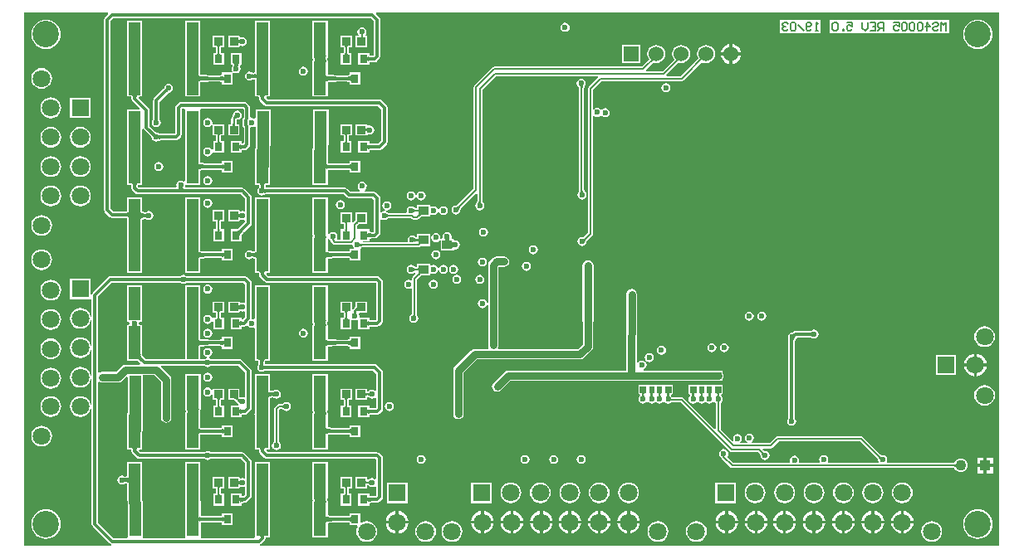
<source format=gbl>
G04*
G04 #@! TF.GenerationSoftware,Altium Limited,Altium Designer,19.0.10 (269)*
G04*
G04 Layer_Physical_Order=4*
G04 Layer_Color=16711680*
%FSLAX25Y25*%
%MOIN*%
G70*
G01*
G75*
%ADD14C,0.00787*%
%ADD15C,0.01000*%
%ADD16C,0.00591*%
%ADD27R,0.03937X0.03543*%
%ADD31R,0.03347X0.03347*%
%ADD37R,0.02520X0.02756*%
%ADD38R,0.01968X0.02756*%
%ADD81C,0.02953*%
%ADD84C,0.01378*%
%ADD85C,0.03150*%
%ADD86C,0.06000*%
%ADD87R,0.06000X0.06000*%
%ADD88C,0.07087*%
%ADD89R,0.07087X0.07087*%
%ADD90R,0.07087X0.07087*%
%ADD91R,0.04331X0.04331*%
%ADD92C,0.04331*%
%ADD93C,0.10630*%
%ADD94C,0.02362*%
%ADD95R,0.04921X0.13386*%
%ADD96R,0.03150X0.03543*%
%ADD97C,0.04331*%
%ADD98C,0.00800*%
G36*
X138966Y198097D02*
X139008Y197980D01*
X139077Y197877D01*
X139175Y197787D01*
X139300Y197712D01*
X139453Y197650D01*
X139633Y197601D01*
X139842Y197567D01*
X140078Y197546D01*
X140342Y197539D01*
Y196161D01*
X140078Y196154D01*
X139842Y196134D01*
X139633Y196099D01*
X139453Y196051D01*
X139300Y195989D01*
X139175Y195913D01*
X139077Y195824D01*
X139008Y195721D01*
X138966Y195603D01*
X138952Y195473D01*
Y198228D01*
X138966Y198097D01*
D02*
G37*
G36*
X47142Y135300D02*
X47416Y135142D01*
X47734Y135003D01*
X47921Y134941D01*
Y135236D01*
X47935Y135105D01*
X47976Y134988D01*
X48033Y134903D01*
X48096Y134882D01*
X48502Y134780D01*
X48950Y134696D01*
X49443Y134631D01*
X50094Y134588D01*
X50141Y134597D01*
X50207Y134615D01*
X50261Y134635D01*
X50305Y134659D01*
X50338Y134685D01*
Y134571D01*
X50558Y134556D01*
X51181Y134547D01*
Y133169D01*
X50558Y133160D01*
X50338Y133141D01*
Y133031D01*
X50305Y133058D01*
X50261Y133081D01*
X50207Y133102D01*
X50141Y133120D01*
X50126Y133123D01*
X48950Y133020D01*
X48502Y132937D01*
X48096Y132835D01*
X48033Y132813D01*
X47976Y132728D01*
X47935Y132611D01*
X47921Y132480D01*
Y132776D01*
X47734Y132714D01*
X47416Y132574D01*
X47142Y132416D01*
X46911Y132240D01*
Y135477D01*
X47142Y135300D01*
D02*
G37*
G36*
X43036Y132874D02*
X43022Y133005D01*
X42980Y133122D01*
X42911Y133225D01*
X42813Y133315D01*
X42688Y133391D01*
X42535Y133453D01*
X42355Y133501D01*
X42146Y133535D01*
X41910Y133556D01*
X41646Y133563D01*
Y134941D01*
X41910Y134948D01*
X42146Y134968D01*
X42355Y135003D01*
X42535Y135051D01*
X42688Y135113D01*
X42813Y135189D01*
X42911Y135278D01*
X42980Y135382D01*
X43022Y135499D01*
X43036Y135630D01*
Y132874D01*
D02*
G37*
G36*
X47641Y128299D02*
X47714Y127177D01*
X47921D01*
X47867Y127134D01*
X47819Y127004D01*
X47777Y126788D01*
X47752Y126589D01*
X47867Y124835D01*
X47921Y124791D01*
X47670D01*
X47638Y122847D01*
X43307D01*
X43304Y123670D01*
X43231Y124791D01*
X43024D01*
X43078Y124835D01*
X43126Y124964D01*
X43168Y125181D01*
X43192Y125380D01*
X43078Y127134D01*
X43024Y127177D01*
X43275D01*
X43307Y129122D01*
X47638D01*
X47641Y128299D01*
D02*
G37*
G36*
X65837Y109068D02*
X65880Y109045D01*
X65935Y109024D01*
X66001Y109006D01*
X66078Y108991D01*
X66166Y108979D01*
X66375Y108962D01*
X66629Y108957D01*
Y107579D01*
X66496Y107577D01*
X66078Y107544D01*
X66001Y107529D01*
X65935Y107511D01*
X65880Y107491D01*
X65837Y107467D01*
X65804Y107441D01*
Y109095D01*
X65837Y109068D01*
D02*
G37*
G36*
X64117Y107441D02*
X64085Y107467D01*
X64041Y107491D01*
X63986Y107511D01*
X63920Y107529D01*
X63844Y107544D01*
X63756Y107557D01*
X63546Y107573D01*
X63293Y107579D01*
Y108957D01*
X63425Y108958D01*
X63844Y108991D01*
X63920Y109006D01*
X63986Y109024D01*
X64041Y109045D01*
X64085Y109068D01*
X64117Y109095D01*
Y107441D01*
D02*
G37*
G36*
X34690Y215351D02*
X34881Y214889D01*
X33520Y213528D01*
X33235Y213101D01*
X33135Y212598D01*
Y136221D01*
X33235Y135717D01*
X33520Y135291D01*
X35488Y133323D01*
X35914Y133038D01*
X36417Y132938D01*
X41575D01*
X41629Y132914D01*
X41873Y132907D01*
X42065Y132891D01*
X42218Y132865D01*
X42329Y132836D01*
X42389Y132811D01*
X42390Y132805D01*
X42412Y132765D01*
Y127268D01*
X42374Y127177D01*
X42389Y127143D01*
X42378Y127108D01*
X42412Y127046D01*
Y126565D01*
X42464D01*
X42532Y125531D01*
X42412Y125403D01*
X42412D01*
Y124923D01*
X42378Y124861D01*
X42388Y124825D01*
X42374Y124791D01*
X42412Y124701D01*
Y110817D01*
X48533D01*
Y124701D01*
X48570Y124791D01*
X48556Y124826D01*
X48567Y124861D01*
X48533Y124923D01*
Y125403D01*
X48481D01*
X48413Y126437D01*
X48533Y126565D01*
X48533D01*
Y127046D01*
X48567Y127108D01*
X48556Y127143D01*
X48570Y127177D01*
X48533Y127268D01*
Y132275D01*
X48641Y132302D01*
X49038Y132376D01*
X50060Y132465D01*
X50486Y132181D01*
X51181Y132042D01*
X51876Y132181D01*
X52465Y132574D01*
X52859Y133163D01*
X52997Y133858D01*
X52859Y134553D01*
X52465Y135142D01*
X51876Y135536D01*
X51181Y135674D01*
X50486Y135536D01*
X50047Y135242D01*
X50032Y135243D01*
X50031Y135243D01*
X49507Y135277D01*
X49053Y135338D01*
X48641Y135414D01*
X48533Y135442D01*
Y141151D01*
X42412D01*
Y135739D01*
X42390Y135698D01*
X42389Y135693D01*
X42329Y135668D01*
X42218Y135639D01*
X42065Y135613D01*
X41873Y135597D01*
X41629Y135590D01*
X41575Y135566D01*
X36962D01*
X35763Y136765D01*
Y212054D01*
X36962Y213253D01*
X140204D01*
X141402Y212054D01*
Y198388D01*
X141394Y198377D01*
X141393Y198370D01*
X141188Y198165D01*
X140413D01*
X140359Y198189D01*
X140115Y198195D01*
X139923Y198212D01*
X139770Y198237D01*
X139659Y198267D01*
X139599Y198291D01*
X139598Y198297D01*
X139576Y198337D01*
Y199222D01*
X135227D01*
Y194479D01*
X139576D01*
Y195364D01*
X139598Y195404D01*
X139599Y195410D01*
X139659Y195434D01*
X139770Y195464D01*
X139923Y195489D01*
X140115Y195506D01*
X140359Y195512D01*
X140413Y195536D01*
X141732D01*
X142235Y195636D01*
X142662Y195921D01*
X143538Y196798D01*
X143823Y197224D01*
X143849Y197356D01*
X143931Y197478D01*
X144031Y197981D01*
Y212598D01*
X143931Y213101D01*
X143646Y213528D01*
X142284Y214889D01*
X142475Y215351D01*
X392517Y215351D01*
X392517Y1184D01*
X95751D01*
X95702Y1684D01*
X95975Y1739D01*
X96402Y2024D01*
X97583Y3205D01*
X97868Y3631D01*
X97941Y4002D01*
X97992Y4112D01*
X98003Y4453D01*
X98010Y4518D01*
X99714D01*
Y18402D01*
X99752Y18492D01*
X99737Y18526D01*
X99748Y18562D01*
X99714Y18623D01*
Y19104D01*
X99662D01*
X99594Y20138D01*
X99714Y20266D01*
X99714D01*
Y20747D01*
X99748Y20808D01*
X99737Y20844D01*
X99752Y20878D01*
X99714Y20968D01*
Y34852D01*
X93593D01*
Y20968D01*
X93555Y20878D01*
X93570Y20844D01*
X93559Y20808D01*
X93593Y20747D01*
Y20266D01*
X93645D01*
X93713Y19232D01*
X93593Y19104D01*
X93593D01*
Y18623D01*
X93559Y18562D01*
X93570Y18526D01*
X93555Y18492D01*
X93593Y18402D01*
Y4518D01*
X93197Y4267D01*
X72354D01*
X71958Y4518D01*
X71958Y4767D01*
Y10303D01*
X71992Y10365D01*
X71993Y10372D01*
X72050Y10395D01*
X72160Y10425D01*
X72310Y10450D01*
X72500Y10467D01*
X72741Y10473D01*
X72795Y10497D01*
X79666D01*
X79720Y10473D01*
X79964Y10467D01*
X80155Y10450D01*
X80308Y10424D01*
X80419Y10395D01*
X80480Y10370D01*
X80481Y10364D01*
X80502Y10324D01*
Y9439D01*
X84852D01*
Y14183D01*
X80502D01*
Y13298D01*
X80481Y13258D01*
X80480Y13252D01*
X80419Y13227D01*
X80308Y13198D01*
X80155Y13172D01*
X79964Y13156D01*
X79720Y13149D01*
X79666Y13125D01*
X72795D01*
X72741Y13149D01*
X72500Y13156D01*
X72310Y13172D01*
X72160Y13197D01*
X72050Y13227D01*
X71993Y13250D01*
X71992Y13257D01*
X71958Y13319D01*
Y18402D01*
X71996Y18492D01*
X71958Y18582D01*
Y19104D01*
X71719D01*
X71684Y19270D01*
X71655Y19766D01*
X71761Y20266D01*
X71761D01*
Y20747D01*
X71795Y20808D01*
X71785Y20844D01*
X71799Y20878D01*
X71761Y20968D01*
Y34852D01*
X65640D01*
Y20968D01*
X65603Y20878D01*
X65617Y20844D01*
X65606Y20808D01*
X65640Y20747D01*
Y20266D01*
X65692D01*
X65807Y18510D01*
X65800Y18492D01*
X65810Y18467D01*
X65837Y18054D01*
Y4767D01*
X65837Y4518D01*
X65441Y4267D01*
X49126D01*
X48730Y4518D01*
X48730Y4767D01*
Y18402D01*
X48767Y18492D01*
X48730Y18582D01*
Y19104D01*
X48490D01*
X48456Y19270D01*
X48426Y19766D01*
X48533Y20266D01*
X48533D01*
Y20747D01*
X48567Y20808D01*
X48556Y20844D01*
X48570Y20878D01*
X48533Y20968D01*
Y34852D01*
X42412D01*
Y29125D01*
X42400Y29122D01*
X42053Y29043D01*
X41682Y28981D01*
X41460Y28962D01*
X41049Y29237D01*
X40354Y29375D01*
X39659Y29237D01*
X39070Y28843D01*
X38677Y28254D01*
X38538Y27559D01*
X38677Y26864D01*
X39070Y26275D01*
X39659Y25881D01*
X40354Y25743D01*
X41049Y25881D01*
X41468Y26161D01*
X41674Y26138D01*
X42053Y26076D01*
X42400Y25997D01*
X42412Y25993D01*
Y20968D01*
X42374Y20878D01*
X42389Y20844D01*
X42378Y20808D01*
X42412Y20747D01*
Y20266D01*
X42464D01*
X42579Y18510D01*
X42571Y18492D01*
X42582Y18467D01*
X42609Y18054D01*
Y4767D01*
X42609Y4518D01*
X42213Y4267D01*
X36962D01*
X30832Y10396D01*
Y66840D01*
X31273Y67075D01*
X31473Y66942D01*
X32283Y66781D01*
X38887D01*
X39698Y66942D01*
X40384Y67401D01*
X42147Y69163D01*
X42609Y68972D01*
Y56402D01*
X42571Y56311D01*
X42604Y56231D01*
X42593Y56146D01*
X42609Y55699D01*
X42711D01*
D01*
X42712D01*
X42812Y55213D01*
X42820Y55088D01*
X42764Y54751D01*
X42710Y54537D01*
X42412D01*
Y54015D01*
X42374Y53925D01*
X42412Y53835D01*
Y39951D01*
X43986D01*
X44026Y39929D01*
X44032Y39929D01*
X44056Y39868D01*
X44086Y39757D01*
X44111Y39604D01*
X44128Y39413D01*
X44134Y39168D01*
X44179Y39067D01*
X44258Y38670D01*
X44543Y38244D01*
X46315Y36472D01*
X46741Y36187D01*
X47244Y36087D01*
X73066D01*
X73121Y36063D01*
X73356Y36058D01*
X73527Y36045D01*
X73578Y36037D01*
X73615Y36030D01*
X73620Y36029D01*
X73620Y36029D01*
X73620Y36029D01*
X73628Y36027D01*
X73654Y36017D01*
X73669Y36017D01*
X74108Y35724D01*
X74803Y35586D01*
X75498Y35724D01*
X75937Y36017D01*
X75952Y36017D01*
X75978Y36027D01*
X75986Y36029D01*
X75986Y36029D01*
X75987Y36029D01*
X75992Y36030D01*
X76009Y36034D01*
X76368Y36062D01*
X76478Y36063D01*
X76534Y36087D01*
X88038D01*
X89739Y34387D01*
Y28475D01*
X89356Y28270D01*
X89239Y28260D01*
X88583Y28391D01*
X88010Y28277D01*
X87510Y28555D01*
Y28848D01*
X82963D01*
Y24302D01*
X87510D01*
Y24594D01*
X88010Y24873D01*
X88583Y24759D01*
X89239Y24889D01*
X89356Y24879D01*
X89739Y24675D01*
Y21715D01*
X89050Y21027D01*
X88934Y21030D01*
X88742Y21046D01*
X88589Y21072D01*
X88478Y21101D01*
X88418Y21126D01*
X88417Y21132D01*
X88395Y21172D01*
Y22057D01*
X84046D01*
Y17313D01*
X88395D01*
Y18198D01*
X88417Y18238D01*
X88418Y18244D01*
X88478Y18269D01*
X88589Y18298D01*
X88742Y18324D01*
X88934Y18340D01*
X89178Y18347D01*
X89232Y18371D01*
X89567D01*
X90070Y18471D01*
X90496Y18756D01*
X91982Y20242D01*
X92267Y20668D01*
X92367Y21171D01*
Y34931D01*
X92267Y35434D01*
X91982Y35861D01*
X89512Y38331D01*
X89086Y38616D01*
X88583Y38716D01*
X76540D01*
X76485Y38740D01*
X76250Y38745D01*
X76079Y38758D01*
X76028Y38766D01*
X75992Y38773D01*
X75987Y38774D01*
X75986Y38774D01*
X75986Y38774D01*
X75978Y38777D01*
X75952Y38786D01*
X75937Y38786D01*
X75498Y39079D01*
X74803Y39218D01*
X74108Y39079D01*
X73669Y38786D01*
X73654Y38786D01*
X73628Y38777D01*
X73620Y38774D01*
X73620Y38774D01*
X73620Y38774D01*
X73615Y38773D01*
X73597Y38770D01*
X73239Y38741D01*
X73128Y38740D01*
X73072Y38716D01*
X47789D01*
X47053Y39451D01*
X47260Y39951D01*
X48533D01*
Y47295D01*
X48566Y47549D01*
Y51912D01*
X48592Y51972D01*
X48636Y55204D01*
X48666Y55699D01*
X48730D01*
Y56221D01*
X48767Y56311D01*
X48750Y56352D01*
X48762Y56395D01*
X48730Y56451D01*
Y69735D01*
X53256D01*
X55954Y67036D01*
Y55271D01*
Y52652D01*
X56115Y51841D01*
X56574Y51155D01*
X57261Y50696D01*
X58071Y50534D01*
X58881Y50696D01*
X59568Y51155D01*
X60027Y51841D01*
X60188Y52652D01*
Y55271D01*
Y67913D01*
X60027Y68724D01*
X59568Y69410D01*
X55989Y72989D01*
X56196Y73489D01*
X65192D01*
X65203Y73481D01*
X65706Y73381D01*
X71695D01*
X72198Y73481D01*
X72210Y73489D01*
X73066D01*
X73121Y73465D01*
X73356Y73460D01*
X73527Y73446D01*
X73578Y73439D01*
X73615Y73432D01*
X73620Y73430D01*
X73620Y73430D01*
X73620Y73430D01*
X73628Y73428D01*
X73654Y73418D01*
X73669Y73419D01*
X74108Y73125D01*
X74803Y72987D01*
X75498Y73125D01*
X75937Y73419D01*
X75952Y73418D01*
X75978Y73428D01*
X75986Y73430D01*
X75986Y73430D01*
X75986Y73430D01*
X75991Y73432D01*
X76009Y73435D01*
X76367Y73463D01*
X76478Y73465D01*
X76534Y73489D01*
X87054D01*
X89739Y70804D01*
Y60955D01*
X89356Y60751D01*
X89239Y60741D01*
X88583Y60871D01*
X88010Y60757D01*
X87635Y60966D01*
X87510Y61081D01*
Y64281D01*
X82963D01*
Y59735D01*
X85105D01*
X85156Y59710D01*
X85233Y59706D01*
X85280Y59698D01*
X85331Y59685D01*
X85388Y59664D01*
X85451Y59636D01*
X85520Y59597D01*
X85594Y59548D01*
X85674Y59487D01*
X85759Y59415D01*
X85859Y59319D01*
X85928Y59293D01*
X86146Y59074D01*
X86176Y59002D01*
X86328Y58850D01*
X86882Y58269D01*
X86989Y58144D01*
X87009Y58118D01*
X87027Y58092D01*
X87131Y58022D01*
X87152Y57990D01*
X86888Y57490D01*
X84046D01*
Y52746D01*
X88395D01*
Y53632D01*
X88417Y53672D01*
X88418Y53677D01*
X88478Y53702D01*
X88589Y53732D01*
X88742Y53757D01*
X88934Y53774D01*
X89178Y53780D01*
X89232Y53804D01*
X89567D01*
X90070Y53904D01*
X90496Y54189D01*
X91982Y55675D01*
X92267Y56101D01*
X92367Y56604D01*
Y71349D01*
X92267Y71852D01*
X91982Y72278D01*
X88528Y75732D01*
X88102Y76017D01*
X87599Y76117D01*
X76540D01*
X76485Y76141D01*
X76250Y76146D01*
X76079Y76160D01*
X76028Y76167D01*
X75991Y76174D01*
X75986Y76176D01*
X75986Y76176D01*
X75986Y76176D01*
X75978Y76178D01*
X75952Y76188D01*
X75937Y76187D01*
X75498Y76481D01*
X75318Y76517D01*
Y77026D01*
X75498Y77062D01*
X76087Y77456D01*
X76481Y78045D01*
X76619Y78740D01*
X76481Y79435D01*
X76087Y80024D01*
X75498Y80418D01*
X74803Y80556D01*
X74108Y80418D01*
X73519Y80024D01*
X73125Y79435D01*
X72987Y78740D01*
X73125Y78045D01*
X73519Y77456D01*
X74108Y77062D01*
X74289Y77026D01*
Y76517D01*
X74108Y76481D01*
X73669Y76187D01*
X73654Y76188D01*
X73628Y76178D01*
X73620Y76176D01*
X73620Y76176D01*
X73620Y76176D01*
X73615Y76174D01*
X73597Y76171D01*
X73238Y76143D01*
X73128Y76141D01*
X73072Y76117D01*
X71803D01*
X71761Y76152D01*
Y81093D01*
X71979Y81138D01*
X72452Y81207D01*
X74339Y81331D01*
X75091Y81339D01*
X75148Y81363D01*
X79666D01*
X79720Y81339D01*
X79964Y81333D01*
X80155Y81316D01*
X80308Y81291D01*
X80419Y81261D01*
X80480Y81236D01*
X80481Y81231D01*
X80502Y81191D01*
Y80305D01*
X84852D01*
Y85049D01*
X80502D01*
Y84164D01*
X80481Y84124D01*
X80480Y84118D01*
X80419Y84093D01*
X80308Y84064D01*
X80155Y84039D01*
X79964Y84022D01*
X79720Y84015D01*
X79666Y83991D01*
X75154D01*
X75099Y84015D01*
X73641Y84049D01*
X72457Y84147D01*
X71979Y84217D01*
X71761Y84261D01*
Y89268D01*
X71799Y89358D01*
X71785Y89392D01*
X71795Y89428D01*
X71761Y89490D01*
Y89970D01*
X71709D01*
X71642Y91004D01*
X71761Y91132D01*
X71761D01*
Y91613D01*
X71795Y91674D01*
X71785Y91710D01*
X71799Y91744D01*
X71761Y91835D01*
Y105718D01*
X65640D01*
Y91835D01*
X65603Y91744D01*
X65617Y91710D01*
X65606Y91674D01*
X65640Y91613D01*
Y91132D01*
X65692D01*
X65760Y90098D01*
X65640Y89970D01*
X65640D01*
Y89490D01*
X65606Y89428D01*
X65617Y89392D01*
X65603Y89358D01*
X65640Y89268D01*
Y76152D01*
X65598Y76117D01*
X49908D01*
X49385Y76640D01*
X49363Y76696D01*
X49111Y76957D01*
X48906Y77189D01*
X48742Y77395D01*
X48618Y77574D01*
X48535Y77721D01*
X48533Y77726D01*
Y78158D01*
X48565Y78276D01*
X48541Y78319D01*
X48547Y78369D01*
X48533Y78386D01*
Y89970D01*
X47370D01*
X47053Y90357D01*
X47092Y90551D01*
X47053Y90746D01*
X47370Y91132D01*
X48533D01*
Y105718D01*
X42412D01*
Y91132D01*
X43181D01*
X43498Y90746D01*
X43460Y90551D01*
X43498Y90357D01*
X43181Y89970D01*
X42412D01*
Y75384D01*
X46117D01*
X46198Y75347D01*
X46250Y75367D01*
X46304Y75352D01*
X46360Y75384D01*
X46737D01*
X46778Y75361D01*
X46957Y75235D01*
X47440Y74825D01*
X47719Y74555D01*
X47721Y74454D01*
X47268Y73969D01*
X41842D01*
X41031Y73808D01*
X40345Y73349D01*
X38010Y71015D01*
X32283D01*
X31473Y70854D01*
X31273Y70720D01*
X30832Y70956D01*
Y101415D01*
X36371Y106954D01*
X63224D01*
X63279Y106929D01*
X63514Y106924D01*
X63684Y106911D01*
X63735Y106904D01*
X63772Y106896D01*
X63777Y106895D01*
X63777Y106895D01*
X63778Y106895D01*
X63786Y106893D01*
X63811Y106883D01*
X63826Y106884D01*
X64266Y106590D01*
X64961Y106452D01*
X65656Y106590D01*
X66095Y106884D01*
X66110Y106883D01*
X66136Y106893D01*
X66143Y106895D01*
X66144Y106895D01*
X66144Y106895D01*
X66149Y106896D01*
X66167Y106900D01*
X66525Y106928D01*
X66635Y106929D01*
X66692Y106954D01*
X89023D01*
X89739Y106237D01*
Y98947D01*
X89356Y98743D01*
X89239Y98733D01*
X88583Y98863D01*
X88010Y98749D01*
X87510Y99028D01*
Y99321D01*
X82963D01*
Y94774D01*
X87510D01*
Y95067D01*
X88010Y95345D01*
X88583Y95231D01*
X89239Y95362D01*
X89356Y95352D01*
X89739Y95147D01*
Y93122D01*
X89120Y92503D01*
X88895Y92167D01*
X88461Y92224D01*
X88395Y92250D01*
Y92923D01*
X84046D01*
Y88179D01*
X88395D01*
Y89065D01*
X88417Y89105D01*
X88418Y89110D01*
X88478Y89135D01*
X88589Y89165D01*
X88742Y89190D01*
X88934Y89207D01*
X89178Y89213D01*
X89232Y89237D01*
X89478D01*
X89981Y89337D01*
X90407Y89622D01*
X90416Y89630D01*
X91045Y89552D01*
X91235Y89267D01*
X91825Y88873D01*
X92519Y88735D01*
X93093Y88849D01*
X93593Y88571D01*
Y75384D01*
X94970D01*
X95010Y75362D01*
X95016Y75362D01*
X95040Y75301D01*
X95070Y75190D01*
X95095Y75037D01*
X95112Y74846D01*
X95118Y74601D01*
X95137Y74559D01*
X95118Y74517D01*
X95113Y74282D01*
X95100Y74111D01*
X95093Y74060D01*
X95085Y74023D01*
X95084Y74018D01*
X95084Y74018D01*
X95084Y74017D01*
X95082Y74010D01*
X95072Y73984D01*
X95073Y73969D01*
X94779Y73530D01*
X94641Y72835D01*
X94779Y72140D01*
X95173Y71551D01*
X95762Y71157D01*
X96457Y71019D01*
X97152Y71157D01*
X97591Y71450D01*
X97606Y71450D01*
X97632Y71460D01*
X97639Y71462D01*
X97640Y71462D01*
X97640Y71462D01*
X97645Y71463D01*
X97663Y71467D01*
X98021Y71495D01*
X98131Y71496D01*
X98188Y71520D01*
X141188D01*
X142387Y70322D01*
Y63593D01*
X141887Y63389D01*
X141443Y63686D01*
X140748Y63824D01*
X140053Y63686D01*
X139519Y63329D01*
X139456Y63304D01*
X139386Y63238D01*
X139334Y63194D01*
X139283Y63158D01*
X139233Y63128D01*
X139185Y63104D01*
X138936Y63201D01*
X138882Y63232D01*
X138834Y63270D01*
X138811Y63294D01*
X138745Y63386D01*
X138691Y63504D01*
Y64281D01*
X134144D01*
Y59735D01*
X138691D01*
Y60511D01*
X138745Y60629D01*
X138811Y60722D01*
X138834Y60745D01*
X138882Y60783D01*
X138937Y60815D01*
X139185Y60911D01*
X139233Y60887D01*
X139283Y60858D01*
X139334Y60822D01*
X139386Y60778D01*
X139456Y60711D01*
X139519Y60687D01*
X140053Y60330D01*
X140748Y60192D01*
X141443Y60330D01*
X141887Y60627D01*
X142387Y60423D01*
Y56647D01*
X142172Y56432D01*
X140413D01*
X140359Y56456D01*
X140115Y56463D01*
X139923Y56479D01*
X139770Y56505D01*
X139659Y56534D01*
X139599Y56559D01*
X139598Y56565D01*
X139576Y56605D01*
Y57490D01*
X135227D01*
Y52746D01*
X139576D01*
Y53632D01*
X139598Y53672D01*
X139599Y53677D01*
X139659Y53702D01*
X139770Y53732D01*
X139923Y53757D01*
X140115Y53774D01*
X140359Y53780D01*
X140413Y53804D01*
X142717D01*
X143219Y53904D01*
X143646Y54189D01*
X144630Y55173D01*
X144915Y55599D01*
X145015Y56102D01*
Y70866D01*
X144915Y71369D01*
X144630Y71795D01*
X142662Y73764D01*
X142235Y74049D01*
X141732Y74149D01*
X98193D01*
X98139Y74173D01*
X98044Y74175D01*
X97835Y74532D01*
X97796Y74632D01*
X97801Y74846D01*
X97818Y75037D01*
X97843Y75190D01*
X97873Y75301D01*
X97897Y75362D01*
X97903Y75362D01*
X97943Y75384D01*
X99714D01*
Y89268D01*
X99752Y89358D01*
X99737Y89392D01*
X99748Y89428D01*
X99714Y89490D01*
Y89970D01*
X99662D01*
X99594Y91004D01*
X99714Y91132D01*
X99714D01*
Y91613D01*
X99748Y91674D01*
X99737Y91710D01*
X99752Y91744D01*
X99714Y91835D01*
Y105718D01*
X93593D01*
Y92532D01*
X93093Y92253D01*
X92823Y92307D01*
X92472Y92515D01*
X92367Y92847D01*
Y106782D01*
X92267Y107285D01*
X91982Y107711D01*
X90496Y109197D01*
X90070Y109482D01*
X89567Y109582D01*
X66697D01*
X66643Y109606D01*
X66408Y109611D01*
X66237Y109625D01*
X66186Y109632D01*
X66149Y109639D01*
X66144Y109640D01*
X66144Y109641D01*
X66143Y109641D01*
X66136Y109643D01*
X66110Y109652D01*
X66095Y109652D01*
X65656Y109945D01*
X64961Y110084D01*
X64266Y109945D01*
X63826Y109652D01*
X63811Y109652D01*
X63786Y109643D01*
X63778Y109641D01*
X63777Y109641D01*
X63777Y109640D01*
X63772Y109639D01*
X63755Y109636D01*
X63396Y109607D01*
X63286Y109606D01*
X63229Y109582D01*
X35827D01*
X35324Y109482D01*
X34898Y109197D01*
X28589Y102888D01*
X28304Y102462D01*
X28265Y102268D01*
X27765Y102317D01*
Y108474D01*
X19479D01*
Y100187D01*
X27704D01*
X27765Y100187D01*
X28204Y100039D01*
Y93291D01*
X27704Y93258D01*
X27659Y93601D01*
X27241Y94609D01*
X26577Y95475D01*
X25712Y96139D01*
X24704Y96556D01*
X23622Y96699D01*
X22540Y96556D01*
X21532Y96139D01*
X20667Y95475D01*
X20003Y94609D01*
X19585Y93601D01*
X19443Y92520D01*
X19585Y91438D01*
X20003Y90430D01*
X20667Y89565D01*
X21532Y88901D01*
X22540Y88483D01*
X23622Y88341D01*
X24704Y88483D01*
X25712Y88901D01*
X26577Y89565D01*
X27241Y90430D01*
X27659Y91438D01*
X27704Y91781D01*
X28204Y91748D01*
Y81480D01*
X27704Y81447D01*
X27659Y81790D01*
X27241Y82798D01*
X26577Y83664D01*
X25712Y84328D01*
X24704Y84745D01*
X23622Y84888D01*
X22540Y84745D01*
X21532Y84328D01*
X20667Y83664D01*
X20003Y82798D01*
X19585Y81790D01*
X19443Y80709D01*
X19585Y79627D01*
X20003Y78619D01*
X20667Y77754D01*
X21532Y77090D01*
X22540Y76672D01*
X23622Y76530D01*
X24704Y76672D01*
X25712Y77090D01*
X26577Y77754D01*
X27241Y78619D01*
X27659Y79627D01*
X27704Y79970D01*
X28204Y79937D01*
Y69669D01*
X27704Y69636D01*
X27659Y69979D01*
X27241Y70987D01*
X26577Y71853D01*
X25712Y72517D01*
X24704Y72934D01*
X23622Y73077D01*
X22540Y72934D01*
X21532Y72517D01*
X20667Y71853D01*
X20003Y70987D01*
X19585Y69979D01*
X19443Y68898D01*
X19585Y67816D01*
X20003Y66808D01*
X20667Y65943D01*
X21532Y65279D01*
X22540Y64861D01*
X23622Y64719D01*
X24704Y64861D01*
X25712Y65279D01*
X26577Y65943D01*
X27241Y66808D01*
X27659Y67816D01*
X27704Y68159D01*
X28204Y68126D01*
Y57858D01*
X27704Y57825D01*
X27659Y58168D01*
X27241Y59176D01*
X26577Y60042D01*
X25712Y60706D01*
X24704Y61123D01*
X23622Y61266D01*
X22540Y61123D01*
X21532Y60706D01*
X20667Y60042D01*
X20003Y59176D01*
X19585Y58168D01*
X19443Y57087D01*
X19585Y56005D01*
X20003Y54997D01*
X20667Y54132D01*
X21532Y53468D01*
X22540Y53050D01*
X23622Y52908D01*
X24704Y53050D01*
X25712Y53468D01*
X26577Y54132D01*
X27241Y54997D01*
X27659Y56005D01*
X27704Y56348D01*
X28204Y56315D01*
Y9852D01*
X28304Y9349D01*
X28589Y8923D01*
X35488Y2024D01*
X35914Y1739D01*
X36188Y1684D01*
X36139Y1184D01*
X1184D01*
X1184Y215351D01*
X34690D01*
D02*
G37*
G36*
X87739Y96220D02*
X87653Y96303D01*
X87564Y96376D01*
X87473Y96441D01*
X87379Y96498D01*
X87282Y96545D01*
X87183Y96584D01*
X87173Y96587D01*
X87094Y96555D01*
X87023Y96512D01*
X86968Y96461D01*
X86929Y96402D01*
X86905Y96335D01*
X86897Y96260D01*
Y96646D01*
X86870Y96649D01*
X86760Y96653D01*
Y97441D01*
X86870Y97445D01*
X86897Y97449D01*
Y97835D01*
X86905Y97760D01*
X86929Y97693D01*
X86968Y97634D01*
X87023Y97583D01*
X87094Y97539D01*
X87173Y97507D01*
X87183Y97510D01*
X87282Y97549D01*
X87379Y97597D01*
X87473Y97653D01*
X87564Y97718D01*
X87653Y97792D01*
X87739Y97874D01*
Y96220D01*
D02*
G37*
G36*
X87785Y91798D02*
X87827Y91681D01*
X87896Y91578D01*
X87994Y91488D01*
X88119Y91412D01*
X88272Y91350D01*
X88452Y91302D01*
X88661Y91268D01*
X88897Y91247D01*
X89161Y91240D01*
Y89862D01*
X88897Y89855D01*
X88661Y89835D01*
X88452Y89800D01*
X88272Y89752D01*
X88119Y89690D01*
X87994Y89614D01*
X87896Y89525D01*
X87827Y89421D01*
X87785Y89304D01*
X87771Y89173D01*
Y91929D01*
X87785Y91798D01*
D02*
G37*
G36*
X46166Y90322D02*
X46207Y89937D01*
X46225Y89856D01*
X46231Y89857D01*
X46227Y89848D01*
X46242Y89780D01*
X46287Y89647D01*
X46343Y89539D01*
X46408Y89455D01*
X46484Y89394D01*
X46570Y89358D01*
X46665Y89346D01*
X46167D01*
X46162Y89195D01*
X46161Y89061D01*
X44783Y88769D01*
X44782Y88900D01*
X44754Y89228D01*
X44738Y89315D01*
X44730Y89346D01*
X44279D01*
X44375Y89358D01*
X44461Y89394D01*
X44536Y89455D01*
X44602Y89539D01*
X44617Y89568D01*
X44601Y89582D01*
X44626Y89586D01*
X44657Y89647D01*
X44703Y89780D01*
X44738Y89937D01*
X44763Y90117D01*
X44778Y90322D01*
X44783Y90551D01*
X46161D01*
X46166Y90322D01*
D02*
G37*
G36*
X98822Y92866D02*
X98895Y91744D01*
X99102D01*
X99048Y91701D01*
X99000Y91571D01*
X98958Y91355D01*
X98934Y91156D01*
X99048Y89401D01*
X99102Y89358D01*
X98851D01*
X98819Y87414D01*
X94488D01*
X94485Y88236D01*
X94412Y89358D01*
X94205D01*
X94259Y89401D01*
X94307Y89531D01*
X94349Y89748D01*
X94374Y89946D01*
X94259Y91701D01*
X94205Y91744D01*
X94456D01*
X94488Y93689D01*
X98819D01*
X98822Y92866D01*
D02*
G37*
G36*
X70869D02*
X70942Y91744D01*
X71149D01*
X71096Y91701D01*
X71047Y91571D01*
X71005Y91355D01*
X70981Y91156D01*
X71096Y89401D01*
X71149Y89358D01*
X70898D01*
X70866Y87414D01*
X66535D01*
X66533Y88236D01*
X66459Y89358D01*
X66252D01*
X66306Y89401D01*
X66354Y89531D01*
X66397Y89748D01*
X66421Y89946D01*
X66306Y91701D01*
X66252Y91744D01*
X66504D01*
X66535Y93689D01*
X70866D01*
X70869Y92866D01*
D02*
G37*
G36*
X81126Y81299D02*
X81112Y81430D01*
X81071Y81547D01*
X81001Y81651D01*
X80904Y81740D01*
X80779Y81816D01*
X80626Y81878D01*
X80445Y81926D01*
X80237Y81961D01*
X80001Y81981D01*
X79736Y81988D01*
Y83366D01*
X80001Y83373D01*
X80237Y83394D01*
X80445Y83428D01*
X80626Y83476D01*
X80779Y83538D01*
X80904Y83614D01*
X81001Y83704D01*
X81071Y83807D01*
X81112Y83924D01*
X81126Y84055D01*
Y81299D01*
D02*
G37*
G36*
X70431Y84049D02*
X70695Y83906D01*
X71022Y83779D01*
X71149Y83744D01*
Y84055D01*
X71163Y83924D01*
X71205Y83807D01*
X71269Y83710D01*
X71413Y83670D01*
X71866Y83577D01*
X72383Y83501D01*
X73607Y83400D01*
X75084Y83366D01*
Y81988D01*
X74314Y81980D01*
X72383Y81853D01*
X71866Y81777D01*
X71413Y81685D01*
X71269Y81644D01*
X71205Y81547D01*
X71163Y81430D01*
X71149Y81299D01*
Y81611D01*
X71022Y81575D01*
X70695Y81449D01*
X70431Y81305D01*
X70231Y81145D01*
Y84209D01*
X70431Y84049D01*
D02*
G37*
G36*
X47854Y78076D02*
X47824Y77940D01*
X47830Y77788D01*
X47873Y77618D01*
X47952Y77432D01*
X48068Y77229D01*
X48220Y77008D01*
X48409Y76771D01*
X48634Y76517D01*
X48895Y76245D01*
X48170Y75022D01*
X47876Y75306D01*
X47355Y75750D01*
X47127Y75909D01*
X46921Y76027D01*
X46737Y76104D01*
X46575Y76139D01*
X46435Y76133D01*
X46317Y76085D01*
X46221Y75996D01*
X47921Y78194D01*
X47854Y78076D01*
D02*
G37*
G36*
X97704Y75994D02*
X97587Y75953D01*
X97483Y75883D01*
X97394Y75786D01*
X97318Y75661D01*
X97256Y75508D01*
X97208Y75327D01*
X97173Y75119D01*
X97153Y74882D01*
X97146Y74618D01*
X95768D01*
X95761Y74882D01*
X95740Y75119D01*
X95706Y75327D01*
X95657Y75508D01*
X95596Y75661D01*
X95520Y75786D01*
X95430Y75883D01*
X95327Y75953D01*
X95210Y75994D01*
X95079Y76008D01*
X97835D01*
X97704Y75994D01*
D02*
G37*
G36*
X75679Y75604D02*
X75723Y75580D01*
X75777Y75560D01*
X75843Y75542D01*
X75920Y75526D01*
X76008Y75514D01*
X76217Y75498D01*
X76471Y75492D01*
Y74114D01*
X76339Y74113D01*
X75920Y74080D01*
X75843Y74064D01*
X75777Y74047D01*
X75723Y74026D01*
X75679Y74002D01*
X75647Y73976D01*
Y75630D01*
X75679Y75604D01*
D02*
G37*
G36*
X73959Y73976D02*
X73927Y74002D01*
X73883Y74026D01*
X73829Y74047D01*
X73763Y74064D01*
X73686Y74080D01*
X73598Y74092D01*
X73389Y74109D01*
X73135Y74114D01*
Y75492D01*
X73267Y75493D01*
X73686Y75526D01*
X73763Y75542D01*
X73829Y75560D01*
X73883Y75580D01*
X73927Y75604D01*
X73959Y75630D01*
Y73976D01*
D02*
G37*
G36*
X97147Y74370D02*
X97180Y73952D01*
X97195Y73875D01*
X97213Y73809D01*
X97234Y73754D01*
X97257Y73711D01*
X97284Y73678D01*
X95630D01*
X95656Y73711D01*
X95679Y73754D01*
X95700Y73809D01*
X95718Y73875D01*
X95733Y73952D01*
X95746Y74040D01*
X95762Y74249D01*
X95768Y74503D01*
X97146D01*
X97147Y74370D01*
D02*
G37*
G36*
X97333Y73635D02*
X97376Y73612D01*
X97431Y73591D01*
X97497Y73573D01*
X97574Y73558D01*
X97662Y73546D01*
X97871Y73529D01*
X98125Y73524D01*
Y72146D01*
X97992Y72144D01*
X97574Y72111D01*
X97497Y72096D01*
X97431Y72078D01*
X97376Y72057D01*
X97333Y72034D01*
X97300Y72008D01*
Y73661D01*
X97333Y73635D01*
D02*
G37*
G36*
X138086Y62721D02*
X138110Y62653D01*
X138149Y62594D01*
X138205Y62543D01*
X138275Y62500D01*
X138362Y62465D01*
X138464Y62437D01*
X138583Y62417D01*
X138716Y62406D01*
X138866Y62402D01*
Y61614D01*
X138716Y61610D01*
X138583Y61598D01*
X138464Y61579D01*
X138362Y61551D01*
X138275Y61516D01*
X138205Y61472D01*
X138149Y61421D01*
X138110Y61362D01*
X138086Y61295D01*
X138078Y61221D01*
Y62795D01*
X138086Y62721D01*
D02*
G37*
G36*
X139905Y61181D02*
X139818Y61263D01*
X139730Y61337D01*
X139638Y61402D01*
X139544Y61458D01*
X139448Y61506D01*
X139348Y61545D01*
X139247Y61575D01*
X139142Y61597D01*
X139035Y61610D01*
X138926Y61614D01*
Y62402D01*
X139035Y62406D01*
X139142Y62419D01*
X139247Y62441D01*
X139348Y62471D01*
X139448Y62510D01*
X139544Y62558D01*
X139638Y62614D01*
X139730Y62679D01*
X139818Y62752D01*
X139905Y62835D01*
Y61181D01*
D02*
G37*
G36*
X86897Y60347D02*
X86903Y60335D01*
X86918Y60314D01*
X86945Y60282D01*
X87124Y60091D01*
X87147Y60070D01*
X87232Y60005D01*
X87316Y59955D01*
X87399Y59918D01*
X87481Y59896D01*
X87562Y59889D01*
X87643Y59896D01*
X87722Y59917D01*
X87800Y59952D01*
X87877Y60002D01*
X87567Y58453D01*
X87537Y58497D01*
X87493Y58554D01*
X87364Y58705D01*
X86793Y59303D01*
X86636Y59461D01*
X86839Y59790D01*
X86307D01*
X86194Y59897D01*
X86082Y59993D01*
X85969Y60078D01*
X85858Y60152D01*
X85746Y60215D01*
X85635Y60266D01*
X85524Y60306D01*
X85413Y60335D01*
X85303Y60352D01*
X85193Y60359D01*
X86897Y60347D01*
D02*
G37*
G36*
X138966Y56365D02*
X139008Y56248D01*
X139077Y56145D01*
X139175Y56055D01*
X139300Y55979D01*
X139453Y55917D01*
X139633Y55869D01*
X139842Y55835D01*
X140078Y55814D01*
X140342Y55807D01*
Y54429D01*
X140078Y54422D01*
X139842Y54402D01*
X139633Y54367D01*
X139453Y54319D01*
X139300Y54257D01*
X139175Y54181D01*
X139077Y54092D01*
X139008Y53988D01*
X138966Y53871D01*
X138952Y53740D01*
Y56496D01*
X138966Y56365D01*
D02*
G37*
G36*
X87785D02*
X87827Y56248D01*
X87896Y56145D01*
X87994Y56055D01*
X88119Y55979D01*
X88272Y55917D01*
X88452Y55869D01*
X88661Y55835D01*
X88897Y55814D01*
X89161Y55807D01*
Y54429D01*
X88897Y54422D01*
X88661Y54402D01*
X88452Y54367D01*
X88272Y54319D01*
X88119Y54257D01*
X87994Y54181D01*
X87896Y54092D01*
X87827Y53988D01*
X87785Y53871D01*
X87771Y53740D01*
Y56496D01*
X87785Y56365D01*
D02*
G37*
G36*
X47933Y56311D02*
X48118D01*
X48085Y56268D01*
X48055Y56138D01*
X48028Y55922D01*
X47987Y55229D01*
X47943Y51981D01*
X43612D01*
X43608Y52803D01*
X43540Y53925D01*
X43024D01*
X43135Y53968D01*
X43235Y54098D01*
X43324Y54315D01*
X43400Y54618D01*
X43465Y55008D01*
X43472Y55068D01*
X43420Y55922D01*
X43361Y56138D01*
X43295Y56268D01*
X43221Y56311D01*
X43566D01*
X43588Y56697D01*
X43612Y58256D01*
X47943D01*
X47933Y56311D01*
D02*
G37*
G36*
X46720Y40561D02*
X46602Y40520D01*
X46499Y40450D01*
X46409Y40353D01*
X46334Y40228D01*
X46272Y40075D01*
X46223Y39894D01*
X46189Y39686D01*
X46168Y39449D01*
X46161Y39185D01*
X44783D01*
X44777Y39449D01*
X44756Y39686D01*
X44721Y39894D01*
X44673Y40075D01*
X44611Y40228D01*
X44535Y40353D01*
X44446Y40450D01*
X44342Y40520D01*
X44225Y40561D01*
X44094Y40575D01*
X46850D01*
X46720Y40561D01*
D02*
G37*
G36*
X75679Y38202D02*
X75723Y38179D01*
X75778Y38158D01*
X75843Y38140D01*
X75920Y38125D01*
X76008Y38113D01*
X76218Y38096D01*
X76471Y38091D01*
Y36713D01*
X76339Y36711D01*
X75920Y36678D01*
X75843Y36663D01*
X75778Y36645D01*
X75723Y36624D01*
X75679Y36601D01*
X75647Y36575D01*
Y38228D01*
X75679Y38202D01*
D02*
G37*
G36*
X73960Y36575D02*
X73927Y36601D01*
X73883Y36624D01*
X73829Y36645D01*
X73763Y36663D01*
X73686Y36678D01*
X73598Y36691D01*
X73389Y36707D01*
X73135Y36713D01*
Y38091D01*
X73268Y38092D01*
X73686Y38125D01*
X73763Y38140D01*
X73829Y38158D01*
X73883Y38179D01*
X73927Y38202D01*
X73960Y38228D01*
Y36575D01*
D02*
G37*
G36*
X44093Y25890D02*
X43842Y26076D01*
X43564Y26243D01*
X43258Y26390D01*
X43036Y26475D01*
Y26181D01*
X43022Y26312D01*
X42980Y26429D01*
X42920Y26519D01*
X42565Y26625D01*
X42178Y26713D01*
X41763Y26782D01*
X41402Y26822D01*
X41395Y26820D01*
X41329Y26803D01*
X41274Y26782D01*
X41230Y26759D01*
X41198Y26732D01*
Y26836D01*
X40354Y26870D01*
Y28248D01*
X40851Y28258D01*
X41198Y28288D01*
Y28386D01*
X41230Y28360D01*
X41274Y28336D01*
X41329Y28316D01*
X41375Y28303D01*
X41763Y28336D01*
X42178Y28405D01*
X42565Y28493D01*
X42920Y28599D01*
X42980Y28689D01*
X43022Y28806D01*
X43036Y28937D01*
Y28643D01*
X43258Y28728D01*
X43564Y28875D01*
X43842Y29042D01*
X44093Y29228D01*
Y25890D01*
D02*
G37*
G36*
X87739Y25748D02*
X87653Y25830D01*
X87564Y25904D01*
X87473Y25969D01*
X87379Y26025D01*
X87282Y26073D01*
X87183Y26112D01*
X87173Y26115D01*
X87094Y26083D01*
X87023Y26039D01*
X86968Y25988D01*
X86929Y25929D01*
X86905Y25862D01*
X86897Y25787D01*
Y26173D01*
X86870Y26177D01*
X86760Y26181D01*
Y26969D01*
X86870Y26973D01*
X86897Y26976D01*
Y27362D01*
X86905Y27287D01*
X86929Y27220D01*
X86968Y27161D01*
X87023Y27110D01*
X87094Y27067D01*
X87173Y27035D01*
X87183Y27038D01*
X87282Y27077D01*
X87379Y27124D01*
X87473Y27181D01*
X87564Y27246D01*
X87653Y27319D01*
X87739Y27402D01*
Y25748D01*
D02*
G37*
G36*
X87785Y20932D02*
X87827Y20815D01*
X87896Y20712D01*
X87994Y20622D01*
X88119Y20546D01*
X88272Y20484D01*
X88452Y20436D01*
X88661Y20402D01*
X88897Y20381D01*
X89161Y20374D01*
Y18996D01*
X88897Y18989D01*
X88661Y18969D01*
X88452Y18934D01*
X88272Y18886D01*
X88119Y18824D01*
X87994Y18748D01*
X87896Y18658D01*
X87827Y18555D01*
X87785Y18438D01*
X87771Y18307D01*
Y21063D01*
X87785Y20932D01*
D02*
G37*
G36*
X98822Y22000D02*
X98895Y20878D01*
X99102D01*
X99048Y20835D01*
X99000Y20705D01*
X98958Y20488D01*
X98934Y20290D01*
X99048Y18535D01*
X99102Y18492D01*
X98851D01*
X98819Y16547D01*
X94488D01*
X94485Y17370D01*
X94412Y18492D01*
X94205D01*
X94259Y18535D01*
X94307Y18665D01*
X94349Y18882D01*
X94374Y19080D01*
X94259Y20835D01*
X94205Y20878D01*
X94456D01*
X94488Y22823D01*
X98819D01*
X98822Y22000D01*
D02*
G37*
G36*
X70871D02*
X70938Y20878D01*
X71149D01*
X71096Y20835D01*
X71047Y20705D01*
X71005Y20488D01*
X70976Y20247D01*
X71039Y19185D01*
X71101Y18882D01*
X71173Y18665D01*
X71255Y18535D01*
X71346Y18492D01*
X70898D01*
X70866Y16547D01*
X66535D01*
X66533Y17370D01*
X66459Y18492D01*
X66449D01*
X66458Y18515D01*
X66306Y20835D01*
X66252Y20878D01*
X66514D01*
X66535Y22823D01*
X70866D01*
X70871Y22000D01*
D02*
G37*
G36*
X47643D02*
X47710Y20878D01*
X47921D01*
X47867Y20835D01*
X47819Y20705D01*
X47777Y20488D01*
X47747Y20247D01*
X47811Y19185D01*
X47873Y18882D01*
X47945Y18665D01*
X48027Y18535D01*
X48118Y18492D01*
X47670D01*
X47638Y16547D01*
X43307D01*
X43304Y17370D01*
X43231Y18492D01*
X43221D01*
X43229Y18515D01*
X43078Y20835D01*
X43024Y20878D01*
X43286D01*
X43307Y22823D01*
X47638D01*
X47643Y22000D01*
D02*
G37*
G36*
X81126Y10433D02*
X81112Y10564D01*
X81071Y10681D01*
X81001Y10784D01*
X80904Y10874D01*
X80779Y10950D01*
X80626Y11012D01*
X80445Y11060D01*
X80237Y11095D01*
X80001Y11115D01*
X79736Y11122D01*
Y12500D01*
X80001Y12507D01*
X80237Y12528D01*
X80445Y12562D01*
X80626Y12610D01*
X80779Y12672D01*
X80904Y12748D01*
X81001Y12838D01*
X81071Y12941D01*
X81112Y13058D01*
X81126Y13189D01*
Y10433D01*
D02*
G37*
G36*
X71360Y13058D02*
X71401Y12941D01*
X71470Y12838D01*
X71567Y12748D01*
X71691Y12672D01*
X71842Y12610D01*
X72022Y12562D01*
X72228Y12528D01*
X72462Y12507D01*
X72724Y12500D01*
Y11122D01*
X72462Y11115D01*
X72228Y11095D01*
X72022Y11060D01*
X71842Y11012D01*
X71691Y10950D01*
X71567Y10874D01*
X71470Y10784D01*
X71401Y10681D01*
X71360Y10564D01*
X71346Y10433D01*
Y13189D01*
X71360Y13058D01*
D02*
G37*
G36*
X98025Y10080D02*
X97882Y9817D01*
X97756Y9489D01*
X97646Y9099D01*
X97553Y8645D01*
X97477Y8128D01*
X97376Y6905D01*
X97342Y5427D01*
X95965D01*
X95956Y6198D01*
X95830Y8128D01*
X95754Y8645D01*
X95661Y9099D01*
X95551Y9489D01*
X95425Y9817D01*
X95282Y10080D01*
X95122Y10281D01*
X98186D01*
X98025Y10080D01*
D02*
G37*
G36*
X97591Y5132D02*
X97539Y5102D01*
X97493Y5051D01*
X97453Y4981D01*
X97419Y4890D01*
X97392Y4779D01*
X97370Y4648D01*
X97355Y4497D01*
X97342Y4134D01*
X95965D01*
X95961Y4325D01*
X95937Y4648D01*
X95915Y4779D01*
X95888Y4890D01*
X95854Y4981D01*
X95814Y5051D01*
X95768Y5102D01*
X95716Y5132D01*
X95657Y5142D01*
X97650D01*
X97591Y5132D01*
D02*
G37*
%LPC*%
G36*
X218225Y211354D02*
X217530Y211215D01*
X216941Y210822D01*
X216547Y210233D01*
X216409Y209538D01*
X216547Y208843D01*
X216941Y208254D01*
X217530Y207860D01*
X218225Y207722D01*
X218920Y207860D01*
X219509Y208254D01*
X219902Y208843D01*
X220041Y209538D01*
X219902Y210233D01*
X219509Y210822D01*
X218920Y211215D01*
X218225Y211354D01*
D02*
G37*
G36*
X372315Y212607D02*
X324279D01*
Y207077D01*
X372315D01*
Y212607D01*
D02*
G37*
G36*
X320876D02*
X304326D01*
Y207077D01*
X320876D01*
Y212607D01*
D02*
G37*
G36*
X87510Y206013D02*
X82963D01*
Y201467D01*
X87510D01*
Y201760D01*
X88010Y202038D01*
X88583Y201924D01*
X89278Y202062D01*
X89867Y202456D01*
X90260Y203045D01*
X90399Y203740D01*
X90260Y204435D01*
X89867Y205024D01*
X89278Y205418D01*
X88583Y205556D01*
X88010Y205442D01*
X87510Y205721D01*
Y206013D01*
D02*
G37*
G36*
X136614Y209493D02*
X135919Y209355D01*
X135330Y208961D01*
X134936Y208372D01*
X134798Y207677D01*
X134936Y206982D01*
X135249Y206513D01*
X135099Y206103D01*
X135028Y206013D01*
X134144D01*
Y201467D01*
X138691D01*
Y206013D01*
X138200D01*
X138128Y206103D01*
X137978Y206513D01*
X138292Y206982D01*
X138430Y207677D01*
X138292Y208372D01*
X137898Y208961D01*
X137309Y209355D01*
X136614Y209493D01*
D02*
G37*
G36*
X383858Y212636D02*
X382699Y212522D01*
X381584Y212184D01*
X380556Y211635D01*
X379656Y210896D01*
X378916Y209995D01*
X378367Y208967D01*
X378029Y207852D01*
X377915Y206693D01*
X378029Y205533D01*
X378367Y204418D01*
X378916Y203391D01*
X379656Y202490D01*
X380556Y201751D01*
X381584Y201202D01*
X382699Y200864D01*
X383858Y200749D01*
X385018Y200864D01*
X386133Y201202D01*
X387160Y201751D01*
X388061Y202490D01*
X388800Y203391D01*
X389349Y204418D01*
X389688Y205533D01*
X389802Y206693D01*
X389688Y207852D01*
X389349Y208967D01*
X388800Y209995D01*
X388061Y210896D01*
X387160Y211635D01*
X386133Y212184D01*
X385018Y212522D01*
X383858Y212636D01*
D02*
G37*
G36*
X9843D02*
X8683Y212522D01*
X7568Y212184D01*
X6540Y211635D01*
X5640Y210896D01*
X4901Y209995D01*
X4351Y208967D01*
X4013Y207852D01*
X3899Y206693D01*
X4013Y205533D01*
X4351Y204418D01*
X4901Y203391D01*
X5640Y202490D01*
X6540Y201751D01*
X7568Y201202D01*
X8683Y200864D01*
X9843Y200749D01*
X11002Y200864D01*
X12117Y201202D01*
X13145Y201751D01*
X14045Y202490D01*
X14784Y203391D01*
X15334Y204418D01*
X15672Y205533D01*
X15786Y206693D01*
X15672Y207852D01*
X15334Y208967D01*
X14784Y209995D01*
X14045Y210896D01*
X13145Y211635D01*
X12117Y212184D01*
X11002Y212522D01*
X9843Y212636D01*
D02*
G37*
G36*
X285354Y202776D02*
Y199409D01*
X288721D01*
X288661Y199863D01*
X288258Y200836D01*
X287617Y201672D01*
X286781Y202313D01*
X285808Y202716D01*
X285354Y202776D01*
D02*
G37*
G36*
X284173D02*
X283720Y202716D01*
X282747Y202313D01*
X281911Y201672D01*
X281270Y200836D01*
X280867Y199863D01*
X280807Y199409D01*
X284173D01*
Y202776D01*
D02*
G37*
G36*
X248364Y202419D02*
X241164D01*
Y195219D01*
X248364D01*
Y202419D01*
D02*
G37*
G36*
X274764Y202450D02*
X273824Y202326D01*
X272948Y201963D01*
X272196Y201386D01*
X271619Y200634D01*
X271256Y199759D01*
X271133Y198819D01*
X271256Y197879D01*
X271589Y197077D01*
X264502Y189990D01*
X259059D01*
X258852Y190490D01*
X263718Y195356D01*
X263824Y195312D01*
X264764Y195188D01*
X265704Y195312D01*
X266579Y195674D01*
X267331Y196251D01*
X267908Y197003D01*
X268271Y197879D01*
X268395Y198819D01*
X268271Y199759D01*
X267908Y200634D01*
X267331Y201386D01*
X266579Y201963D01*
X265704Y202326D01*
X264764Y202450D01*
X263824Y202326D01*
X262948Y201963D01*
X262196Y201386D01*
X261619Y200634D01*
X261256Y199759D01*
X261133Y198819D01*
X261256Y197879D01*
X261619Y197003D01*
X262001Y196505D01*
X257454Y191958D01*
X250870D01*
X250662Y192458D01*
X253606Y195402D01*
X253824Y195312D01*
X254764Y195188D01*
X255704Y195312D01*
X256579Y195674D01*
X257331Y196251D01*
X257908Y197003D01*
X258271Y197879D01*
X258395Y198819D01*
X258271Y199759D01*
X257908Y200634D01*
X257331Y201386D01*
X256579Y201963D01*
X255704Y202326D01*
X254764Y202450D01*
X253824Y202326D01*
X252948Y201963D01*
X252196Y201386D01*
X251619Y200634D01*
X251256Y199759D01*
X251133Y198819D01*
X251256Y197879D01*
X251619Y197003D01*
X251933Y196594D01*
X249059Y193720D01*
X189754D01*
X189367Y193643D01*
X189038Y193423D01*
X181812Y186198D01*
X181593Y185869D01*
X181515Y185481D01*
Y144681D01*
X175045Y138210D01*
X174979Y138186D01*
X174918Y138129D01*
X174875Y138096D01*
X174832Y138067D01*
X174787Y138043D01*
X174740Y138022D01*
X174688Y138005D01*
X174633Y137991D01*
X174571Y137981D01*
X174503Y137974D01*
X174406Y137972D01*
X174345Y137945D01*
X173714Y137820D01*
X173125Y137426D01*
X172732Y136837D01*
X172593Y136142D01*
X172732Y135447D01*
X173125Y134858D01*
X173714Y134464D01*
X174409Y134326D01*
X175104Y134464D01*
X175694Y134858D01*
X176087Y135447D01*
X176213Y136077D01*
X176240Y136138D01*
X176242Y136235D01*
X176248Y136303D01*
X176259Y136365D01*
X176273Y136421D01*
X176290Y136472D01*
X176311Y136519D01*
X176335Y136564D01*
X176364Y136607D01*
X176397Y136650D01*
X176453Y136711D01*
X176478Y136777D01*
X182441Y142740D01*
X182903Y142549D01*
Y139707D01*
X182873Y139643D01*
X182870Y139560D01*
X182863Y139506D01*
X182853Y139456D01*
X182838Y139407D01*
X182819Y139359D01*
X182796Y139310D01*
X182766Y139261D01*
X182730Y139210D01*
X182686Y139157D01*
X182619Y139087D01*
X182595Y139024D01*
X182238Y138490D01*
X182100Y137795D01*
X182238Y137100D01*
X182632Y136511D01*
X183221Y136117D01*
X183916Y135979D01*
X184611Y136117D01*
X185200Y136511D01*
X185594Y137100D01*
X185732Y137795D01*
X185594Y138490D01*
X185237Y139024D01*
X185213Y139087D01*
X185146Y139157D01*
X185102Y139210D01*
X185066Y139261D01*
X185036Y139310D01*
X185012Y139359D01*
X184993Y139407D01*
X184979Y139456D01*
X184968Y139506D01*
X184962Y139560D01*
X184959Y139643D01*
X184929Y139707D01*
Y184481D01*
X190380Y189932D01*
X231276D01*
X231483Y189432D01*
X227630Y185579D01*
X227410Y185250D01*
X227333Y184862D01*
Y126916D01*
X225838Y125420D01*
X225795Y125409D01*
X225776Y125378D01*
X225741Y125365D01*
X225680Y125309D01*
X225642Y125279D01*
X225606Y125257D01*
X225571Y125240D01*
X225536Y125226D01*
X225499Y125217D01*
X225458Y125210D01*
X225412Y125207D01*
X225358Y125209D01*
X225271Y125218D01*
X225175Y125191D01*
X225020Y125222D01*
X224325Y125083D01*
X223736Y124690D01*
X223342Y124100D01*
X223204Y123406D01*
X223342Y122711D01*
X223736Y122122D01*
X224325Y121728D01*
X225020Y121590D01*
X225715Y121728D01*
X226304Y122122D01*
X226697Y122711D01*
X226762Y123033D01*
X226832Y123147D01*
X226848Y123250D01*
X226866Y123330D01*
X226886Y123403D01*
X226910Y123470D01*
X226936Y123532D01*
X226965Y123590D01*
X226997Y123644D01*
X227032Y123694D01*
X227070Y123741D01*
X227127Y123802D01*
X227152Y123869D01*
X229063Y125780D01*
X229282Y126108D01*
X229360Y126496D01*
Y173928D01*
X229860Y174080D01*
X229883Y174045D01*
X230472Y173652D01*
X231167Y173513D01*
X231862Y173652D01*
X232345Y173975D01*
X232931Y173997D01*
X232988Y173913D01*
X233577Y173519D01*
X234272Y173381D01*
X234967Y173519D01*
X235556Y173913D01*
X235949Y174502D01*
X236088Y175197D01*
X235949Y175892D01*
X235556Y176481D01*
X234967Y176875D01*
X234272Y177013D01*
X233577Y176875D01*
X233093Y176552D01*
X232507Y176530D01*
X232451Y176613D01*
X231862Y177007D01*
X231167Y177145D01*
X230472Y177007D01*
X229883Y176613D01*
X229860Y176579D01*
X229360Y176731D01*
Y184442D01*
X232880Y187963D01*
X264921D01*
X265309Y188040D01*
X265638Y188260D01*
X273022Y195644D01*
X273824Y195312D01*
X274764Y195188D01*
X275704Y195312D01*
X276579Y195674D01*
X277331Y196251D01*
X277908Y197003D01*
X278271Y197879D01*
X278395Y198819D01*
X278271Y199759D01*
X277908Y200634D01*
X277331Y201386D01*
X276579Y201963D01*
X275704Y202326D01*
X274764Y202450D01*
D02*
G37*
G36*
X288721Y198228D02*
X285354D01*
Y194862D01*
X285808Y194922D01*
X286781Y195325D01*
X287617Y195966D01*
X288258Y196802D01*
X288661Y197775D01*
X288721Y198228D01*
D02*
G37*
G36*
X284173D02*
X280807D01*
X280867Y197775D01*
X281270Y196802D01*
X281911Y195966D01*
X282747Y195325D01*
X283720Y194922D01*
X284173Y194862D01*
Y198228D01*
D02*
G37*
G36*
X132588Y206013D02*
X128042D01*
Y201467D01*
X129263D01*
X129269Y201407D01*
X129272Y201275D01*
X129302Y201208D01*
Y199481D01*
X129272Y199415D01*
X129269Y199285D01*
X129263Y199222D01*
X128140D01*
Y194479D01*
X132490D01*
Y199222D01*
X131367D01*
X131361Y199285D01*
X131358Y199415D01*
X131328Y199481D01*
Y201208D01*
X131358Y201275D01*
X131361Y201407D01*
X131367Y201467D01*
X132588D01*
Y206013D01*
D02*
G37*
G36*
X81407D02*
X76861D01*
Y201467D01*
X78082D01*
X78088Y201407D01*
X78091Y201275D01*
X78121Y201208D01*
Y199481D01*
X78091Y199415D01*
X78088Y199285D01*
X78082Y199222D01*
X76959D01*
Y194479D01*
X81309D01*
Y199222D01*
X80186D01*
X80180Y199285D01*
X80177Y199415D01*
X80147Y199481D01*
Y201208D01*
X80177Y201275D01*
X80180Y201407D01*
X80185Y201467D01*
X81407D01*
Y206013D01*
D02*
G37*
G36*
X99714Y212017D02*
X93593D01*
Y198134D01*
X93555Y198044D01*
X93570Y198009D01*
X93559Y197974D01*
X93593Y197912D01*
Y197432D01*
X93645D01*
X93713Y196397D01*
X93593Y196269D01*
X93593D01*
Y195789D01*
X93559Y195727D01*
X93570Y195692D01*
X93555Y195657D01*
X93593Y195567D01*
Y191447D01*
X93571Y191407D01*
X93571Y191401D01*
X93510Y191377D01*
X93399Y191347D01*
X93246Y191322D01*
X93054Y191305D01*
X92997Y191304D01*
X92982Y191304D01*
X92812Y191317D01*
X92761Y191325D01*
X92724Y191332D01*
X92719Y191333D01*
X92719Y191333D01*
X92718Y191333D01*
X92710Y191336D01*
X92685Y191345D01*
X92670Y191345D01*
X92230Y191638D01*
X91535Y191777D01*
X90841Y191638D01*
X90251Y191245D01*
X89858Y190656D01*
X89719Y189961D01*
X89858Y189266D01*
X90251Y188677D01*
X90841Y188283D01*
X91535Y188145D01*
X92230Y188283D01*
X92670Y188576D01*
X92685Y188576D01*
X92710Y188586D01*
X92718Y188588D01*
X92719Y188588D01*
X92719Y188588D01*
X92724Y188589D01*
X92741Y188593D01*
X93041Y188616D01*
X93054Y188616D01*
X93246Y188599D01*
X93399Y188574D01*
X93510Y188544D01*
X93571Y188520D01*
X93571Y188514D01*
X93593Y188474D01*
Y181684D01*
X95167D01*
X95207Y181662D01*
X95213Y181661D01*
X95237Y181600D01*
X95267Y181489D01*
X95292Y181337D01*
X95309Y181145D01*
X95315Y180901D01*
X95360Y180799D01*
X95439Y180403D01*
X95724Y179976D01*
X97496Y178205D01*
X97922Y177920D01*
X98425Y177820D01*
X143156D01*
X144355Y176621D01*
Y163930D01*
X143156Y162732D01*
X140413D01*
X140359Y162756D01*
X140115Y162762D01*
X139923Y162779D01*
X139770Y162804D01*
X139659Y162834D01*
X139599Y162858D01*
X139598Y162864D01*
X139576Y162904D01*
Y163789D01*
X135227D01*
Y159046D01*
X139576D01*
Y159931D01*
X139598Y159971D01*
X139599Y159976D01*
X139659Y160001D01*
X139770Y160031D01*
X139923Y160056D01*
X140115Y160073D01*
X140359Y160079D01*
X140413Y160103D01*
X143701D01*
X144204Y160203D01*
X144630Y160488D01*
X146599Y162457D01*
X146883Y162883D01*
X146984Y163386D01*
Y177165D01*
X146883Y177668D01*
X146599Y178095D01*
X144630Y180063D01*
X144204Y180348D01*
X143701Y180448D01*
X98970D01*
X98234Y181184D01*
X98441Y181684D01*
X99714D01*
Y195567D01*
X99752Y195657D01*
X99737Y195692D01*
X99748Y195727D01*
X99714Y195789D01*
Y196269D01*
X99662D01*
X99594Y197304D01*
X99714Y197432D01*
X99714D01*
Y197912D01*
X99748Y197974D01*
X99737Y198009D01*
X99752Y198044D01*
X99714Y198134D01*
Y212017D01*
D02*
G37*
G36*
X71761D02*
X65640D01*
Y198134D01*
X65603Y198044D01*
X65617Y198009D01*
X65606Y197974D01*
X65640Y197912D01*
Y197432D01*
X65692D01*
X65760Y196397D01*
X65640Y196269D01*
X65640D01*
Y195789D01*
X65606Y195727D01*
X65617Y195692D01*
X65603Y195657D01*
X65640Y195567D01*
Y181684D01*
X71761D01*
Y187392D01*
X71979Y187437D01*
X72452Y187506D01*
X74339Y187630D01*
X75091Y187638D01*
X75148Y187662D01*
X79666D01*
X79720Y187638D01*
X79964Y187632D01*
X80155Y187615D01*
X80308Y187590D01*
X80419Y187560D01*
X80480Y187536D01*
X80481Y187530D01*
X80502Y187490D01*
Y186605D01*
X84852D01*
X84852Y190983D01*
Y191018D01*
Y191018D01*
X84852Y191084D01*
X84992Y191160D01*
X85350Y191353D01*
X85526Y191236D01*
X86221Y191097D01*
X86915Y191236D01*
X87505Y191629D01*
X87898Y192218D01*
X88037Y192913D01*
X87898Y193608D01*
X87651Y193978D01*
X87655Y194078D01*
X87656Y194089D01*
X87700Y194216D01*
X87719Y194247D01*
X87756Y194292D01*
X87939Y194479D01*
X88395D01*
Y199222D01*
X84046D01*
Y194479D01*
X84518D01*
X84581Y194415D01*
X84721Y194247D01*
X84741Y194216D01*
X84785Y194089D01*
X84786Y194078D01*
X84789Y193978D01*
X84543Y193608D01*
X84404Y192913D01*
X84543Y192218D01*
X84790Y191848D01*
X84526Y191348D01*
X84471Y191348D01*
X84471Y191348D01*
X84461Y191348D01*
X80502D01*
Y190463D01*
X80481Y190423D01*
X80480Y190417D01*
X80419Y190393D01*
X80308Y190363D01*
X80155Y190338D01*
X79964Y190321D01*
X79720Y190315D01*
X79666Y190291D01*
X75154D01*
X75099Y190315D01*
X73641Y190348D01*
X72457Y190446D01*
X71979Y190516D01*
X71761Y190560D01*
Y195567D01*
X71799Y195657D01*
X71785Y195692D01*
X71795Y195727D01*
X71761Y195789D01*
Y196269D01*
X71709D01*
X71642Y197304D01*
X71761Y197432D01*
X71761D01*
Y197912D01*
X71795Y197974D01*
X71785Y198009D01*
X71799Y198044D01*
X71761Y198134D01*
Y212017D01*
D02*
G37*
G36*
X113189Y193745D02*
X112494Y193607D01*
X111905Y193213D01*
X111511Y192624D01*
X111373Y191929D01*
X111511Y191234D01*
X111905Y190645D01*
X112494Y190251D01*
X113189Y190113D01*
X113884Y190251D01*
X114473Y190645D01*
X114867Y191234D01*
X115005Y191929D01*
X114867Y192624D01*
X114473Y193213D01*
X113884Y193607D01*
X113189Y193745D01*
D02*
G37*
G36*
X122942Y212017D02*
X116821D01*
Y198134D01*
X116784Y198044D01*
X116798Y198009D01*
X116788Y197974D01*
X116821Y197912D01*
Y197432D01*
X116874D01*
X116941Y196397D01*
X116821Y196269D01*
X116821D01*
Y195789D01*
X116788Y195727D01*
X116798Y195692D01*
X116784Y195657D01*
X116821Y195567D01*
Y181684D01*
X122942D01*
Y187392D01*
X123160Y187437D01*
X123633Y187506D01*
X125520Y187630D01*
X126272Y187638D01*
X126329Y187662D01*
X130847D01*
X130901Y187638D01*
X131145Y187632D01*
X131337Y187615D01*
X131489Y187590D01*
X131600Y187560D01*
X131661Y187536D01*
X131662Y187530D01*
X131684Y187490D01*
Y186605D01*
X136033D01*
Y191348D01*
X131684D01*
Y190463D01*
X131662Y190423D01*
X131661Y190417D01*
X131600Y190393D01*
X131489Y190363D01*
X131337Y190338D01*
X131145Y190321D01*
X130901Y190315D01*
X130847Y190291D01*
X126335D01*
X126280Y190315D01*
X124822Y190348D01*
X123639Y190446D01*
X123160Y190516D01*
X122942Y190560D01*
Y195567D01*
X122980Y195657D01*
X122966Y195692D01*
X122976Y195727D01*
X122942Y195789D01*
Y196269D01*
X122890D01*
X122823Y197304D01*
X122942Y197432D01*
X122942D01*
Y197912D01*
X122976Y197974D01*
X122966Y198009D01*
X122980Y198044D01*
X122942Y198134D01*
Y212017D01*
D02*
G37*
G36*
X8110Y193155D02*
X7029Y193013D01*
X6021Y192596D01*
X5155Y191931D01*
X4491Y191066D01*
X4074Y190058D01*
X3931Y188976D01*
X4074Y187895D01*
X4491Y186887D01*
X5155Y186021D01*
X6021Y185357D01*
X7029Y184940D01*
X8110Y184797D01*
X9192Y184940D01*
X10200Y185357D01*
X11065Y186021D01*
X11729Y186887D01*
X12147Y187895D01*
X12289Y188976D01*
X12147Y190058D01*
X11729Y191066D01*
X11065Y191931D01*
X10200Y192596D01*
X9192Y193013D01*
X8110Y193155D01*
D02*
G37*
G36*
X258661Y187052D02*
X257966Y186914D01*
X257377Y186520D01*
X256984Y185931D01*
X256845Y185236D01*
X256984Y184541D01*
X257377Y183952D01*
X257966Y183558D01*
X258661Y183420D01*
X259356Y183558D01*
X259946Y183952D01*
X260339Y184541D01*
X260477Y185236D01*
X260339Y185931D01*
X259946Y186520D01*
X259356Y186914D01*
X258661Y187052D01*
D02*
G37*
G36*
X27765Y181309D02*
X19479D01*
Y173022D01*
X27765D01*
Y181309D01*
D02*
G37*
G36*
X11811Y181344D02*
X10729Y181202D01*
X9721Y180784D01*
X8856Y180120D01*
X8192Y179255D01*
X7774Y178247D01*
X7632Y177165D01*
X7774Y176084D01*
X8192Y175076D01*
X8856Y174210D01*
X9721Y173546D01*
X10729Y173129D01*
X11811Y172986D01*
X12893Y173129D01*
X13901Y173546D01*
X14766Y174210D01*
X15430Y175076D01*
X15848Y176084D01*
X15990Y177165D01*
X15848Y178247D01*
X15430Y179255D01*
X14766Y180120D01*
X13901Y180784D01*
X12893Y181202D01*
X11811Y181344D01*
D02*
G37*
G36*
X59055Y186855D02*
X58360Y186717D01*
X57771Y186323D01*
X57377Y185734D01*
X57274Y185216D01*
X57263Y185206D01*
X57252Y185181D01*
X57248Y185174D01*
X57248Y185173D01*
X57248Y185173D01*
X57245Y185169D01*
X57235Y185154D01*
X57002Y184880D01*
X56924Y184801D01*
X56902Y184744D01*
X53205Y181047D01*
X52920Y180621D01*
X52820Y180118D01*
Y172997D01*
X52796Y172942D01*
X52790Y172707D01*
X52777Y172536D01*
X52770Y172485D01*
X52763Y172448D01*
X52761Y172443D01*
X52761Y172443D01*
X52761Y172443D01*
X52759Y172435D01*
X52749Y172409D01*
X52750Y172394D01*
X52456Y171955D01*
X52318Y171260D01*
X52456Y170565D01*
X52850Y169976D01*
X53439Y169582D01*
X54134Y169444D01*
X54829Y169582D01*
X55418Y169976D01*
X55812Y170565D01*
X55950Y171260D01*
X55812Y171955D01*
X55518Y172394D01*
X55519Y172409D01*
X55509Y172435D01*
X55507Y172443D01*
X55507Y172443D01*
X55506Y172443D01*
X55505Y172448D01*
X55502Y172466D01*
X55473Y172824D01*
X55472Y172934D01*
X55448Y172991D01*
Y179574D01*
X58756Y182882D01*
X58812Y182904D01*
X58982Y183066D01*
X59112Y183178D01*
X59153Y183208D01*
X59184Y183229D01*
X59189Y183232D01*
X59189Y183232D01*
X59190Y183232D01*
X59197Y183236D01*
X59222Y183248D01*
X59232Y183258D01*
X59750Y183362D01*
X60339Y183755D01*
X60733Y184344D01*
X60871Y185039D01*
X60733Y185734D01*
X60339Y186323D01*
X59750Y186717D01*
X59055Y186855D01*
D02*
G37*
G36*
X138691Y170580D02*
X134144D01*
Y166034D01*
X138691D01*
Y166326D01*
X139191Y166605D01*
X139764Y166491D01*
X140459Y166629D01*
X141048Y167023D01*
X141442Y167612D01*
X141580Y168307D01*
X141442Y169002D01*
X141048Y169591D01*
X140459Y169985D01*
X139764Y170123D01*
X139191Y170009D01*
X138691Y170288D01*
Y170580D01*
D02*
G37*
G36*
X86614Y176028D02*
X85919Y175890D01*
X85330Y175496D01*
X84936Y174907D01*
X84811Y174277D01*
X84784Y174216D01*
X84781Y174119D01*
X84775Y174051D01*
X84765Y173989D01*
X84751Y173933D01*
X84733Y173882D01*
X84713Y173835D01*
X84688Y173790D01*
X84660Y173747D01*
X84627Y173704D01*
X84570Y173643D01*
X84546Y173577D01*
X84520Y173551D01*
X84300Y173222D01*
X84223Y172835D01*
Y170839D01*
X84193Y170773D01*
X84190Y170640D01*
X84185Y170580D01*
X82963D01*
Y166034D01*
X87510D01*
Y170580D01*
X86288D01*
X86283Y170640D01*
X86279Y170773D01*
X86249Y170839D01*
Y172317D01*
X86284Y172332D01*
X86335Y172349D01*
X86391Y172363D01*
X86453Y172373D01*
X86521Y172380D01*
X86617Y172382D01*
X86679Y172409D01*
X87309Y172535D01*
X87898Y172928D01*
X88292Y173517D01*
X88430Y174212D01*
X88292Y174907D01*
X87898Y175496D01*
X87309Y175890D01*
X86614Y176028D01*
D02*
G37*
G36*
X23622Y169533D02*
X22540Y169391D01*
X21532Y168974D01*
X20667Y168309D01*
X20003Y167444D01*
X19585Y166436D01*
X19443Y165354D01*
X19585Y164273D01*
X20003Y163265D01*
X20667Y162399D01*
X21532Y161735D01*
X22540Y161318D01*
X23622Y161175D01*
X24704Y161318D01*
X25712Y161735D01*
X26577Y162399D01*
X27241Y163265D01*
X27659Y164273D01*
X27801Y165354D01*
X27659Y166436D01*
X27241Y167444D01*
X26577Y168309D01*
X25712Y168974D01*
X24704Y169391D01*
X23622Y169533D01*
D02*
G37*
G36*
X11811D02*
X10729Y169391D01*
X9721Y168974D01*
X8856Y168309D01*
X8192Y167444D01*
X7774Y166436D01*
X7632Y165354D01*
X7774Y164273D01*
X8192Y163265D01*
X8856Y162399D01*
X9721Y161735D01*
X10729Y161318D01*
X11811Y161175D01*
X12893Y161318D01*
X13901Y161735D01*
X14766Y162399D01*
X15430Y163265D01*
X15848Y164273D01*
X15990Y165354D01*
X15848Y166436D01*
X15430Y167444D01*
X14766Y168309D01*
X13901Y168974D01*
X12893Y169391D01*
X11811Y169533D01*
D02*
G37*
G36*
X74803Y173076D02*
X74108Y172938D01*
X73519Y172544D01*
X73125Y171955D01*
X72987Y171260D01*
X73125Y170565D01*
X73519Y169976D01*
X74108Y169582D01*
X74803Y169444D01*
X75498Y169582D01*
X76087Y169976D01*
X76141Y170057D01*
X76506Y170341D01*
X76506Y170341D01*
X76506D01*
X76861Y170233D01*
X76861Y170138D01*
X76861Y170138D01*
X76861Y170135D01*
Y166034D01*
X78075D01*
X78081Y165963D01*
X78085Y165829D01*
X78114Y165762D01*
Y164061D01*
X78085Y163994D01*
X78081Y163862D01*
X78075Y163789D01*
X76959D01*
Y160459D01*
X76496Y160171D01*
X76459Y160177D01*
X76087Y160733D01*
X75498Y161127D01*
X74803Y161265D01*
X74108Y161127D01*
X73519Y160733D01*
X73125Y160144D01*
X72987Y159449D01*
X73125Y158754D01*
X73519Y158165D01*
X74108Y157771D01*
X74803Y157633D01*
X75498Y157771D01*
X76087Y158165D01*
X76481Y158754D01*
X76513Y158915D01*
X76959Y159046D01*
X77049Y159046D01*
X81309D01*
Y163789D01*
X80193D01*
X80186Y163862D01*
X80183Y163994D01*
X80153Y164061D01*
Y165762D01*
X80183Y165829D01*
X80187Y165963D01*
X80193Y166034D01*
X81407D01*
Y170580D01*
X77217Y170580D01*
X76994Y170580D01*
X76752Y170789D01*
X76619Y171260D01*
X76481Y171955D01*
X76087Y172544D01*
X75498Y172938D01*
X74803Y173076D01*
D02*
G37*
G36*
X132588Y170580D02*
X128042D01*
Y166034D01*
X129263D01*
X129269Y165974D01*
X129272Y165842D01*
X129302Y165775D01*
Y164048D01*
X129272Y163981D01*
X129269Y163852D01*
X129263Y163789D01*
X128140D01*
Y159046D01*
X132490D01*
Y163789D01*
X131367D01*
X131361Y163852D01*
X131358Y163981D01*
X131328Y164048D01*
Y165775D01*
X131358Y165842D01*
X131361Y165974D01*
X131367Y166034D01*
X132588D01*
Y170580D01*
D02*
G37*
G36*
X123258Y176584D02*
X117137D01*
Y162701D01*
X117099Y162610D01*
X117114Y162576D01*
X117103Y162541D01*
X117137Y162479D01*
Y161998D01*
X117189D01*
X117231Y161352D01*
X117181Y161052D01*
X117125Y160836D01*
X116821D01*
Y160315D01*
X116784Y160224D01*
X116821Y160134D01*
Y146250D01*
X122942D01*
Y152035D01*
X122976Y152097D01*
X122977Y152104D01*
X123035Y152128D01*
X123144Y152157D01*
X123294Y152182D01*
X123484Y152199D01*
X123725Y152205D01*
X123779Y152229D01*
X130847D01*
X130901Y152205D01*
X131145Y152199D01*
X131337Y152182D01*
X131489Y152157D01*
X131600Y152127D01*
X131661Y152102D01*
X131662Y152097D01*
X131684Y152057D01*
Y151172D01*
X136033D01*
Y155915D01*
X131684D01*
Y155030D01*
X131662Y154990D01*
X131661Y154984D01*
X131600Y154960D01*
X131489Y154930D01*
X131337Y154905D01*
X131145Y154888D01*
X130901Y154882D01*
X130847Y154858D01*
X123779D01*
X123725Y154882D01*
X123484Y154888D01*
X123294Y154905D01*
X123144Y154930D01*
X123035Y154959D01*
X122987Y154979D01*
Y158210D01*
X123012Y158269D01*
X123057Y161025D01*
X123112Y161857D01*
X123129Y161998D01*
X123258D01*
Y162479D01*
X123292Y162541D01*
X123281Y162576D01*
X123295Y162610D01*
X123258Y162701D01*
Y176584D01*
D02*
G37*
G36*
X23622Y157722D02*
X22540Y157580D01*
X21532Y157162D01*
X20667Y156498D01*
X20003Y155633D01*
X19585Y154625D01*
X19443Y153543D01*
X19585Y152462D01*
X20003Y151454D01*
X20667Y150588D01*
X21532Y149924D01*
X22540Y149507D01*
X23622Y149364D01*
X24704Y149507D01*
X25712Y149924D01*
X26577Y150588D01*
X27241Y151454D01*
X27659Y152462D01*
X27801Y153543D01*
X27659Y154625D01*
X27241Y155633D01*
X26577Y156498D01*
X25712Y157162D01*
X24704Y157580D01*
X23622Y157722D01*
D02*
G37*
G36*
X11811D02*
X10729Y157580D01*
X9721Y157162D01*
X8856Y156498D01*
X8192Y155633D01*
X7774Y154625D01*
X7632Y153543D01*
X7774Y152462D01*
X8192Y151454D01*
X8856Y150588D01*
X9721Y149924D01*
X10729Y149507D01*
X11811Y149364D01*
X12893Y149507D01*
X13901Y149924D01*
X14766Y150588D01*
X15430Y151454D01*
X15848Y152462D01*
X15990Y153543D01*
X15848Y154625D01*
X15430Y155633D01*
X14766Y156498D01*
X13901Y157162D01*
X12893Y157580D01*
X11811Y157722D01*
D02*
G37*
G36*
X74803Y149779D02*
X74108Y149641D01*
X73519Y149247D01*
X73125Y148658D01*
X72987Y147963D01*
X73125Y147268D01*
X73519Y146679D01*
X74108Y146285D01*
X74803Y146147D01*
X75498Y146285D01*
X76087Y146679D01*
X76481Y147268D01*
X76619Y147963D01*
X76481Y148658D01*
X76087Y149247D01*
X75498Y149641D01*
X74803Y149779D01*
D02*
G37*
G36*
X224705Y188824D02*
X224010Y188686D01*
X223421Y188292D01*
X223027Y187703D01*
X222889Y187008D01*
X223027Y186313D01*
X223421Y185724D01*
X223562Y185629D01*
X223613Y185539D01*
X223681Y185485D01*
X223720Y185450D01*
X223750Y185415D01*
X223774Y185383D01*
X223793Y185351D01*
X223808Y185318D01*
X223820Y185282D01*
X223830Y185241D01*
X223836Y185193D01*
X223839Y185111D01*
X223856Y185074D01*
X223847Y185035D01*
X223869Y185000D01*
Y143977D01*
X223839Y143913D01*
X223836Y143829D01*
X223830Y143770D01*
X223819Y143711D01*
X223804Y143653D01*
X223784Y143594D01*
X223758Y143534D01*
X223727Y143472D01*
X223690Y143408D01*
X223646Y143342D01*
X223583Y143261D01*
X223549Y143131D01*
X223342Y142821D01*
X223204Y142126D01*
X223342Y141431D01*
X223736Y140842D01*
X224325Y140448D01*
X225020Y140310D01*
X225715Y140448D01*
X226304Y140842D01*
X226697Y141431D01*
X226836Y142126D01*
X226697Y142821D01*
X226304Y143410D01*
X226201Y143479D01*
X226159Y143558D01*
X226091Y143615D01*
X226051Y143655D01*
X226019Y143693D01*
X225993Y143729D01*
X225973Y143765D01*
X225957Y143801D01*
X225944Y143840D01*
X225934Y143883D01*
X225928Y143932D01*
X225924Y144015D01*
X225912Y144041D01*
X225920Y144068D01*
X225895Y144112D01*
Y185178D01*
X225925Y185243D01*
X225928Y185327D01*
X225934Y185387D01*
X225945Y185448D01*
X225960Y185509D01*
X225980Y185571D01*
X226005Y185635D01*
X226036Y185700D01*
X226074Y185767D01*
X226117Y185836D01*
X226178Y185922D01*
X226208Y186051D01*
X226382Y186313D01*
X226521Y187008D01*
X226382Y187703D01*
X225989Y188292D01*
X225400Y188686D01*
X224705Y188824D01*
D02*
G37*
G36*
X156496Y143548D02*
X155801Y143410D01*
X155212Y143016D01*
X154818Y142427D01*
X154680Y141732D01*
X154818Y141037D01*
X155212Y140448D01*
X155801Y140055D01*
X156496Y139916D01*
X157191Y140055D01*
X157780Y140448D01*
X158174Y141037D01*
X158210Y141217D01*
X158719D01*
X158755Y141037D01*
X159149Y140448D01*
X159738Y140054D01*
X160433Y139916D01*
X161128Y140054D01*
X161717Y140448D01*
X162110Y141037D01*
X162249Y141732D01*
X162110Y142427D01*
X161717Y143016D01*
X161128Y143410D01*
X160433Y143548D01*
X159738Y143410D01*
X159149Y143016D01*
X158755Y142427D01*
X158719Y142248D01*
X158210D01*
X158174Y142427D01*
X157780Y143016D01*
X157191Y143410D01*
X156496Y143548D01*
D02*
G37*
G36*
X23622Y145911D02*
X22540Y145769D01*
X21532Y145351D01*
X20667Y144687D01*
X20003Y143822D01*
X19585Y142814D01*
X19443Y141732D01*
X19585Y140651D01*
X20003Y139643D01*
X20667Y138777D01*
X21532Y138113D01*
X22540Y137696D01*
X23622Y137553D01*
X24704Y137696D01*
X25712Y138113D01*
X26577Y138777D01*
X27241Y139643D01*
X27659Y140651D01*
X27801Y141732D01*
X27659Y142814D01*
X27241Y143822D01*
X26577Y144687D01*
X25712Y145351D01*
X24704Y145769D01*
X23622Y145911D01*
D02*
G37*
G36*
X11811D02*
X10729Y145769D01*
X9721Y145351D01*
X8856Y144687D01*
X8192Y143822D01*
X7774Y142814D01*
X7632Y141732D01*
X7774Y140651D01*
X8192Y139643D01*
X8856Y138777D01*
X9721Y138113D01*
X10729Y137696D01*
X11811Y137553D01*
X12893Y137696D01*
X13901Y138113D01*
X14766Y138777D01*
X15430Y139643D01*
X15848Y140651D01*
X15990Y141732D01*
X15848Y142814D01*
X15430Y143822D01*
X14766Y144687D01*
X13901Y145351D01*
X12893Y145769D01*
X11811Y145911D01*
D02*
G37*
G36*
X74803Y140595D02*
X74108Y140457D01*
X73519Y140063D01*
X73125Y139474D01*
X72987Y138779D01*
X73125Y138084D01*
X73519Y137495D01*
X74108Y137101D01*
X74803Y136963D01*
X75498Y137101D01*
X76087Y137495D01*
X76481Y138084D01*
X76619Y138779D01*
X76481Y139474D01*
X76087Y140063D01*
X75498Y140457D01*
X74803Y140595D01*
D02*
G37*
G36*
X127953Y140014D02*
X127258Y139876D01*
X126669Y139482D01*
X126275Y138893D01*
X126137Y138198D01*
X126275Y137504D01*
X126669Y136914D01*
X127258Y136521D01*
X127953Y136382D01*
X128648Y136521D01*
X129237Y136914D01*
X129630Y137504D01*
X129769Y138198D01*
X129630Y138893D01*
X129237Y139482D01*
X128648Y139876D01*
X127953Y140014D01*
D02*
G37*
G36*
X48533Y212017D02*
X42412D01*
Y198134D01*
X42374Y198044D01*
X42389Y198009D01*
X42378Y197974D01*
X42412Y197912D01*
Y197432D01*
X42464D01*
X42532Y196397D01*
X42412Y196269D01*
X42412D01*
Y195789D01*
X42378Y195727D01*
X42388Y195692D01*
X42374Y195657D01*
X42412Y195567D01*
Y181684D01*
X43986D01*
X44026Y181662D01*
X44032Y181661D01*
X44056Y181600D01*
X44086Y181489D01*
X44111Y181337D01*
X44128Y181145D01*
X44134Y180901D01*
X44179Y180799D01*
X44258Y180403D01*
X44543Y179976D01*
X47473Y177046D01*
X47282Y176584D01*
X42412D01*
Y162701D01*
X42374Y162610D01*
X42389Y162576D01*
X42378Y162541D01*
X42412Y162479D01*
Y161998D01*
X42464D01*
X42532Y160964D01*
X42412Y160836D01*
X42412D01*
Y160356D01*
X42378Y160294D01*
X42388Y160258D01*
X42374Y160224D01*
X42412Y160134D01*
Y146250D01*
X43986D01*
X44026Y146229D01*
X44032Y146228D01*
X44056Y146168D01*
X44086Y146056D01*
X44111Y145904D01*
X44128Y145712D01*
X44134Y145467D01*
X44158Y145414D01*
Y144882D01*
X44258Y144379D01*
X44543Y143953D01*
X45724Y142771D01*
X46151Y142487D01*
X46654Y142387D01*
X63832D01*
X63849Y142375D01*
X63907Y142387D01*
X64045D01*
X64104Y142375D01*
X64121Y142387D01*
X88038D01*
X89739Y140686D01*
Y135758D01*
X89356Y135554D01*
X89239Y135544D01*
X88583Y135674D01*
X88010Y135560D01*
X87510Y135839D01*
Y136132D01*
X82963D01*
Y131585D01*
X87510D01*
Y131878D01*
X88010Y132156D01*
X88583Y132042D01*
X89239Y132173D01*
X89356Y132163D01*
X89739Y131958D01*
Y131361D01*
X87641Y129263D01*
X87621Y129259D01*
X87590Y129213D01*
X87537Y129193D01*
X86991Y128684D01*
X86777Y128511D01*
X86590Y128380D01*
X86548Y128356D01*
X86138D01*
X86097Y128378D01*
X86043Y128362D01*
X85990Y128380D01*
X85941Y128356D01*
X84046D01*
Y123613D01*
X88395D01*
Y125430D01*
X88400Y125437D01*
X88395Y125472D01*
Y125492D01*
X88417Y125533D01*
X88395Y125606D01*
Y126080D01*
X88468Y126206D01*
X88589Y126380D01*
X88975Y126837D01*
X89225Y127096D01*
X89247Y127152D01*
X91982Y129887D01*
X92267Y130314D01*
X92367Y130817D01*
Y141231D01*
X92267Y141734D01*
X91982Y142160D01*
X89512Y144630D01*
X89086Y144915D01*
X88583Y145015D01*
X66188D01*
X66171Y145027D01*
X66122Y145017D01*
X66077Y145038D01*
X65986Y145043D01*
X65762Y145316D01*
X65750Y145333D01*
X65673Y145542D01*
X65792Y146142D01*
X65882Y146250D01*
X71761D01*
Y151959D01*
X71979Y152004D01*
X72452Y152073D01*
X74339Y152197D01*
X75091Y152205D01*
X75148Y152229D01*
X79666D01*
X79720Y152205D01*
X79964Y152199D01*
X80155Y152182D01*
X80308Y152157D01*
X80419Y152127D01*
X80480Y152102D01*
X80481Y152097D01*
X80502Y152057D01*
Y151172D01*
X84852D01*
Y155915D01*
X80502D01*
Y155030D01*
X80481Y154990D01*
X80480Y154984D01*
X80419Y154960D01*
X80308Y154930D01*
X80155Y154905D01*
X79964Y154888D01*
X79720Y154882D01*
X79666Y154858D01*
X75154D01*
X75099Y154882D01*
X73641Y154915D01*
X72457Y155013D01*
X71979Y155083D01*
X71761Y155127D01*
Y160134D01*
X71799Y160224D01*
X71785Y160258D01*
X71795Y160294D01*
X71761Y160356D01*
Y160836D01*
X71709D01*
X71642Y161871D01*
X71761Y161998D01*
X71761D01*
Y162479D01*
X71795Y162541D01*
X71785Y162576D01*
X71799Y162610D01*
X71761Y162701D01*
Y176584D01*
X72157Y176835D01*
X89023D01*
X89237Y176621D01*
Y173329D01*
X89120Y173212D01*
X88835Y172786D01*
X88735Y172283D01*
Y170236D01*
X88835Y169734D01*
X89120Y169307D01*
X89237Y169190D01*
Y163195D01*
X88876Y162845D01*
X88793Y162848D01*
X88739Y162856D01*
X88395Y162979D01*
Y163789D01*
X84046D01*
Y159046D01*
X88395D01*
Y159931D01*
X88417Y159971D01*
X88418Y159976D01*
X88478Y160001D01*
X88589Y160031D01*
X88742Y160056D01*
X88934Y160073D01*
X89178Y160079D01*
X89232Y160103D01*
X89567D01*
X90070Y160203D01*
X90496Y160488D01*
X91480Y161472D01*
X91765Y161899D01*
X91865Y162402D01*
Y169180D01*
X92252Y169497D01*
X92519Y169444D01*
X93214Y169582D01*
X93409Y169711D01*
X93909Y169444D01*
Y162701D01*
X93871Y162610D01*
X93885Y162576D01*
X93875Y162541D01*
X93909Y162479D01*
Y161998D01*
X93961D01*
X94003Y161352D01*
X93952Y161052D01*
X93897Y160836D01*
X93593D01*
Y160315D01*
X93555Y160224D01*
X93593Y160134D01*
Y146250D01*
X95167D01*
X95207Y146229D01*
X95213Y146228D01*
X95237Y146168D01*
X95267Y146056D01*
X95292Y145904D01*
X95309Y145712D01*
X95315Y145480D01*
X95314Y145377D01*
X95301Y145185D01*
X95294Y145126D01*
X95285Y145081D01*
X95279Y145058D01*
X95278Y145055D01*
X95173Y144985D01*
X94779Y144396D01*
X94641Y143701D01*
X94779Y143006D01*
X95173Y142417D01*
X95762Y142023D01*
X96457Y141885D01*
X97152Y142023D01*
X97591Y142317D01*
X97606Y142316D01*
X97632Y142326D01*
X97639Y142328D01*
X97640Y142328D01*
X97640Y142328D01*
X97645Y142330D01*
X97663Y142333D01*
X98021Y142361D01*
X98131Y142362D01*
X98188Y142387D01*
X129377D01*
X130478Y141285D01*
X130904Y141000D01*
X131407Y140901D01*
X140706D01*
X141402Y140204D01*
Y127513D01*
X141188Y127298D01*
X140413D01*
X140359Y127322D01*
X140115Y127329D01*
X139923Y127346D01*
X139770Y127371D01*
X139659Y127401D01*
X139599Y127425D01*
X139598Y127431D01*
X139576Y127471D01*
Y128356D01*
X135227D01*
X134871Y128705D01*
Y129895D01*
X135132Y130156D01*
X135198Y130181D01*
X135495Y130457D01*
X135600Y130541D01*
X135685Y130601D01*
X135808D01*
X135870Y130575D01*
X135920Y130596D01*
X135974Y130584D01*
X136001Y130601D01*
X138691D01*
Y135147D01*
X134144D01*
Y132458D01*
X134127Y132431D01*
X134140Y132377D01*
X134119Y132326D01*
X134144Y132265D01*
Y132142D01*
X134090Y132064D01*
X133875Y131812D01*
X133732Y131664D01*
X133705Y131594D01*
X133142Y131031D01*
X133088Y130951D01*
X132588Y131103D01*
Y135147D01*
X128042D01*
Y130601D01*
X129263D01*
X129269Y130541D01*
X129272Y130409D01*
X129302Y130342D01*
Y128615D01*
X129272Y128548D01*
X129269Y128419D01*
X129263Y128356D01*
X128140D01*
Y124232D01*
X126896D01*
X126688Y124622D01*
X126684Y124732D01*
X126816Y125394D01*
X126678Y126089D01*
X126284Y126678D01*
X125695Y127071D01*
X125000Y127210D01*
X124305Y127071D01*
X123716Y126678D01*
X123577Y126470D01*
X122988Y126488D01*
X122942Y126565D01*
X122942Y126565D01*
X122942D01*
Y127046D01*
X122976Y127108D01*
X122966Y127143D01*
X122980Y127177D01*
X122942Y127268D01*
Y141151D01*
X116821D01*
Y127268D01*
X116784Y127177D01*
X116798Y127143D01*
X116788Y127108D01*
X116821Y127046D01*
Y126565D01*
X116874D01*
X116941Y125531D01*
X116821Y125403D01*
X116821D01*
Y124923D01*
X116788Y124861D01*
X116798Y124825D01*
X116784Y124791D01*
X116821Y124701D01*
Y110817D01*
X122942D01*
Y116526D01*
X123160Y116571D01*
X123633Y116640D01*
X125520Y116764D01*
X126273Y116772D01*
X126329Y116796D01*
X130847D01*
X130901Y116772D01*
X131145Y116766D01*
X131337Y116749D01*
X131489Y116724D01*
X131600Y116694D01*
X131661Y116669D01*
X131662Y116664D01*
X131684Y116624D01*
Y115739D01*
X136033D01*
Y120482D01*
X136282Y120879D01*
X136308Y120897D01*
X136357Y120927D01*
X136406Y120951D01*
X136454Y120969D01*
X136503Y120984D01*
X136553Y120995D01*
X136607Y121001D01*
X136690Y121004D01*
X136754Y121034D01*
X159449D01*
X159836Y121111D01*
X160165Y121331D01*
X160478Y121644D01*
X163986D01*
Y126387D01*
X158849D01*
Y125500D01*
X158818Y125431D01*
X158788Y125381D01*
X158758Y125343D01*
X158721Y125307D01*
X158674Y125273D01*
X158616Y125243D01*
X158355Y125166D01*
X158304Y125202D01*
X158252Y125246D01*
X158182Y125312D01*
X158119Y125337D01*
X157585Y125694D01*
X156890Y125832D01*
X156195Y125694D01*
X155606Y125300D01*
X155212Y124711D01*
X155074Y124016D01*
X155164Y123560D01*
X154831Y123060D01*
X136909D01*
X136860Y123113D01*
X137077Y123613D01*
X139576D01*
Y124498D01*
X139598Y124538D01*
X139599Y124543D01*
X139659Y124568D01*
X139770Y124598D01*
X139923Y124623D01*
X140115Y124640D01*
X140359Y124646D01*
X140413Y124670D01*
X141732D01*
X142235Y124770D01*
X142662Y125055D01*
X143646Y126039D01*
X143931Y126466D01*
X144031Y126969D01*
Y132273D01*
X144531Y132477D01*
X144974Y132181D01*
X145669Y132042D01*
X146364Y132181D01*
X146898Y132537D01*
X146961Y132562D01*
X147031Y132628D01*
X147084Y132672D01*
X147135Y132708D01*
X147184Y132738D01*
X147233Y132762D01*
X147281Y132781D01*
X147330Y132795D01*
X147380Y132806D01*
X147434Y132812D01*
X147517Y132816D01*
X147581Y132845D01*
X156470D01*
X156754Y132561D01*
X157083Y132341D01*
X157471Y132264D01*
X158868D01*
X159255Y132341D01*
X159584Y132561D01*
X160033Y133010D01*
X160099Y133034D01*
X160380Y133294D01*
X160479Y133374D01*
X160565Y133433D01*
X160603Y133455D01*
X160816D01*
X160886Y133440D01*
X160909Y133455D01*
X163986D01*
Y133998D01*
X164486Y134265D01*
X164659Y134149D01*
X165354Y134011D01*
X166049Y134149D01*
X166638Y134543D01*
X167032Y135132D01*
X167068Y135311D01*
X167578D01*
X167613Y135132D01*
X168007Y134542D01*
X168596Y134149D01*
X169291Y134011D01*
X169986Y134149D01*
X170575Y134542D01*
X170969Y135132D01*
X171107Y135827D01*
X170969Y136521D01*
X170575Y137111D01*
X169986Y137504D01*
X169291Y137643D01*
X168596Y137504D01*
X168007Y137111D01*
X167613Y136521D01*
X167578Y136342D01*
X167068D01*
X167032Y136522D01*
X166638Y137111D01*
X166049Y137504D01*
X165354Y137643D01*
X164659Y137504D01*
X164486Y137389D01*
X163986Y137656D01*
Y138198D01*
X158849D01*
Y137043D01*
X158354Y136864D01*
X158344Y136869D01*
X158261Y136873D01*
X158207Y136879D01*
X158156Y136890D01*
X158107Y136904D01*
X158059Y136923D01*
X158011Y136947D01*
X157961Y136977D01*
X157911Y137013D01*
X157858Y137057D01*
X157788Y137123D01*
X157725Y137148D01*
X157191Y137504D01*
X156496Y137643D01*
X155801Y137504D01*
X155212Y137111D01*
X154818Y136522D01*
X154680Y135827D01*
X154771Y135371D01*
X154437Y134871D01*
X147581D01*
X147517Y134901D01*
X147434Y134904D01*
X147380Y134911D01*
X147330Y134921D01*
X147281Y134936D01*
X147233Y134955D01*
X147184Y134979D01*
X147135Y135008D01*
X147084Y135045D01*
X147031Y135088D01*
X146961Y135155D01*
X146898Y135179D01*
X146364Y135536D01*
X146481Y136014D01*
X146653Y135979D01*
X147348Y136117D01*
X147938Y136511D01*
X148331Y137100D01*
X148469Y137795D01*
X148331Y138490D01*
X147938Y139079D01*
X147348Y139473D01*
X146653Y139611D01*
X145959Y139473D01*
X145369Y139079D01*
X144976Y138490D01*
X144838Y137795D01*
X144976Y137100D01*
X145369Y136511D01*
X145959Y136117D01*
X145842Y135640D01*
X145669Y135674D01*
X144974Y135536D01*
X144531Y135240D01*
X144031Y135443D01*
Y140748D01*
X143931Y141251D01*
X143646Y141677D01*
X142179Y143144D01*
X141753Y143429D01*
X141250Y143529D01*
X137930D01*
X137855Y143623D01*
X137960Y144295D01*
X138095Y144385D01*
X138489Y144974D01*
X138627Y145669D01*
X138489Y146364D01*
X138095Y146953D01*
X137506Y147347D01*
X136811Y147485D01*
X136116Y147347D01*
X135527Y146953D01*
X135133Y146364D01*
X134995Y145669D01*
X135133Y144974D01*
X135527Y144385D01*
X135662Y144295D01*
X135767Y143623D01*
X135692Y143529D01*
X131952D01*
X130851Y144630D01*
X130424Y144915D01*
X129921Y145015D01*
X98219D01*
X98122Y145175D01*
X98056Y145324D01*
X97994Y145537D01*
X97998Y145712D01*
X98015Y145904D01*
X98040Y146056D01*
X98070Y146168D01*
X98094Y146228D01*
X98100Y146229D01*
X98140Y146250D01*
X99714D01*
Y153524D01*
X99758Y153859D01*
Y158210D01*
X99784Y158269D01*
X99829Y161025D01*
X99883Y161857D01*
X99901Y161998D01*
X100030D01*
Y162479D01*
X100063Y162541D01*
X100053Y162576D01*
X100067Y162610D01*
X100030Y162701D01*
Y176584D01*
X93909D01*
Y173075D01*
X93409Y172808D01*
X93214Y172937D01*
X92519Y173075D01*
X92252Y173022D01*
X91865Y173339D01*
Y177165D01*
X91765Y177668D01*
X91480Y178095D01*
X90496Y179079D01*
X90070Y179364D01*
X89567Y179464D01*
X63976D01*
X63473Y179364D01*
X63047Y179079D01*
X62063Y178095D01*
X61778Y177668D01*
X61678Y177165D01*
Y166883D01*
X61463Y166669D01*
X55871D01*
X55816Y166693D01*
X55581Y166698D01*
X55410Y166711D01*
X55359Y166718D01*
X55322Y166726D01*
X55317Y166727D01*
X55317Y166727D01*
X55317Y166727D01*
X55309Y166729D01*
X55283Y166739D01*
X55268Y166739D01*
X54829Y167032D01*
X54311Y167135D01*
X54300Y167146D01*
X54275Y167157D01*
X54268Y167161D01*
X54268Y167162D01*
X54268Y167162D01*
X54263Y167164D01*
X54248Y167174D01*
X53975Y167408D01*
X53896Y167485D01*
X53839Y167508D01*
X51511Y169836D01*
Y176181D01*
X51411Y176684D01*
X51126Y177110D01*
X47053Y181184D01*
X47260Y181684D01*
X48533D01*
Y195567D01*
X48570Y195657D01*
X48556Y195692D01*
X48567Y195727D01*
X48533Y195789D01*
Y196269D01*
X48481D01*
X48413Y197304D01*
X48533Y197432D01*
X48533D01*
Y197912D01*
X48567Y197974D01*
X48556Y198009D01*
X48570Y198044D01*
X48533Y198134D01*
Y212017D01*
D02*
G37*
G36*
X8110Y134100D02*
X7029Y133958D01*
X6021Y133540D01*
X5155Y132876D01*
X4491Y132011D01*
X4074Y131003D01*
X3931Y129921D01*
X4074Y128840D01*
X4491Y127832D01*
X5155Y126966D01*
X6021Y126302D01*
X7029Y125885D01*
X8110Y125742D01*
X9192Y125885D01*
X10200Y126302D01*
X11065Y126966D01*
X11729Y127832D01*
X12147Y128840D01*
X12289Y129921D01*
X12147Y131003D01*
X11729Y132011D01*
X11065Y132876D01*
X10200Y133540D01*
X9192Y133958D01*
X8110Y134100D01*
D02*
G37*
G36*
X185433Y128981D02*
X184738Y128843D01*
X184149Y128449D01*
X183755Y127860D01*
X183617Y127165D01*
X183755Y126470D01*
X184149Y125881D01*
X184738Y125487D01*
X185433Y125349D01*
X186128Y125487D01*
X186717Y125881D01*
X187110Y126470D01*
X187249Y127165D01*
X187110Y127860D01*
X186717Y128449D01*
X186128Y128843D01*
X185433Y128981D01*
D02*
G37*
G36*
X170866Y127210D02*
X170171Y127071D01*
X169582Y126678D01*
X169188Y126089D01*
X169050Y125394D01*
X169114Y125071D01*
X168793Y124614D01*
X168500Y124578D01*
X168145Y124951D01*
X168155Y125000D01*
X168016Y125695D01*
X167623Y126284D01*
X167034Y126678D01*
X166339Y126816D01*
X165644Y126678D01*
X165055Y126284D01*
X164661Y125695D01*
X164523Y125000D01*
X164661Y124305D01*
X165055Y123716D01*
X165644Y123322D01*
X166339Y123184D01*
X167034Y123322D01*
X167623Y123716D01*
X167798Y123978D01*
X168298Y123826D01*
Y119676D01*
X173435D01*
Y119876D01*
X173935Y120287D01*
X174213Y120231D01*
X174908Y120370D01*
X175497Y120763D01*
X175890Y121352D01*
X176029Y122047D01*
X175890Y122742D01*
X175497Y123331D01*
X174908Y123725D01*
X174213Y123863D01*
X173935Y123808D01*
X173435Y124218D01*
Y124419D01*
X172958D01*
X172877Y124474D01*
X172588Y124919D01*
X172682Y125394D01*
X172544Y126089D01*
X172150Y126678D01*
X171561Y127071D01*
X170866Y127210D01*
D02*
G37*
G36*
X81407Y136132D02*
X76861D01*
Y131585D01*
X78082D01*
X78088Y131525D01*
X78091Y131393D01*
X78121Y131326D01*
Y128615D01*
X78091Y128548D01*
X78088Y128419D01*
X78082Y128356D01*
X76959D01*
Y123613D01*
X81309D01*
Y128356D01*
X80186D01*
X80180Y128419D01*
X80177Y128548D01*
X80147Y128615D01*
Y131326D01*
X80177Y131393D01*
X80180Y131525D01*
X80185Y131585D01*
X81407D01*
Y136132D01*
D02*
G37*
G36*
X99714Y141151D02*
X93593D01*
Y127268D01*
X93555Y127177D01*
X93570Y127143D01*
X93559Y127108D01*
X93593Y127046D01*
Y126565D01*
X93645D01*
X93713Y125531D01*
X93593Y125403D01*
X93593D01*
Y124923D01*
X93559Y124861D01*
X93570Y124825D01*
X93555Y124791D01*
X93593Y124701D01*
Y119676D01*
X93581Y119673D01*
X93234Y119594D01*
X92863Y119532D01*
X92642Y119513D01*
X92230Y119788D01*
X91535Y119926D01*
X90841Y119788D01*
X90251Y119394D01*
X89858Y118805D01*
X89719Y118110D01*
X89858Y117415D01*
X90251Y116826D01*
X90841Y116432D01*
X91535Y116294D01*
X92230Y116432D01*
X92649Y116712D01*
X92855Y116690D01*
X93234Y116627D01*
X93581Y116548D01*
X93593Y116544D01*
Y110817D01*
X95167D01*
X95207Y110795D01*
X95213Y110795D01*
X95237Y110734D01*
X95267Y110623D01*
X95292Y110470D01*
X95309Y110279D01*
X95315Y110035D01*
X95360Y109933D01*
X95439Y109536D01*
X95724Y109110D01*
X97496Y107338D01*
X97922Y107053D01*
X98425Y106954D01*
X142172D01*
X142387Y106739D01*
Y92080D01*
X142172Y91865D01*
X140413D01*
X140359Y91889D01*
X140115Y91896D01*
X139923Y91913D01*
X139770Y91938D01*
X139659Y91967D01*
X139599Y91992D01*
X139598Y91998D01*
X139576Y92038D01*
Y92923D01*
X135953D01*
X135635Y93309D01*
X135674Y93504D01*
X135536Y94199D01*
X135486Y94274D01*
X135753Y94774D01*
X138691D01*
Y99321D01*
X134144D01*
Y97571D01*
X134120Y97521D01*
X134115Y97444D01*
X134108Y97397D01*
X134095Y97346D01*
X134074Y97289D01*
X134045Y97227D01*
X134007Y97158D01*
X133958Y97083D01*
X133897Y97003D01*
X133825Y96918D01*
X133729Y96818D01*
X133703Y96750D01*
X133142Y96189D01*
X133088Y96109D01*
X132588Y96260D01*
Y99321D01*
X128042D01*
Y94774D01*
X129263D01*
X129269Y94714D01*
X129272Y94582D01*
X129302Y94515D01*
Y93182D01*
X129272Y93115D01*
X129269Y92986D01*
X129263Y92923D01*
X128140D01*
Y88179D01*
X132490D01*
Y91675D01*
X132990Y91942D01*
X133163Y91826D01*
X133858Y91688D01*
X134553Y91826D01*
X134727Y91942D01*
X135227Y91675D01*
Y88179D01*
X139576D01*
Y89065D01*
X139598Y89105D01*
X139599Y89110D01*
X139659Y89135D01*
X139770Y89165D01*
X139923Y89190D01*
X140115Y89207D01*
X140359Y89213D01*
X140413Y89237D01*
X142717D01*
X143219Y89337D01*
X143646Y89622D01*
X144630Y90606D01*
X144915Y91032D01*
X145015Y91535D01*
Y107283D01*
X144915Y107786D01*
X144630Y108213D01*
X143646Y109197D01*
X143219Y109482D01*
X142717Y109582D01*
X98970D01*
X98234Y110317D01*
X98441Y110817D01*
X99714D01*
Y124701D01*
X99752Y124791D01*
X99737Y124826D01*
X99748Y124861D01*
X99714Y124923D01*
Y125403D01*
X99662D01*
X99594Y126437D01*
X99714Y126565D01*
X99714D01*
Y127046D01*
X99748Y127108D01*
X99737Y127143D01*
X99752Y127177D01*
X99714Y127268D01*
Y141151D01*
D02*
G37*
G36*
X205512Y121895D02*
X204817Y121756D01*
X204228Y121363D01*
X203834Y120774D01*
X203696Y120079D01*
X203834Y119384D01*
X204228Y118795D01*
X204817Y118401D01*
X205512Y118263D01*
X206207Y118401D01*
X206796Y118795D01*
X207190Y119384D01*
X207328Y120079D01*
X207190Y120774D01*
X206796Y121363D01*
X206207Y121756D01*
X205512Y121895D01*
D02*
G37*
G36*
X166339Y119926D02*
X165644Y119788D01*
X165055Y119394D01*
X164661Y118805D01*
X164523Y118110D01*
X164661Y117415D01*
X165055Y116826D01*
X165644Y116432D01*
X166339Y116294D01*
X167034Y116432D01*
X167623Y116826D01*
X168016Y117415D01*
X168155Y118110D01*
X168016Y118805D01*
X167623Y119394D01*
X167034Y119788D01*
X166339Y119926D01*
D02*
G37*
G36*
X71761Y141151D02*
X65640D01*
Y127268D01*
X65603Y127177D01*
X65617Y127143D01*
X65606Y127108D01*
X65640Y127046D01*
Y126565D01*
X65692D01*
X65760Y125531D01*
X65640Y125403D01*
X65640D01*
Y124923D01*
X65606Y124861D01*
X65617Y124825D01*
X65603Y124791D01*
X65640Y124701D01*
Y110817D01*
X71761D01*
Y116526D01*
X71979Y116571D01*
X72452Y116640D01*
X74339Y116764D01*
X75091Y116772D01*
X75148Y116796D01*
X79666D01*
X79720Y116772D01*
X79964Y116766D01*
X80155Y116749D01*
X80308Y116724D01*
X80419Y116694D01*
X80480Y116669D01*
X80481Y116664D01*
X80502Y116624D01*
Y115739D01*
X84852D01*
Y120482D01*
X80502D01*
Y119597D01*
X80481Y119557D01*
X80480Y119551D01*
X80419Y119527D01*
X80308Y119497D01*
X80155Y119472D01*
X79964Y119455D01*
X79720Y119448D01*
X79666Y119424D01*
X75154D01*
X75099Y119448D01*
X73641Y119482D01*
X72457Y119580D01*
X71979Y119650D01*
X71761Y119694D01*
Y124701D01*
X71799Y124791D01*
X71785Y124826D01*
X71795Y124861D01*
X71761Y124923D01*
Y125403D01*
X71709D01*
X71642Y126437D01*
X71761Y126565D01*
X71761D01*
Y127046D01*
X71795Y127108D01*
X71785Y127143D01*
X71799Y127177D01*
X71761Y127268D01*
Y141151D01*
D02*
G37*
G36*
X185039Y116973D02*
X184344Y116835D01*
X183755Y116442D01*
X183362Y115852D01*
X183223Y115157D01*
X183362Y114462D01*
X183755Y113873D01*
X184344Y113480D01*
X185039Y113341D01*
X185734Y113480D01*
X186323Y113873D01*
X186717Y114462D01*
X186855Y115157D01*
X186717Y115852D01*
X186323Y116442D01*
X185734Y116835D01*
X185039Y116973D01*
D02*
G37*
G36*
X163986Y114576D02*
X158849D01*
Y113421D01*
X158354Y113242D01*
X158344Y113247D01*
X158261Y113251D01*
X158207Y113257D01*
X158156Y113268D01*
X158107Y113282D01*
X158059Y113301D01*
X158011Y113325D01*
X157961Y113355D01*
X157911Y113391D01*
X157858Y113435D01*
X157788Y113501D01*
X157725Y113526D01*
X157191Y113883D01*
X156496Y114021D01*
X155801Y113883D01*
X155212Y113489D01*
X154818Y112900D01*
X154680Y112205D01*
X154818Y111510D01*
X155212Y110921D01*
X155801Y110527D01*
X156496Y110389D01*
X157191Y110527D01*
X157725Y110884D01*
X157788Y110908D01*
X157820Y110938D01*
X157967Y110956D01*
X158020Y110947D01*
X158207Y110517D01*
X158205Y110502D01*
X158156Y110376D01*
X156970Y109190D01*
X156751Y108862D01*
X156673Y108474D01*
Y108195D01*
X156283Y107986D01*
X156173Y107983D01*
X155511Y108115D01*
X154817Y107977D01*
X154227Y107583D01*
X153834Y106994D01*
X153695Y106299D01*
X153834Y105604D01*
X154227Y105015D01*
X154817Y104621D01*
X155511Y104483D01*
X156173Y104615D01*
X156283Y104612D01*
X156673Y104403D01*
Y94543D01*
X156655Y94515D01*
X156665Y94467D01*
X156644Y94422D01*
X156641Y94340D01*
X156634Y94293D01*
X156625Y94253D01*
X156613Y94220D01*
X156599Y94189D01*
X156581Y94160D01*
X156559Y94130D01*
X156530Y94099D01*
X156493Y94066D01*
X156425Y94015D01*
X156367Y93918D01*
X156196Y93804D01*
X155802Y93214D01*
X155664Y92519D01*
X155802Y91825D01*
X156196Y91235D01*
X156785Y90842D01*
X157480Y90703D01*
X158175Y90842D01*
X158764Y91235D01*
X159158Y91825D01*
X159296Y92519D01*
X159158Y93214D01*
X159006Y93442D01*
X158980Y93569D01*
X158921Y93656D01*
X158878Y93728D01*
X158841Y93798D01*
X158810Y93866D01*
X158784Y93932D01*
X158764Y93996D01*
X158749Y94059D01*
X158739Y94121D01*
X158732Y94183D01*
X158729Y94267D01*
X158700Y94332D01*
Y108054D01*
X160033Y109387D01*
X160099Y109412D01*
X160380Y109672D01*
X160479Y109751D01*
X160565Y109811D01*
X160603Y109833D01*
X160816D01*
X160886Y109818D01*
X160909Y109833D01*
X163986D01*
Y110376D01*
X164486Y110643D01*
X164659Y110527D01*
X165354Y110389D01*
X166049Y110527D01*
X166638Y110921D01*
X167032Y111510D01*
X167068Y111689D01*
X167578D01*
X167613Y111510D01*
X168007Y110920D01*
X168596Y110527D01*
X169291Y110389D01*
X169986Y110527D01*
X170575Y110920D01*
X170969Y111510D01*
X171107Y112205D01*
X170969Y112899D01*
X170575Y113489D01*
X169986Y113882D01*
X169291Y114021D01*
X168596Y113882D01*
X168007Y113489D01*
X167613Y112899D01*
X167578Y112720D01*
X167068D01*
X167032Y112900D01*
X166638Y113489D01*
X166049Y113883D01*
X165354Y114021D01*
X164659Y113883D01*
X164486Y113767D01*
X163986Y114034D01*
Y114576D01*
D02*
G37*
G36*
X8110Y120321D02*
X7029Y120178D01*
X6021Y119761D01*
X5155Y119097D01*
X4491Y118231D01*
X4074Y117223D01*
X3931Y116142D01*
X4074Y115060D01*
X4491Y114052D01*
X5155Y113187D01*
X6021Y112523D01*
X7029Y112105D01*
X8110Y111963D01*
X9192Y112105D01*
X10200Y112523D01*
X11065Y113187D01*
X11729Y114052D01*
X12147Y115060D01*
X12289Y116142D01*
X12147Y117223D01*
X11729Y118231D01*
X11065Y119097D01*
X10200Y119761D01*
X9192Y120178D01*
X8110Y120321D01*
D02*
G37*
G36*
X202672Y115222D02*
X201977Y115083D01*
X201388Y114690D01*
X200994Y114101D01*
X200856Y113406D01*
X200994Y112711D01*
X201388Y112122D01*
X201977Y111728D01*
X202672Y111590D01*
X203367Y111728D01*
X203956Y112122D01*
X204349Y112711D01*
X204488Y113406D01*
X204349Y114101D01*
X203956Y114690D01*
X203367Y115083D01*
X202672Y115222D01*
D02*
G37*
G36*
X173425Y114021D02*
X172730Y113883D01*
X172141Y113489D01*
X171747Y112900D01*
X171609Y112205D01*
X171747Y111510D01*
X172141Y110921D01*
X172730Y110527D01*
X173425Y110389D01*
X174120Y110527D01*
X174709Y110921D01*
X175103Y111510D01*
X175241Y112205D01*
X175103Y112900D01*
X174709Y113489D01*
X174120Y113883D01*
X173425Y114021D01*
D02*
G37*
G36*
X183916Y110084D02*
X183221Y109945D01*
X182632Y109552D01*
X182238Y108963D01*
X182100Y108268D01*
X182238Y107573D01*
X182632Y106984D01*
X183221Y106590D01*
X183916Y106452D01*
X184611Y106590D01*
X185200Y106984D01*
X185594Y107573D01*
X185732Y108268D01*
X185594Y108963D01*
X185200Y109552D01*
X184611Y109945D01*
X183916Y110084D01*
D02*
G37*
G36*
X174724D02*
X174029Y109945D01*
X173440Y109552D01*
X173047Y108963D01*
X172908Y108268D01*
X173047Y107573D01*
X173440Y106984D01*
X174029Y106590D01*
X174724Y106452D01*
X175419Y106590D01*
X176008Y106984D01*
X176402Y107573D01*
X176540Y108268D01*
X176402Y108963D01*
X176008Y109552D01*
X175419Y109945D01*
X174724Y110084D01*
D02*
G37*
G36*
X165354Y108115D02*
X164659Y107977D01*
X164070Y107583D01*
X163677Y106994D01*
X163538Y106299D01*
X163677Y105604D01*
X164070Y105015D01*
X164659Y104622D01*
X165354Y104483D01*
X166049Y104622D01*
X166638Y105015D01*
X167032Y105604D01*
X167170Y106299D01*
X167032Y106994D01*
X166638Y107583D01*
X166049Y107977D01*
X165354Y108115D01*
D02*
G37*
G36*
X74803Y106147D02*
X74108Y106009D01*
X73519Y105615D01*
X73125Y105026D01*
X72987Y104331D01*
X73125Y103636D01*
X73519Y103047D01*
X74108Y102653D01*
X74803Y102515D01*
X75498Y102653D01*
X76087Y103047D01*
X76481Y103636D01*
X76619Y104331D01*
X76481Y105026D01*
X76087Y105615D01*
X75498Y106009D01*
X74803Y106147D01*
D02*
G37*
G36*
X11811Y108116D02*
X10729Y107974D01*
X9721Y107556D01*
X8856Y106892D01*
X8192Y106026D01*
X7774Y105019D01*
X7632Y103937D01*
X7774Y102855D01*
X8192Y101848D01*
X8856Y100982D01*
X9721Y100318D01*
X10729Y99900D01*
X11811Y99758D01*
X12893Y99900D01*
X13901Y100318D01*
X14766Y100982D01*
X15430Y101848D01*
X15848Y102855D01*
X15990Y103937D01*
X15848Y105019D01*
X15430Y106026D01*
X14766Y106892D01*
X13901Y107556D01*
X12893Y107974D01*
X11811Y108116D01*
D02*
G37*
G36*
X193701Y117452D02*
X190754D01*
X189944Y117291D01*
X189257Y116832D01*
X187873Y115448D01*
X187414Y114761D01*
X187253Y113951D01*
Y98989D01*
X186753Y98940D01*
X186717Y99120D01*
X186323Y99709D01*
X185734Y100103D01*
X185039Y100241D01*
X184344Y100103D01*
X183755Y99709D01*
X183362Y99120D01*
X183223Y98425D01*
X183362Y97730D01*
X183755Y97141D01*
X184344Y96747D01*
X185039Y96609D01*
X185734Y96747D01*
X186323Y97141D01*
X186717Y97730D01*
X186753Y97911D01*
X187253Y97861D01*
Y81693D01*
X187414Y80883D01*
X187538Y80698D01*
X187302Y80257D01*
X181982D01*
X181171Y80096D01*
X180484Y79637D01*
X173897Y73049D01*
X173438Y72363D01*
X173277Y71552D01*
Y54134D01*
X173438Y53324D01*
X173897Y52637D01*
X174583Y52178D01*
X175394Y52017D01*
X176204Y52178D01*
X176891Y52637D01*
X177350Y53324D01*
X177511Y54134D01*
Y70675D01*
X182858Y76023D01*
X224212D01*
X225022Y76184D01*
X225709Y76643D01*
X228859Y79794D01*
X229318Y80480D01*
X229479Y81291D01*
X229479Y81291D01*
Y91031D01*
X229580Y91535D01*
Y110236D01*
Y113702D01*
X229411Y114550D01*
X228930Y115270D01*
X228211Y115750D01*
X227362Y115919D01*
X226514Y115750D01*
X225794Y115270D01*
X225314Y114550D01*
X225145Y113702D01*
Y110236D01*
Y91535D01*
X225245Y91031D01*
Y82168D01*
X223335Y80257D01*
X191438D01*
X191203Y80698D01*
X191326Y80883D01*
X191487Y81693D01*
Y113074D01*
X191631Y113218D01*
X193701D01*
X194511Y113379D01*
X195198Y113838D01*
X195657Y114524D01*
X195818Y115335D01*
X195657Y116145D01*
X195198Y116832D01*
X194511Y117291D01*
X193701Y117452D01*
D02*
G37*
G36*
X81407Y99321D02*
X76861D01*
Y94774D01*
X78082D01*
X78088Y94714D01*
X78091Y94582D01*
X78121Y94515D01*
Y93182D01*
X78091Y93115D01*
X78088Y92986D01*
X78082Y92923D01*
X76959D01*
Y92923D01*
X76566Y92839D01*
X76459Y92854D01*
X76087Y93410D01*
X75498Y93804D01*
X74803Y93942D01*
X74108Y93804D01*
X73519Y93410D01*
X73125Y92821D01*
X72987Y92126D01*
X73125Y91431D01*
X73519Y90842D01*
X74108Y90448D01*
X74803Y90310D01*
X75498Y90448D01*
X76087Y90842D01*
X76459Y91398D01*
X76496Y91403D01*
X76959Y91116D01*
Y88179D01*
X81309D01*
Y92923D01*
X80186D01*
X80180Y92986D01*
X80177Y93115D01*
X80147Y93182D01*
Y94515D01*
X80177Y94582D01*
X80180Y94714D01*
X80185Y94774D01*
X81407D01*
Y99321D01*
D02*
G37*
G36*
X297185Y95261D02*
X296490Y95123D01*
X295901Y94729D01*
X295507Y94140D01*
X295369Y93445D01*
X295507Y92750D01*
X295901Y92161D01*
X296490Y91767D01*
X297185Y91629D01*
X297880Y91767D01*
X298469Y92161D01*
X298863Y92750D01*
X299001Y93445D01*
X298863Y94140D01*
X298469Y94729D01*
X297880Y95123D01*
X297185Y95261D01*
D02*
G37*
G36*
X292185Y95182D02*
X291490Y95044D01*
X290901Y94650D01*
X290507Y94061D01*
X290369Y93366D01*
X290507Y92671D01*
X290901Y92082D01*
X291490Y91688D01*
X292185Y91550D01*
X292880Y91688D01*
X293469Y92082D01*
X293863Y92671D01*
X294001Y93366D01*
X293863Y94061D01*
X293469Y94650D01*
X292880Y95044D01*
X292185Y95182D01*
D02*
G37*
G36*
X11811Y96305D02*
X10729Y96163D01*
X9721Y95745D01*
X8856Y95081D01*
X8192Y94216D01*
X7774Y93208D01*
X7632Y92126D01*
X7774Y91044D01*
X8192Y90036D01*
X8856Y89171D01*
X9721Y88507D01*
X10729Y88089D01*
X11811Y87947D01*
X12893Y88089D01*
X13901Y88507D01*
X14766Y89171D01*
X15430Y90036D01*
X15848Y91044D01*
X15990Y92126D01*
X15848Y93208D01*
X15430Y94216D01*
X14766Y95081D01*
X13901Y95745D01*
X12893Y96163D01*
X11811Y96305D01*
D02*
G37*
G36*
X318110Y88037D02*
X317415Y87898D01*
X316976Y87605D01*
X316961Y87605D01*
X316935Y87595D01*
X316928Y87593D01*
X316927Y87593D01*
X316927Y87593D01*
X316922Y87592D01*
X316904Y87588D01*
X316546Y87560D01*
X316436Y87559D01*
X316379Y87535D01*
X310630D01*
X310127Y87435D01*
X309701Y87150D01*
X309396Y86845D01*
X308754Y86717D01*
X308165Y86323D01*
X307771Y85734D01*
X307633Y85039D01*
X307771Y84344D01*
X307792Y84313D01*
X307816Y83654D01*
X307839Y83602D01*
Y52918D01*
X307815Y52863D01*
X307810Y52628D01*
X307797Y52457D01*
X307789Y52406D01*
X307782Y52370D01*
X307781Y52365D01*
X307781Y52364D01*
X307781Y52364D01*
X307779Y52356D01*
X307769Y52330D01*
X307769Y52315D01*
X307476Y51876D01*
X307338Y51181D01*
X307476Y50486D01*
X307869Y49897D01*
X308459Y49503D01*
X309154Y49365D01*
X309848Y49503D01*
X310438Y49897D01*
X310831Y50486D01*
X310969Y51181D01*
X310831Y51876D01*
X310538Y52315D01*
X310538Y52330D01*
X310528Y52356D01*
X310526Y52364D01*
X310526Y52364D01*
X310526Y52365D01*
X310525Y52369D01*
X310521Y52387D01*
X310493Y52746D01*
X310492Y52856D01*
X310468Y52912D01*
Y83152D01*
X310492Y83207D01*
X310494Y83321D01*
X310507Y83509D01*
X310514Y83563D01*
X310522Y83604D01*
X310526Y83615D01*
X310527Y83618D01*
X310733Y83755D01*
X311127Y84344D01*
X311238Y84906D01*
X316373D01*
X316428Y84882D01*
X316663Y84877D01*
X316834Y84864D01*
X316885Y84856D01*
X316922Y84849D01*
X316927Y84848D01*
X316927Y84848D01*
X316928Y84848D01*
X316935Y84846D01*
X316961Y84836D01*
X316976Y84836D01*
X317415Y84543D01*
X318110Y84404D01*
X318805Y84543D01*
X319394Y84936D01*
X319788Y85526D01*
X319926Y86221D01*
X319788Y86915D01*
X319394Y87505D01*
X318805Y87898D01*
X318110Y88037D01*
D02*
G37*
G36*
X113189Y88430D02*
X112494Y88292D01*
X111905Y87898D01*
X111511Y87309D01*
X111373Y86614D01*
X111511Y85919D01*
X111905Y85330D01*
X112494Y84936D01*
X113189Y84798D01*
X113884Y84936D01*
X114473Y85330D01*
X114867Y85919D01*
X115005Y86614D01*
X114867Y87309D01*
X114473Y87898D01*
X113884Y88292D01*
X113189Y88430D01*
D02*
G37*
G36*
X74803D02*
X74108Y88292D01*
X73519Y87898D01*
X73125Y87309D01*
X72987Y86614D01*
X73125Y85919D01*
X73519Y85330D01*
X74108Y84936D01*
X74803Y84798D01*
X75498Y84936D01*
X76087Y85330D01*
X76481Y85919D01*
X76619Y86614D01*
X76481Y87309D01*
X76087Y87898D01*
X75498Y88292D01*
X74803Y88430D01*
D02*
G37*
G36*
X386575Y89415D02*
X385493Y89273D01*
X384485Y88855D01*
X383620Y88191D01*
X382956Y87326D01*
X382538Y86318D01*
X382396Y85236D01*
X382538Y84155D01*
X382956Y83147D01*
X383620Y82281D01*
X384485Y81617D01*
X385493Y81200D01*
X386575Y81057D01*
X387656Y81200D01*
X388664Y81617D01*
X389530Y82281D01*
X390194Y83147D01*
X390612Y84155D01*
X390754Y85236D01*
X390612Y86318D01*
X390194Y87326D01*
X389530Y88191D01*
X388664Y88855D01*
X387656Y89273D01*
X386575Y89415D01*
D02*
G37*
G36*
X122942Y105718D02*
X116821D01*
Y91835D01*
X116784Y91744D01*
X116798Y91710D01*
X116788Y91674D01*
X116821Y91613D01*
Y91132D01*
X116874D01*
X116941Y90098D01*
X116821Y89970D01*
X116821D01*
Y89490D01*
X116788Y89428D01*
X116798Y89392D01*
X116784Y89358D01*
X116821Y89268D01*
Y75384D01*
X122942D01*
Y81093D01*
X123160Y81138D01*
X123633Y81207D01*
X125520Y81331D01*
X126272Y81339D01*
X126329Y81363D01*
X130847D01*
X130901Y81339D01*
X131145Y81333D01*
X131337Y81316D01*
X131489Y81291D01*
X131600Y81261D01*
X131661Y81236D01*
X131662Y81231D01*
X131684Y81191D01*
Y80305D01*
X136033D01*
Y85049D01*
X131684D01*
Y84164D01*
X131662Y84124D01*
X131661Y84118D01*
X131600Y84093D01*
X131489Y84064D01*
X131337Y84039D01*
X131145Y84022D01*
X130901Y84015D01*
X130847Y83991D01*
X126335D01*
X126280Y84015D01*
X124822Y84049D01*
X123639Y84147D01*
X123160Y84217D01*
X122942Y84261D01*
Y89268D01*
X122980Y89358D01*
X122966Y89392D01*
X122976Y89428D01*
X122942Y89490D01*
Y89970D01*
X122890D01*
X122823Y91004D01*
X122942Y91132D01*
X122942D01*
Y91613D01*
X122976Y91674D01*
X122966Y91710D01*
X122980Y91744D01*
X122942Y91835D01*
Y105718D01*
D02*
G37*
G36*
X282185Y82525D02*
X281490Y82386D01*
X280901Y81993D01*
X280507Y81404D01*
X280369Y80709D01*
X280507Y80014D01*
X280901Y79425D01*
X281490Y79031D01*
X282185Y78893D01*
X282880Y79031D01*
X283469Y79425D01*
X283863Y80014D01*
X284001Y80709D01*
X283863Y81404D01*
X283469Y81993D01*
X282880Y82386D01*
X282185Y82525D01*
D02*
G37*
G36*
X277185D02*
X276490Y82386D01*
X275901Y81993D01*
X275507Y81404D01*
X275369Y80709D01*
X275507Y80014D01*
X275901Y79425D01*
X276490Y79031D01*
X277185Y78893D01*
X277880Y79031D01*
X278469Y79425D01*
X278863Y80014D01*
X279001Y80709D01*
X278863Y81404D01*
X278469Y81993D01*
X277880Y82386D01*
X277185Y82525D01*
D02*
G37*
G36*
X256890Y81540D02*
X256195Y81402D01*
X255606Y81008D01*
X255212Y80419D01*
X255074Y79724D01*
X255212Y79030D01*
X255606Y78440D01*
X256195Y78047D01*
X256890Y77908D01*
X257585Y78047D01*
X258174Y78440D01*
X258568Y79030D01*
X258706Y79724D01*
X258568Y80419D01*
X258174Y81008D01*
X257585Y81402D01*
X256890Y81540D01*
D02*
G37*
G36*
X11811Y84494D02*
X10729Y84352D01*
X9721Y83934D01*
X8856Y83270D01*
X8192Y82405D01*
X7774Y81397D01*
X7632Y80315D01*
X7774Y79233D01*
X8192Y78225D01*
X8856Y77360D01*
X9721Y76696D01*
X10729Y76278D01*
X11811Y76136D01*
X12893Y76278D01*
X13901Y76696D01*
X14766Y77360D01*
X15430Y78225D01*
X15848Y79233D01*
X15990Y80315D01*
X15848Y81397D01*
X15430Y82405D01*
X14766Y83270D01*
X13901Y83934D01*
X12893Y84352D01*
X11811Y84494D01*
D02*
G37*
G36*
X244932Y104353D02*
X244121Y104196D01*
X243432Y103741D01*
X242969Y103056D01*
X242804Y102247D01*
X242655Y71605D01*
X195276D01*
X194465Y71444D01*
X193779Y70985D01*
X189448Y66654D01*
X188989Y65968D01*
X188828Y65158D01*
X188989Y64347D01*
X189448Y63661D01*
X190135Y63202D01*
X190945Y63040D01*
X191755Y63202D01*
X192442Y63661D01*
X196152Y67371D01*
X279646D01*
X280345Y67510D01*
X281505D01*
Y68534D01*
X281602Y68678D01*
X281763Y69488D01*
X281602Y70298D01*
X281505Y70442D01*
Y71466D01*
X280345D01*
X279646Y71605D01*
X249757D01*
X249708Y72105D01*
X249861Y72136D01*
X250450Y72529D01*
X250843Y73118D01*
X250982Y73813D01*
X250843Y74508D01*
X250603Y74868D01*
X250515Y74999D01*
X250876Y75360D01*
X250993Y75282D01*
X251273Y75094D01*
X251969Y74956D01*
X252663Y75094D01*
X253253Y75488D01*
X253646Y76077D01*
X253784Y76772D01*
X253646Y77467D01*
X253253Y78056D01*
X252663Y78449D01*
X251969Y78588D01*
X251273Y78449D01*
X250684Y78056D01*
X250291Y77467D01*
X250152Y76772D01*
X250291Y76077D01*
X250531Y75717D01*
X250619Y75586D01*
X250258Y75226D01*
X250141Y75303D01*
X249861Y75491D01*
X249166Y75629D01*
X248471Y75491D01*
X247882Y75098D01*
X247488Y74508D01*
X247402Y74075D01*
X246902Y74126D01*
X247038Y102226D01*
X246881Y103037D01*
X246426Y103726D01*
X245741Y104188D01*
X244932Y104353D01*
D02*
G37*
G36*
X383465Y78324D02*
Y74409D01*
X387379D01*
X387300Y75005D01*
X386843Y76110D01*
X386114Y77059D01*
X385165Y77788D01*
X384060Y78245D01*
X383465Y78324D01*
D02*
G37*
G36*
X382283Y78324D02*
X381688Y78245D01*
X380583Y77788D01*
X379634Y77059D01*
X378906Y76110D01*
X378448Y75005D01*
X378369Y74409D01*
X382283D01*
Y78324D01*
D02*
G37*
G36*
X375206Y77962D02*
X366920D01*
Y69676D01*
X375206D01*
Y77962D01*
D02*
G37*
G36*
X382283Y73228D02*
X378369D01*
X378448Y72633D01*
X378906Y71528D01*
X379634Y70579D01*
X380583Y69850D01*
X381688Y69393D01*
X382283Y69314D01*
Y73228D01*
D02*
G37*
G36*
X387379D02*
X383465D01*
Y69314D01*
X384060Y69393D01*
X385165Y69850D01*
X386114Y70579D01*
X386843Y71528D01*
X387300Y72633D01*
X387379Y73228D01*
D02*
G37*
G36*
X74803Y70714D02*
X74108Y70575D01*
X73519Y70182D01*
X73125Y69593D01*
X72987Y68898D01*
X73125Y68203D01*
X73519Y67614D01*
X74108Y67220D01*
X74803Y67082D01*
X75498Y67220D01*
X76087Y67614D01*
X76481Y68203D01*
X76619Y68898D01*
X76481Y69593D01*
X76087Y70182D01*
X75498Y70575D01*
X74803Y70714D01*
D02*
G37*
G36*
X257687Y65954D02*
Y65954D01*
X251369D01*
Y65954D01*
X251348D01*
Y65954D01*
X247628D01*
Y61998D01*
X248004D01*
X248073Y61968D01*
X248123Y61938D01*
X248161Y61908D01*
X248197Y61870D01*
X248231Y61824D01*
X248260Y61766D01*
X248338Y61505D01*
X248302Y61454D01*
X248258Y61401D01*
X248192Y61331D01*
X248167Y61268D01*
X247810Y60734D01*
X247672Y60039D01*
X247810Y59344D01*
X248204Y58755D01*
X248793Y58362D01*
X249488Y58223D01*
X250183Y58362D01*
X250772Y58755D01*
X250920Y58976D01*
X251521D01*
X251669Y58755D01*
X252258Y58362D01*
X252953Y58223D01*
X253648Y58362D01*
X254237Y58755D01*
X254278Y58816D01*
X254778D01*
X254818Y58755D01*
X255407Y58362D01*
X256102Y58223D01*
X256797Y58362D01*
X257386Y58755D01*
X257534Y58976D01*
X258135D01*
X258283Y58755D01*
X258872Y58362D01*
X259567Y58223D01*
X260262Y58362D01*
X260851Y58755D01*
X260900Y58829D01*
X264541D01*
X284323Y39047D01*
X284652Y38828D01*
X285039Y38751D01*
X295643D01*
X296357Y38037D01*
X296381Y37971D01*
X296438Y37910D01*
X296471Y37867D01*
X296500Y37824D01*
X296524Y37779D01*
X296545Y37732D01*
X296562Y37681D01*
X296576Y37625D01*
X296586Y37563D01*
X296593Y37495D01*
X296595Y37398D01*
X296622Y37337D01*
X296747Y36707D01*
X297141Y36118D01*
X297730Y35724D01*
X298425Y35586D01*
X299120Y35724D01*
X299709Y36118D01*
X300103Y36707D01*
X300241Y37402D01*
X300103Y38096D01*
X299709Y38686D01*
X299120Y39079D01*
X298490Y39205D01*
X298429Y39232D01*
X298332Y39234D01*
X298264Y39241D01*
X298202Y39251D01*
X298146Y39265D01*
X298095Y39282D01*
X298048Y39303D01*
X298003Y39327D01*
X297959Y39356D01*
X297917Y39389D01*
X297856Y39445D01*
X297790Y39470D01*
X297396Y39863D01*
X297587Y40325D01*
X300787D01*
X301175Y40402D01*
X301504Y40622D01*
X303963Y43081D01*
X336588D01*
X343507Y36162D01*
X343533Y36095D01*
X343591Y36033D01*
X343633Y35983D01*
X343672Y35928D01*
X343709Y35870D01*
X343744Y35807D01*
X343778Y35739D01*
X343805Y35674D01*
X343865Y35496D01*
X343890Y35399D01*
X343956Y35310D01*
X343991Y35132D01*
X344101Y34968D01*
X343833Y34468D01*
X323883D01*
X323616Y34968D01*
X323725Y35132D01*
X323863Y35827D01*
X323725Y36522D01*
X323331Y37111D01*
X322742Y37505D01*
X322047Y37643D01*
X321352Y37505D01*
X320763Y37111D01*
X320370Y36522D01*
X320231Y35827D01*
X320370Y35132D01*
X320479Y34968D01*
X320212Y34468D01*
X312133D01*
X311924Y34859D01*
X311921Y34968D01*
X312052Y35630D01*
X311914Y36325D01*
X311520Y36914D01*
X310931Y37308D01*
X310236Y37446D01*
X309541Y37308D01*
X308952Y36914D01*
X308559Y36325D01*
X308420Y35630D01*
X308552Y34968D01*
X308548Y34859D01*
X308340Y34468D01*
X285665D01*
X283196Y36938D01*
X283568Y37494D01*
X283706Y38189D01*
X283568Y38884D01*
X283174Y39473D01*
X282585Y39867D01*
X281890Y40005D01*
X281195Y39867D01*
X280606Y39473D01*
X280212Y38884D01*
X280074Y38189D01*
X280212Y37494D01*
X280606Y36905D01*
X280897Y36711D01*
X280954Y36423D01*
X281173Y36095D01*
X284529Y32739D01*
X284858Y32519D01*
X285246Y32442D01*
X374082D01*
X374141Y32413D01*
X374244Y32407D01*
X374316Y32394D01*
X374399Y32370D01*
X374434Y32356D01*
X374553Y32070D01*
X374996Y31492D01*
X375574Y31049D01*
X376247Y30770D01*
X376969Y30675D01*
X377690Y30770D01*
X378363Y31049D01*
X378941Y31492D01*
X379384Y32070D01*
X379663Y32743D01*
X379758Y33465D01*
X379663Y34187D01*
X379384Y34859D01*
X378941Y35437D01*
X378363Y35880D01*
X377690Y36159D01*
X376969Y36254D01*
X376247Y36159D01*
X375574Y35880D01*
X374996Y35437D01*
X374553Y34859D01*
X374426Y34553D01*
X374394Y34540D01*
X374312Y34516D01*
X374240Y34503D01*
X374137Y34497D01*
X374078Y34468D01*
X347505D01*
X347238Y34968D01*
X347347Y35132D01*
X347485Y35827D01*
X347347Y36522D01*
X346953Y37111D01*
X346364Y37505D01*
X345669Y37643D01*
X345373Y37584D01*
X345248Y37608D01*
X345170Y37592D01*
X345128Y37587D01*
X345093Y37587D01*
X345064Y37590D01*
X345038Y37595D01*
X345013Y37604D01*
X344986Y37617D01*
X344954Y37636D01*
X344918Y37663D01*
X344857Y37719D01*
X344792Y37743D01*
X344788Y37748D01*
X344748Y37800D01*
X344733Y37802D01*
X337724Y44811D01*
X337396Y45031D01*
X337008Y45108D01*
X303543D01*
X303156Y45031D01*
X302827Y44811D01*
X300368Y42352D01*
X293182D01*
X293030Y42852D01*
X293469Y43145D01*
X293863Y43734D01*
X294001Y44429D01*
X293863Y45124D01*
X293469Y45713D01*
X292880Y46107D01*
X292185Y46245D01*
X291490Y46107D01*
X290901Y45713D01*
X290507Y45124D01*
X290369Y44429D01*
X290507Y43734D01*
X290901Y43145D01*
X291340Y42852D01*
X291188Y42352D01*
X288604D01*
X288453Y42852D01*
X288685Y43007D01*
X289079Y43596D01*
X289217Y44291D01*
X289079Y44986D01*
X288685Y45575D01*
X288096Y45969D01*
X287401Y46107D01*
X286706Y45969D01*
X286117Y45575D01*
X285723Y44986D01*
X285585Y44291D01*
X285723Y43596D01*
X285740Y43571D01*
X285352Y43253D01*
X280659Y47945D01*
Y58574D01*
X280930Y58755D01*
X281324Y59344D01*
X281462Y60039D01*
X281324Y60734D01*
X280967Y61268D01*
X280942Y61331D01*
X280876Y61401D01*
X280832Y61454D01*
X280796Y61505D01*
X280873Y61766D01*
X280903Y61824D01*
X280937Y61871D01*
X280973Y61908D01*
X281011Y61938D01*
X281062Y61968D01*
X281130Y61998D01*
X281505D01*
Y65954D01*
X278251D01*
X277786Y65954D01*
Y65954D01*
X277765D01*
X277765Y65954D01*
X277300Y65954D01*
X271447D01*
Y65954D01*
X271427D01*
Y65954D01*
X267707D01*
Y61998D01*
X268082D01*
X268151Y61968D01*
X268201Y61938D01*
X268239Y61908D01*
X268276Y61870D01*
X268310Y61824D01*
X268339Y61766D01*
X268417Y61505D01*
X268381Y61454D01*
X268337Y61401D01*
X268270Y61331D01*
X268246Y61268D01*
X267889Y60734D01*
X267751Y60039D01*
X267889Y59344D01*
X268283Y58755D01*
X268872Y58362D01*
X269567Y58223D01*
X270262Y58362D01*
X270851Y58755D01*
X270999Y58976D01*
X271600D01*
X271747Y58755D01*
X272337Y58362D01*
X273031Y58223D01*
X273727Y58362D01*
X274316Y58755D01*
X274356Y58816D01*
X274856D01*
X274897Y58755D01*
X275486Y58362D01*
X276181Y58223D01*
X276876Y58362D01*
X277465Y58755D01*
X277613Y58976D01*
X278214D01*
X278362Y58755D01*
X278632Y58574D01*
Y48257D01*
X278171Y48065D01*
X265677Y60559D01*
X265348Y60779D01*
X264961Y60856D01*
X261164D01*
X260888Y61268D01*
X260863Y61331D01*
X260797Y61401D01*
X260753Y61454D01*
X260717Y61505D01*
X260795Y61766D01*
X260824Y61824D01*
X260858Y61871D01*
X260894Y61908D01*
X260932Y61938D01*
X260983Y61968D01*
X261052Y61998D01*
X261427D01*
Y65954D01*
X257707D01*
Y65954D01*
X257687D01*
D02*
G37*
G36*
X11811Y72683D02*
X10729Y72541D01*
X9721Y72123D01*
X8856Y71459D01*
X8192Y70594D01*
X7774Y69586D01*
X7632Y68504D01*
X7774Y67422D01*
X8192Y66414D01*
X8856Y65549D01*
X9721Y64885D01*
X10729Y64467D01*
X11811Y64325D01*
X12893Y64467D01*
X13901Y64885D01*
X14766Y65549D01*
X15430Y66414D01*
X15848Y67422D01*
X15990Y68504D01*
X15848Y69586D01*
X15430Y70594D01*
X14766Y71459D01*
X13901Y72123D01*
X12893Y72541D01*
X11811Y72683D01*
D02*
G37*
G36*
X99714Y70285D02*
X93593D01*
Y56402D01*
X93555Y56311D01*
X93570Y56277D01*
X93559Y56241D01*
X93593Y56180D01*
Y55699D01*
X93645D01*
X93713Y54665D01*
X93593Y54537D01*
X93593D01*
Y54056D01*
X93559Y53995D01*
X93570Y53959D01*
X93555Y53925D01*
X93593Y53835D01*
Y39951D01*
X95167D01*
X95207Y39929D01*
X95213Y39929D01*
X95237Y39868D01*
X95267Y39757D01*
X95292Y39604D01*
X95309Y39413D01*
X95315Y39168D01*
X95360Y39067D01*
X95439Y38670D01*
X95724Y38244D01*
X97496Y36472D01*
X97922Y36187D01*
X98425Y36087D01*
X142172D01*
X142387Y35873D01*
Y28160D01*
X141887Y27956D01*
X141443Y28253D01*
X140748Y28391D01*
X140053Y28253D01*
X139519Y27896D01*
X139456Y27871D01*
X139386Y27805D01*
X139334Y27761D01*
X139283Y27725D01*
X139233Y27695D01*
X139185Y27671D01*
X138936Y27768D01*
X138882Y27799D01*
X138834Y27837D01*
X138811Y27861D01*
X138745Y27953D01*
X138691Y28071D01*
Y28848D01*
X134144D01*
Y24302D01*
X138691D01*
Y25078D01*
X138745Y25196D01*
X138811Y25289D01*
X138834Y25312D01*
X138882Y25350D01*
X138937Y25382D01*
X139185Y25478D01*
X139233Y25454D01*
X139283Y25425D01*
X139334Y25389D01*
X139386Y25345D01*
X139456Y25278D01*
X139519Y25254D01*
X140053Y24897D01*
X140748Y24759D01*
X141443Y24897D01*
X141887Y25193D01*
X142387Y24990D01*
Y21214D01*
X142172Y20999D01*
X140413D01*
X140359Y21023D01*
X140115Y21030D01*
X139923Y21046D01*
X139770Y21072D01*
X139659Y21101D01*
X139599Y21126D01*
X139598Y21132D01*
X139576Y21172D01*
Y22057D01*
X135227D01*
Y17313D01*
X139576D01*
Y18198D01*
X139598Y18238D01*
X139599Y18244D01*
X139659Y18269D01*
X139770Y18298D01*
X139923Y18324D01*
X140115Y18340D01*
X140359Y18347D01*
X140413Y18371D01*
X142717D01*
X143219Y18471D01*
X143646Y18756D01*
X144630Y19740D01*
X144915Y20166D01*
X145015Y20669D01*
Y36417D01*
X144915Y36920D01*
X144630Y37347D01*
X143646Y38331D01*
X143219Y38616D01*
X142717Y38716D01*
X98970D01*
X98234Y39451D01*
X98441Y39951D01*
X99714D01*
Y53835D01*
X99752Y53925D01*
X99737Y53959D01*
X99748Y53995D01*
X99714Y54056D01*
Y54537D01*
X99662D01*
X99594Y55571D01*
X99714Y55699D01*
X99714D01*
Y56180D01*
X99748Y56241D01*
X99737Y56277D01*
X99752Y56311D01*
X99714Y56402D01*
Y60500D01*
X99748Y60562D01*
X99749Y60569D01*
X99806Y60592D01*
X99915Y60622D01*
X100066Y60647D01*
X100255Y60663D01*
X100497Y60670D01*
X100551Y60694D01*
X100625D01*
X100680Y60670D01*
X100915Y60664D01*
X101086Y60651D01*
X101137Y60644D01*
X101174Y60637D01*
X101179Y60635D01*
X101179Y60635D01*
X101179Y60635D01*
X101187Y60633D01*
X101213Y60623D01*
X101228Y60624D01*
X101667Y60330D01*
X102362Y60192D01*
X103057Y60330D01*
X103646Y60724D01*
X104040Y61313D01*
X104178Y62008D01*
X104040Y62703D01*
X103646Y63292D01*
X103057Y63686D01*
X102362Y63824D01*
X101667Y63686D01*
X101228Y63392D01*
X101213Y63393D01*
X101187Y63383D01*
X101180Y63381D01*
X101179Y63381D01*
X101179Y63380D01*
X101174Y63379D01*
X101156Y63376D01*
X100797Y63347D01*
X100687Y63346D01*
X100631Y63322D01*
X100551D01*
X100497Y63346D01*
X100255Y63352D01*
X100066Y63369D01*
X99915Y63394D01*
X99806Y63424D01*
X99749Y63447D01*
X99748Y63454D01*
X99714Y63516D01*
Y70285D01*
D02*
G37*
G36*
X386575Y65793D02*
X385493Y65651D01*
X384485Y65233D01*
X383620Y64569D01*
X382956Y63704D01*
X382538Y62696D01*
X382396Y61614D01*
X382538Y60533D01*
X382956Y59525D01*
X383620Y58659D01*
X384485Y57995D01*
X385493Y57578D01*
X386575Y57435D01*
X387656Y57578D01*
X388664Y57995D01*
X389530Y58659D01*
X390194Y59525D01*
X390612Y60533D01*
X390754Y61614D01*
X390612Y62696D01*
X390194Y63704D01*
X389530Y64569D01*
X388664Y65233D01*
X387656Y65651D01*
X386575Y65793D01*
D02*
G37*
G36*
X147638Y58903D02*
X146943Y58764D01*
X146354Y58371D01*
X145960Y57782D01*
X145822Y57087D01*
X145960Y56392D01*
X146354Y55803D01*
X146943Y55409D01*
X147638Y55271D01*
X148333Y55409D01*
X148922Y55803D01*
X149316Y56392D01*
X149454Y57087D01*
X149316Y57782D01*
X148922Y58371D01*
X148333Y58764D01*
X147638Y58903D01*
D02*
G37*
G36*
X106299D02*
X105604Y58764D01*
X105070Y58407D01*
X105007Y58383D01*
X104938Y58317D01*
X104885Y58273D01*
X104834Y58237D01*
X104784Y58207D01*
X104736Y58183D01*
X104688Y58164D01*
X104639Y58150D01*
X104588Y58139D01*
X104534Y58132D01*
X104451Y58129D01*
X104387Y58100D01*
X103346D01*
X102959Y58023D01*
X102630Y57803D01*
X101646Y56819D01*
X101426Y56490D01*
X101349Y56102D01*
Y43250D01*
X101320Y43186D01*
X101316Y43103D01*
X101310Y43050D01*
X101299Y42999D01*
X101285Y42950D01*
X101266Y42902D01*
X101242Y42853D01*
X101212Y42804D01*
X101176Y42753D01*
X101132Y42700D01*
X101066Y42630D01*
X101041Y42568D01*
X100684Y42033D01*
X100546Y41339D01*
X100684Y40644D01*
X101078Y40055D01*
X101667Y39661D01*
X102362Y39523D01*
X103057Y39661D01*
X103646Y40055D01*
X104040Y40644D01*
X104178Y41339D01*
X104040Y42033D01*
X103683Y42568D01*
X103659Y42630D01*
X103592Y42700D01*
X103548Y42753D01*
X103512Y42804D01*
X103482Y42853D01*
X103459Y42902D01*
X103440Y42950D01*
X103425Y42999D01*
X103415Y43050D01*
X103408Y43103D01*
X103405Y43186D01*
X103375Y43250D01*
Y55683D01*
X103766Y56073D01*
X104387D01*
X104451Y56044D01*
X104534Y56041D01*
X104588Y56034D01*
X104639Y56024D01*
X104688Y56009D01*
X104736Y55990D01*
X104784Y55966D01*
X104834Y55937D01*
X104885Y55900D01*
X104938Y55857D01*
X105007Y55790D01*
X105070Y55766D01*
X105604Y55409D01*
X106299Y55271D01*
X106994Y55409D01*
X107583Y55803D01*
X107977Y56392D01*
X108115Y57087D01*
X107977Y57782D01*
X107583Y58371D01*
X106994Y58764D01*
X106299Y58903D01*
D02*
G37*
G36*
X11811Y61266D02*
X10729Y61123D01*
X9721Y60706D01*
X8856Y60042D01*
X8192Y59176D01*
X7774Y58168D01*
X7632Y57087D01*
X7774Y56005D01*
X8192Y54997D01*
X8856Y54132D01*
X9721Y53468D01*
X10729Y53050D01*
X11811Y52908D01*
X12893Y53050D01*
X13901Y53468D01*
X14766Y54132D01*
X15430Y54997D01*
X15848Y56005D01*
X15990Y57087D01*
X15848Y58168D01*
X15430Y59176D01*
X14766Y60042D01*
X13901Y60706D01*
X12893Y61123D01*
X11811Y61266D01*
D02*
G37*
G36*
X132588Y64281D02*
X128042D01*
Y59735D01*
X129263D01*
X129269Y59675D01*
X129272Y59542D01*
X129302Y59475D01*
Y57749D01*
X129272Y57682D01*
X129269Y57553D01*
X129263Y57490D01*
X128140D01*
Y52746D01*
X132490D01*
Y57490D01*
X131367D01*
X131361Y57553D01*
X131358Y57682D01*
X131328Y57749D01*
Y59475D01*
X131358Y59542D01*
X131361Y59675D01*
X131367Y59735D01*
X132588D01*
Y64281D01*
D02*
G37*
G36*
X74803Y64808D02*
X74108Y64670D01*
X73519Y64276D01*
X73125Y63687D01*
X72987Y62992D01*
X73125Y62297D01*
X73519Y61708D01*
X74108Y61314D01*
X74803Y61176D01*
X75498Y61314D01*
X76087Y61708D01*
X76361Y62117D01*
X76861Y61966D01*
Y59735D01*
X78082D01*
X78088Y59675D01*
X78091Y59542D01*
X78121Y59475D01*
Y57749D01*
X78091Y57682D01*
X78088Y57553D01*
X78082Y57490D01*
X76959D01*
Y52746D01*
X81309D01*
Y57490D01*
X80186D01*
X80180Y57553D01*
X80177Y57682D01*
X80147Y57749D01*
Y59475D01*
X80177Y59542D01*
X80180Y59675D01*
X80185Y59735D01*
X81407D01*
Y64281D01*
X76861D01*
Y64019D01*
X76361Y63867D01*
X76087Y64276D01*
X75498Y64670D01*
X74803Y64808D01*
D02*
G37*
G36*
X122942Y70285D02*
X116821D01*
Y56402D01*
X116784Y56311D01*
X116798Y56277D01*
X116788Y56241D01*
X116821Y56180D01*
Y55699D01*
X116874D01*
X116941Y54665D01*
X116821Y54537D01*
X116821D01*
Y54056D01*
X116788Y53995D01*
X116798Y53959D01*
X116784Y53925D01*
X116821Y53835D01*
Y39951D01*
X122942D01*
Y45660D01*
X123160Y45704D01*
X123633Y45774D01*
X125520Y45897D01*
X126272Y45906D01*
X126329Y45930D01*
X130847D01*
X130901Y45906D01*
X131145Y45900D01*
X131337Y45883D01*
X131489Y45858D01*
X131600Y45828D01*
X131661Y45803D01*
X131662Y45798D01*
X131684Y45757D01*
Y44872D01*
X136033D01*
Y49616D01*
X131684D01*
Y48731D01*
X131662Y48691D01*
X131661Y48685D01*
X131600Y48660D01*
X131489Y48631D01*
X131337Y48605D01*
X131145Y48589D01*
X130901Y48582D01*
X130847Y48558D01*
X126335D01*
X126280Y48582D01*
X124822Y48616D01*
X123639Y48713D01*
X123160Y48784D01*
X122942Y48828D01*
Y53835D01*
X122980Y53925D01*
X122966Y53959D01*
X122976Y53995D01*
X122942Y54056D01*
Y54537D01*
X122890D01*
X122823Y55571D01*
X122942Y55699D01*
X122942D01*
Y56180D01*
X122976Y56241D01*
X122966Y56277D01*
X122980Y56311D01*
X122942Y56402D01*
Y70285D01*
D02*
G37*
G36*
X71958D02*
X65837D01*
Y56402D01*
X65800Y56311D01*
X65814Y56277D01*
X65803Y56241D01*
X65837Y56180D01*
Y55699D01*
X65889D01*
X65934Y55014D01*
X65640Y54537D01*
X65640D01*
Y54015D01*
X65603Y53925D01*
X65640Y53835D01*
Y39951D01*
X71761D01*
Y45736D01*
X71795Y45798D01*
X71796Y45805D01*
X71854Y45828D01*
X71963Y45858D01*
X72113Y45883D01*
X72303Y45900D01*
X72544Y45906D01*
X72598Y45930D01*
X79666D01*
X79720Y45906D01*
X79964Y45900D01*
X80155Y45883D01*
X80308Y45858D01*
X80419Y45828D01*
X80480Y45803D01*
X80481Y45798D01*
X80502Y45757D01*
Y44872D01*
X84852D01*
Y49616D01*
X80502D01*
Y48731D01*
X80481Y48691D01*
X80480Y48685D01*
X80419Y48660D01*
X80308Y48631D01*
X80155Y48605D01*
X79964Y48589D01*
X79720Y48582D01*
X79666Y48558D01*
X72598D01*
X72544Y48582D01*
X72303Y48589D01*
X72113Y48605D01*
X71963Y48630D01*
X71854Y48660D01*
X71796Y48683D01*
X71795Y48690D01*
X71761Y48752D01*
Y53835D01*
X71799Y53925D01*
X71796Y53931D01*
X71799Y53938D01*
X71777Y55025D01*
X71812Y55558D01*
X71829Y55699D01*
X71958D01*
Y56180D01*
X71992Y56241D01*
X71982Y56277D01*
X71996Y56311D01*
X71958Y56402D01*
Y70285D01*
D02*
G37*
G36*
X8110Y49455D02*
X7029Y49312D01*
X6021Y48895D01*
X5155Y48231D01*
X4491Y47365D01*
X4074Y46357D01*
X3931Y45276D01*
X4074Y44194D01*
X4491Y43186D01*
X5155Y42321D01*
X6021Y41656D01*
X7029Y41239D01*
X8110Y41096D01*
X9192Y41239D01*
X10200Y41656D01*
X11065Y42321D01*
X11729Y43186D01*
X12147Y44194D01*
X12289Y45276D01*
X12147Y46357D01*
X11729Y47365D01*
X11065Y48231D01*
X10200Y48895D01*
X9192Y49312D01*
X8110Y49455D01*
D02*
G37*
G36*
X389976Y36630D02*
X387402D01*
Y34055D01*
X389976D01*
Y36630D01*
D02*
G37*
G36*
X386221D02*
X383646D01*
Y34055D01*
X386221D01*
Y36630D01*
D02*
G37*
G36*
X224705Y37643D02*
X224010Y37505D01*
X223421Y37111D01*
X223027Y36522D01*
X222889Y35827D01*
X223027Y35132D01*
X223421Y34543D01*
X224010Y34149D01*
X224705Y34011D01*
X225400Y34149D01*
X225989Y34543D01*
X226382Y35132D01*
X226521Y35827D01*
X226382Y36522D01*
X225989Y37111D01*
X225400Y37505D01*
X224705Y37643D01*
D02*
G37*
G36*
X213583D02*
X212888Y37505D01*
X212299Y37111D01*
X211905Y36522D01*
X211767Y35827D01*
X211905Y35132D01*
X212299Y34543D01*
X212888Y34149D01*
X213583Y34011D01*
X214278Y34149D01*
X214867Y34543D01*
X215260Y35132D01*
X215399Y35827D01*
X215260Y36522D01*
X214867Y37111D01*
X214278Y37505D01*
X213583Y37643D01*
D02*
G37*
G36*
X202136D02*
X201441Y37505D01*
X200852Y37111D01*
X200458Y36522D01*
X200320Y35827D01*
X200458Y35132D01*
X200852Y34543D01*
X201441Y34149D01*
X202136Y34011D01*
X202831Y34149D01*
X203420Y34543D01*
X203814Y35132D01*
X203952Y35827D01*
X203814Y36522D01*
X203420Y37111D01*
X202831Y37505D01*
X202136Y37643D01*
D02*
G37*
G36*
X160433D02*
X159738Y37505D01*
X159149Y37111D01*
X158755Y36522D01*
X158617Y35827D01*
X158755Y35132D01*
X159149Y34543D01*
X159738Y34149D01*
X160433Y34011D01*
X161128Y34149D01*
X161717Y34543D01*
X162110Y35132D01*
X162249Y35827D01*
X162110Y36522D01*
X161717Y37111D01*
X161128Y37505D01*
X160433Y37643D01*
D02*
G37*
G36*
X389976Y32874D02*
X387402D01*
Y30299D01*
X389976D01*
Y32874D01*
D02*
G37*
G36*
X386221D02*
X383646D01*
Y30299D01*
X386221D01*
Y32874D01*
D02*
G37*
G36*
X188789Y26584D02*
X180502D01*
Y18298D01*
X188789D01*
Y26584D01*
D02*
G37*
G36*
X286821Y26584D02*
X278534D01*
Y18298D01*
X286821D01*
Y26584D01*
D02*
G37*
G36*
X243701Y26620D02*
X242619Y26478D01*
X241611Y26060D01*
X240746Y25396D01*
X240082Y24531D01*
X239664Y23523D01*
X239522Y22441D01*
X239664Y21359D01*
X240082Y20351D01*
X240746Y19486D01*
X241611Y18822D01*
X242619Y18404D01*
X243701Y18262D01*
X244782Y18404D01*
X245790Y18822D01*
X246656Y19486D01*
X247320Y20351D01*
X247737Y21359D01*
X247880Y22441D01*
X247737Y23523D01*
X247320Y24531D01*
X246656Y25396D01*
X245790Y26060D01*
X244782Y26478D01*
X243701Y26620D01*
D02*
G37*
G36*
X231890D02*
X230808Y26478D01*
X229800Y26060D01*
X228935Y25396D01*
X228271Y24531D01*
X227853Y23523D01*
X227711Y22441D01*
X227853Y21359D01*
X228271Y20351D01*
X228935Y19486D01*
X229800Y18822D01*
X230808Y18404D01*
X231890Y18262D01*
X232971Y18404D01*
X233979Y18822D01*
X234845Y19486D01*
X235509Y20351D01*
X235926Y21359D01*
X236069Y22441D01*
X235926Y23523D01*
X235509Y24531D01*
X234845Y25396D01*
X233979Y26060D01*
X232971Y26478D01*
X231890Y26620D01*
D02*
G37*
G36*
X220079D02*
X218997Y26478D01*
X217989Y26060D01*
X217124Y25396D01*
X216460Y24531D01*
X216042Y23523D01*
X215900Y22441D01*
X216042Y21359D01*
X216460Y20351D01*
X217124Y19486D01*
X217989Y18822D01*
X218997Y18404D01*
X220079Y18262D01*
X221160Y18404D01*
X222168Y18822D01*
X223034Y19486D01*
X223698Y20351D01*
X224115Y21359D01*
X224258Y22441D01*
X224115Y23523D01*
X223698Y24531D01*
X223034Y25396D01*
X222168Y26060D01*
X221160Y26478D01*
X220079Y26620D01*
D02*
G37*
G36*
X208268D02*
X207186Y26478D01*
X206178Y26060D01*
X205313Y25396D01*
X204649Y24531D01*
X204231Y23523D01*
X204089Y22441D01*
X204231Y21359D01*
X204649Y20351D01*
X205313Y19486D01*
X206178Y18822D01*
X207186Y18404D01*
X208268Y18262D01*
X209349Y18404D01*
X210357Y18822D01*
X211223Y19486D01*
X211887Y20351D01*
X212304Y21359D01*
X212447Y22441D01*
X212304Y23523D01*
X211887Y24531D01*
X211223Y25396D01*
X210357Y26060D01*
X209349Y26478D01*
X208268Y26620D01*
D02*
G37*
G36*
X196457D02*
X195375Y26478D01*
X194367Y26060D01*
X193502Y25396D01*
X192838Y24531D01*
X192420Y23523D01*
X192278Y22441D01*
X192420Y21359D01*
X192838Y20351D01*
X193502Y19486D01*
X194367Y18822D01*
X195375Y18404D01*
X196457Y18262D01*
X197538Y18404D01*
X198546Y18822D01*
X199412Y19486D01*
X200076Y20351D01*
X200493Y21359D01*
X200636Y22441D01*
X200493Y23523D01*
X200076Y24531D01*
X199412Y25396D01*
X198546Y26060D01*
X197538Y26478D01*
X196457Y26620D01*
D02*
G37*
G36*
X353543Y26620D02*
X352462Y26478D01*
X351454Y26060D01*
X350588Y25396D01*
X349924Y24531D01*
X349507Y23523D01*
X349364Y22441D01*
X349507Y21359D01*
X349924Y20351D01*
X350588Y19486D01*
X351454Y18822D01*
X352462Y18404D01*
X353543Y18262D01*
X354625Y18404D01*
X355633Y18822D01*
X356498Y19486D01*
X357162Y20351D01*
X357580Y21359D01*
X357722Y22441D01*
X357580Y23523D01*
X357162Y24531D01*
X356498Y25396D01*
X355633Y26060D01*
X354625Y26478D01*
X353543Y26620D01*
D02*
G37*
G36*
X341732D02*
X340651Y26478D01*
X339643Y26060D01*
X338777Y25396D01*
X338113Y24531D01*
X337696Y23523D01*
X337553Y22441D01*
X337696Y21359D01*
X338113Y20351D01*
X338777Y19486D01*
X339643Y18822D01*
X340651Y18404D01*
X341732Y18262D01*
X342814Y18404D01*
X343822Y18822D01*
X344687Y19486D01*
X345352Y20351D01*
X345769Y21359D01*
X345911Y22441D01*
X345769Y23523D01*
X345352Y24531D01*
X344687Y25396D01*
X343822Y26060D01*
X342814Y26478D01*
X341732Y26620D01*
D02*
G37*
G36*
X329921D02*
X328840Y26478D01*
X327832Y26060D01*
X326966Y25396D01*
X326302Y24531D01*
X325885Y23523D01*
X325742Y22441D01*
X325885Y21359D01*
X326302Y20351D01*
X326966Y19486D01*
X327832Y18822D01*
X328840Y18404D01*
X329921Y18262D01*
X331003Y18404D01*
X332011Y18822D01*
X332876Y19486D01*
X333540Y20351D01*
X333958Y21359D01*
X334100Y22441D01*
X333958Y23523D01*
X333540Y24531D01*
X332876Y25396D01*
X332011Y26060D01*
X331003Y26478D01*
X329921Y26620D01*
D02*
G37*
G36*
X318110D02*
X317029Y26478D01*
X316021Y26060D01*
X315155Y25396D01*
X314491Y24531D01*
X314074Y23523D01*
X313931Y22441D01*
X314074Y21359D01*
X314491Y20351D01*
X315155Y19486D01*
X316021Y18822D01*
X317029Y18404D01*
X318110Y18262D01*
X319192Y18404D01*
X320200Y18822D01*
X321065Y19486D01*
X321729Y20351D01*
X322147Y21359D01*
X322289Y22441D01*
X322147Y23523D01*
X321729Y24531D01*
X321065Y25396D01*
X320200Y26060D01*
X319192Y26478D01*
X318110Y26620D01*
D02*
G37*
G36*
X306299D02*
X305218Y26478D01*
X304210Y26060D01*
X303344Y25396D01*
X302680Y24531D01*
X302263Y23523D01*
X302120Y22441D01*
X302263Y21359D01*
X302680Y20351D01*
X303344Y19486D01*
X304210Y18822D01*
X305218Y18404D01*
X306299Y18262D01*
X307381Y18404D01*
X308389Y18822D01*
X309254Y19486D01*
X309918Y20351D01*
X310336Y21359D01*
X310478Y22441D01*
X310336Y23523D01*
X309918Y24531D01*
X309254Y25396D01*
X308389Y26060D01*
X307381Y26478D01*
X306299Y26620D01*
D02*
G37*
G36*
X294488D02*
X293407Y26478D01*
X292399Y26060D01*
X291533Y25396D01*
X290869Y24531D01*
X290452Y23523D01*
X290309Y22441D01*
X290452Y21359D01*
X290869Y20351D01*
X291533Y19486D01*
X292399Y18822D01*
X293407Y18404D01*
X294488Y18262D01*
X295570Y18404D01*
X296578Y18822D01*
X297443Y19486D01*
X298107Y20351D01*
X298525Y21359D01*
X298667Y22441D01*
X298525Y23523D01*
X298107Y24531D01*
X297443Y25396D01*
X296578Y26060D01*
X295570Y26478D01*
X294488Y26620D01*
D02*
G37*
G36*
X154921Y26545D02*
X146634D01*
Y18258D01*
X154921D01*
Y26545D01*
D02*
G37*
G36*
X132588Y28848D02*
X128042D01*
Y24302D01*
X129263D01*
X129269Y24241D01*
X129272Y24109D01*
X129302Y24043D01*
Y22316D01*
X129272Y22249D01*
X129269Y22120D01*
X129263Y22057D01*
X128140D01*
Y17313D01*
X132490D01*
Y22057D01*
X131367D01*
X131361Y22120D01*
X131358Y22249D01*
X131328Y22316D01*
Y24043D01*
X131358Y24109D01*
X131361Y24241D01*
X131367Y24302D01*
X132588D01*
Y28848D01*
D02*
G37*
G36*
X81407D02*
X76861D01*
Y24302D01*
X78082D01*
X78088Y24241D01*
X78091Y24109D01*
X78121Y24043D01*
Y22316D01*
X78091Y22249D01*
X78088Y22120D01*
X78082Y22057D01*
X76959D01*
Y17313D01*
X81309D01*
Y22057D01*
X80186D01*
X80180Y22120D01*
X80177Y22249D01*
X80147Y22316D01*
Y24043D01*
X80177Y24109D01*
X80180Y24241D01*
X80185Y24302D01*
X81407D01*
Y28848D01*
D02*
G37*
G36*
X330512Y15135D02*
Y11220D01*
X334426D01*
X334348Y11816D01*
X333890Y12921D01*
X333162Y13870D01*
X332212Y14599D01*
X331107Y15056D01*
X330512Y15135D01*
D02*
G37*
G36*
X318701D02*
Y11220D01*
X322615D01*
X322537Y11816D01*
X322079Y12921D01*
X321351Y13870D01*
X320402Y14599D01*
X319296Y15056D01*
X318701Y15135D01*
D02*
G37*
G36*
X354134D02*
Y11220D01*
X358048D01*
X357970Y11816D01*
X357512Y12921D01*
X356784Y13870D01*
X355835Y14599D01*
X354729Y15056D01*
X354134Y15135D01*
D02*
G37*
G36*
X283661D02*
Y11220D01*
X287576D01*
X287497Y11816D01*
X287039Y12921D01*
X286311Y13870D01*
X285362Y14599D01*
X284257Y15056D01*
X283661Y15135D01*
D02*
G37*
G36*
X306890Y15135D02*
Y11220D01*
X310804D01*
X310726Y11816D01*
X310268Y12921D01*
X309540Y13870D01*
X308591Y14599D01*
X307485Y15056D01*
X306890Y15135D01*
D02*
G37*
G36*
X342323D02*
Y11220D01*
X346237D01*
X346159Y11816D01*
X345701Y12921D01*
X344973Y13870D01*
X344023Y14599D01*
X342918Y15056D01*
X342323Y15135D01*
D02*
G37*
G36*
X295472D02*
Y11220D01*
X299387D01*
X299308Y11816D01*
X298850Y12921D01*
X298122Y13870D01*
X297173Y14599D01*
X296068Y15056D01*
X295472Y15135D01*
D02*
G37*
G36*
X305709Y15135D02*
X305113Y15056D01*
X304008Y14599D01*
X303059Y13870D01*
X302331Y12921D01*
X301873Y11816D01*
X301795Y11220D01*
X305709D01*
Y15135D01*
D02*
G37*
G36*
X294291D02*
X293696Y15056D01*
X292591Y14599D01*
X291642Y13870D01*
X290913Y12921D01*
X290456Y11816D01*
X290377Y11220D01*
X294291D01*
Y15135D01*
D02*
G37*
G36*
X341142D02*
X340546Y15056D01*
X339441Y14599D01*
X338492Y13870D01*
X337764Y12921D01*
X337306Y11816D01*
X337228Y11220D01*
X341142D01*
Y15135D01*
D02*
G37*
G36*
X317520Y15135D02*
X316924Y15056D01*
X315819Y14599D01*
X314870Y13870D01*
X314142Y12921D01*
X313684Y11816D01*
X313605Y11220D01*
X317520D01*
Y15135D01*
D02*
G37*
G36*
X282480D02*
X281885Y15056D01*
X280780Y14599D01*
X279831Y13870D01*
X279102Y12921D01*
X278644Y11816D01*
X278566Y11220D01*
X282480D01*
Y15135D01*
D02*
G37*
G36*
X352953D02*
X352357Y15056D01*
X351252Y14599D01*
X350303Y13870D01*
X349575Y12921D01*
X349117Y11816D01*
X349039Y11220D01*
X352953D01*
Y15135D01*
D02*
G37*
G36*
X329331D02*
X328735Y15056D01*
X327630Y14599D01*
X326681Y13870D01*
X325953Y12921D01*
X325495Y11816D01*
X325416Y11220D01*
X329331D01*
Y15135D01*
D02*
G37*
G36*
X244291D02*
Y11220D01*
X248205D01*
X248127Y11816D01*
X247669Y12921D01*
X246941Y13870D01*
X245992Y14599D01*
X244887Y15056D01*
X244291Y15135D01*
D02*
G37*
G36*
X232480Y15135D02*
Y11220D01*
X236395D01*
X236316Y11816D01*
X235858Y12921D01*
X235130Y13870D01*
X234181Y14599D01*
X233076Y15056D01*
X232480Y15135D01*
D02*
G37*
G36*
X197441D02*
Y11220D01*
X201355D01*
X201277Y11816D01*
X200819Y12921D01*
X200091Y13870D01*
X199142Y14599D01*
X198036Y15056D01*
X197441Y15135D01*
D02*
G37*
G36*
X220669D02*
Y11220D01*
X224584D01*
X224505Y11816D01*
X224047Y12921D01*
X223319Y13870D01*
X222370Y14599D01*
X221265Y15056D01*
X220669Y15135D01*
D02*
G37*
G36*
X209252D02*
Y11220D01*
X213166D01*
X213088Y11816D01*
X212630Y12921D01*
X211902Y13870D01*
X210953Y14599D01*
X209847Y15056D01*
X209252Y15135D01*
D02*
G37*
G36*
X185630D02*
Y11220D01*
X189544D01*
X189466Y11816D01*
X189008Y12921D01*
X188280Y13870D01*
X187331Y14599D01*
X186225Y15056D01*
X185630Y15135D01*
D02*
G37*
G36*
X231299D02*
X230704Y15056D01*
X229598Y14599D01*
X228649Y13870D01*
X227921Y12921D01*
X227463Y11816D01*
X227385Y11220D01*
X231299D01*
Y15135D01*
D02*
G37*
G36*
X196260D02*
X195664Y15056D01*
X194559Y14599D01*
X193610Y13870D01*
X192882Y12921D01*
X192424Y11816D01*
X192346Y11220D01*
X196260D01*
Y15135D01*
D02*
G37*
G36*
X219488D02*
X218893Y15056D01*
X217788Y14599D01*
X216838Y13870D01*
X216110Y12921D01*
X215652Y11816D01*
X215574Y11220D01*
X219488D01*
Y15135D01*
D02*
G37*
G36*
X208071D02*
X207475Y15056D01*
X206370Y14599D01*
X205421Y13870D01*
X204693Y12921D01*
X204235Y11816D01*
X204157Y11220D01*
X208071D01*
Y15135D01*
D02*
G37*
G36*
X184449D02*
X183853Y15056D01*
X182748Y14599D01*
X181799Y13870D01*
X181071Y12921D01*
X180613Y11816D01*
X180535Y11220D01*
X184449D01*
Y15135D01*
D02*
G37*
G36*
X243110D02*
X242515Y15056D01*
X241409Y14599D01*
X240460Y13870D01*
X239732Y12921D01*
X239274Y11816D01*
X239196Y11220D01*
X243110D01*
Y15135D01*
D02*
G37*
G36*
X151368Y15095D02*
Y11181D01*
X155282D01*
X155204Y11777D01*
X154746Y12882D01*
X154018Y13831D01*
X153069Y14559D01*
X151964Y15017D01*
X151368Y15095D01*
D02*
G37*
G36*
X150187Y15095D02*
X149592Y15017D01*
X148486Y14559D01*
X147538Y13831D01*
X146809Y12882D01*
X146351Y11777D01*
X146273Y11181D01*
X150187D01*
Y15095D01*
D02*
G37*
G36*
X248205Y10039D02*
X244291D01*
Y6125D01*
X244887Y6204D01*
X245992Y6661D01*
X246941Y7390D01*
X247669Y8339D01*
X248127Y9444D01*
X248205Y10039D01*
D02*
G37*
G36*
X236395D02*
X232480D01*
Y6125D01*
X233076Y6204D01*
X234181Y6661D01*
X235130Y7390D01*
X235858Y8339D01*
X236316Y9444D01*
X236395Y10039D01*
D02*
G37*
G36*
X224584D02*
X220669D01*
Y6125D01*
X221265Y6204D01*
X222370Y6661D01*
X223319Y7390D01*
X224047Y8339D01*
X224505Y9444D01*
X224584Y10039D01*
D02*
G37*
G36*
X213166D02*
X209252D01*
Y6125D01*
X209847Y6204D01*
X210953Y6661D01*
X211902Y7390D01*
X212630Y8339D01*
X213088Y9444D01*
X213166Y10039D01*
D02*
G37*
G36*
X201355D02*
X197441D01*
Y6125D01*
X198036Y6204D01*
X199142Y6661D01*
X200091Y7390D01*
X200819Y8339D01*
X201277Y9444D01*
X201355Y10039D01*
D02*
G37*
G36*
X189544D02*
X185630D01*
Y6125D01*
X186225Y6204D01*
X187331Y6661D01*
X188280Y7390D01*
X189008Y8339D01*
X189466Y9444D01*
X189544Y10039D01*
D02*
G37*
G36*
X231299D02*
X227385D01*
X227463Y9444D01*
X227921Y8339D01*
X228649Y7390D01*
X229598Y6661D01*
X230704Y6204D01*
X231299Y6125D01*
Y10039D01*
D02*
G37*
G36*
X219488D02*
X215574D01*
X215652Y9444D01*
X216110Y8339D01*
X216838Y7390D01*
X217788Y6661D01*
X218893Y6204D01*
X219488Y6125D01*
Y10039D01*
D02*
G37*
G36*
X208071D02*
X204157D01*
X204235Y9444D01*
X204693Y8339D01*
X205421Y7390D01*
X206370Y6661D01*
X207475Y6204D01*
X208071Y6125D01*
Y10039D01*
D02*
G37*
G36*
X196260D02*
X192346D01*
X192424Y9444D01*
X192882Y8339D01*
X193610Y7390D01*
X194559Y6661D01*
X195664Y6204D01*
X196260Y6125D01*
Y10039D01*
D02*
G37*
G36*
X184449D02*
X180535D01*
X180613Y9444D01*
X181071Y8339D01*
X181799Y7390D01*
X182748Y6661D01*
X183853Y6204D01*
X184449Y6125D01*
Y10039D01*
D02*
G37*
G36*
X243110D02*
X239196D01*
X239274Y9444D01*
X239732Y8339D01*
X240460Y7390D01*
X241409Y6661D01*
X242515Y6204D01*
X243110Y6125D01*
Y10039D01*
D02*
G37*
G36*
X334426Y10039D02*
X330512D01*
Y6125D01*
X331107Y6204D01*
X332212Y6661D01*
X333162Y7390D01*
X333890Y8339D01*
X334348Y9444D01*
X334426Y10039D01*
D02*
G37*
G36*
X358048D02*
X354134D01*
Y6125D01*
X354729Y6204D01*
X355835Y6661D01*
X356784Y7390D01*
X357512Y8339D01*
X357970Y9444D01*
X358048Y10039D01*
D02*
G37*
G36*
X322615D02*
X318701D01*
Y6125D01*
X319296Y6204D01*
X320402Y6661D01*
X321351Y7390D01*
X322079Y8339D01*
X322537Y9444D01*
X322615Y10039D01*
D02*
G37*
G36*
X287576D02*
X283661D01*
Y6125D01*
X284257Y6204D01*
X285362Y6661D01*
X286311Y7390D01*
X287039Y8339D01*
X287497Y9444D01*
X287576Y10039D01*
D02*
G37*
G36*
X341142D02*
X337228D01*
X337306Y9444D01*
X337764Y8339D01*
X338492Y7390D01*
X339441Y6661D01*
X340546Y6204D01*
X341142Y6125D01*
Y10039D01*
D02*
G37*
G36*
X305709D02*
X301795D01*
X301873Y9444D01*
X302331Y8339D01*
X303059Y7390D01*
X304008Y6661D01*
X305113Y6204D01*
X305709Y6125D01*
Y10039D01*
D02*
G37*
G36*
X294291D02*
X290377D01*
X290456Y9444D01*
X290913Y8339D01*
X291642Y7390D01*
X292591Y6661D01*
X293696Y6204D01*
X294291Y6125D01*
Y10039D01*
D02*
G37*
G36*
X346237D02*
X342323D01*
Y6125D01*
X342918Y6204D01*
X344023Y6661D01*
X344973Y7390D01*
X345701Y8339D01*
X346159Y9444D01*
X346237Y10039D01*
D02*
G37*
G36*
X310804D02*
X306890D01*
Y6125D01*
X307485Y6204D01*
X308591Y6661D01*
X309540Y7390D01*
X310268Y8339D01*
X310726Y9444D01*
X310804Y10039D01*
D02*
G37*
G36*
X299387D02*
X295472D01*
Y6125D01*
X296068Y6204D01*
X297173Y6661D01*
X298122Y7390D01*
X298850Y8339D01*
X299308Y9444D01*
X299387Y10039D01*
D02*
G37*
G36*
X352953D02*
X349039D01*
X349117Y9444D01*
X349575Y8339D01*
X350303Y7390D01*
X351252Y6661D01*
X352357Y6204D01*
X352953Y6125D01*
Y10039D01*
D02*
G37*
G36*
X317520D02*
X313605D01*
X313684Y9444D01*
X314142Y8339D01*
X314870Y7390D01*
X315819Y6661D01*
X316924Y6204D01*
X317520Y6125D01*
Y10039D01*
D02*
G37*
G36*
X282480D02*
X278566D01*
X278644Y9444D01*
X279102Y8339D01*
X279831Y7390D01*
X280780Y6661D01*
X281885Y6204D01*
X282480Y6125D01*
Y10039D01*
D02*
G37*
G36*
X329331D02*
X325416D01*
X325495Y9444D01*
X325953Y8339D01*
X326681Y7390D01*
X327630Y6661D01*
X328735Y6204D01*
X329331Y6125D01*
Y10039D01*
D02*
G37*
G36*
X155282Y10000D02*
X151368D01*
Y6086D01*
X151964Y6164D01*
X153069Y6622D01*
X154018Y7350D01*
X154746Y8299D01*
X155204Y9404D01*
X155282Y10000D01*
D02*
G37*
G36*
X150187D02*
X146273D01*
X146351Y9404D01*
X146809Y8299D01*
X147538Y7350D01*
X148486Y6622D01*
X149592Y6164D01*
X150187Y6086D01*
Y10000D01*
D02*
G37*
G36*
X383858Y15786D02*
X382699Y15672D01*
X381584Y15334D01*
X380556Y14784D01*
X379656Y14045D01*
X378916Y13145D01*
X378367Y12117D01*
X378029Y11002D01*
X377915Y9843D01*
X378029Y8683D01*
X378367Y7568D01*
X378916Y6540D01*
X379656Y5640D01*
X380556Y4901D01*
X381584Y4351D01*
X382699Y4013D01*
X383858Y3899D01*
X385018Y4013D01*
X386133Y4351D01*
X387160Y4901D01*
X388061Y5640D01*
X388800Y6540D01*
X389349Y7568D01*
X389688Y8683D01*
X389802Y9843D01*
X389688Y11002D01*
X389349Y12117D01*
X388800Y13145D01*
X388061Y14045D01*
X387160Y14784D01*
X386133Y15334D01*
X385018Y15672D01*
X383858Y15786D01*
D02*
G37*
G36*
X9843D02*
X8683Y15672D01*
X7568Y15334D01*
X6540Y14784D01*
X5640Y14045D01*
X4901Y13145D01*
X4351Y12117D01*
X4013Y11002D01*
X3899Y9843D01*
X4013Y8683D01*
X4351Y7568D01*
X4901Y6540D01*
X5640Y5640D01*
X6540Y4901D01*
X7568Y4351D01*
X8683Y4013D01*
X9843Y3899D01*
X11002Y4013D01*
X12117Y4351D01*
X13145Y4901D01*
X14045Y5640D01*
X14784Y6540D01*
X15334Y7568D01*
X15672Y8683D01*
X15786Y9843D01*
X15672Y11002D01*
X15334Y12117D01*
X14784Y13145D01*
X14045Y14045D01*
X13145Y14784D01*
X12117Y15334D01*
X11002Y15672D01*
X9843Y15786D01*
D02*
G37*
G36*
X255512Y11108D02*
X254430Y10966D01*
X253422Y10548D01*
X252557Y9884D01*
X251893Y9019D01*
X251475Y8011D01*
X251333Y6929D01*
X251475Y5847D01*
X251893Y4840D01*
X252557Y3974D01*
X253422Y3310D01*
X254430Y2892D01*
X255512Y2750D01*
X256593Y2892D01*
X257601Y3310D01*
X258467Y3974D01*
X259131Y4840D01*
X259548Y5847D01*
X259691Y6929D01*
X259548Y8011D01*
X259131Y9019D01*
X258467Y9884D01*
X257601Y10548D01*
X256593Y10966D01*
X255512Y11108D01*
D02*
G37*
G36*
X172835D02*
X171753Y10966D01*
X170745Y10548D01*
X169880Y9884D01*
X169216Y9019D01*
X168798Y8011D01*
X168656Y6929D01*
X168798Y5847D01*
X169216Y4840D01*
X169880Y3974D01*
X170745Y3310D01*
X171753Y2892D01*
X172835Y2750D01*
X173916Y2892D01*
X174924Y3310D01*
X175790Y3974D01*
X176454Y4840D01*
X176871Y5847D01*
X177014Y6929D01*
X176871Y8011D01*
X176454Y9019D01*
X175790Y9884D01*
X174924Y10548D01*
X173916Y10966D01*
X172835Y11108D01*
D02*
G37*
G36*
X365354Y11108D02*
X364273Y10966D01*
X363265Y10548D01*
X362399Y9884D01*
X361735Y9019D01*
X361318Y8011D01*
X361175Y6929D01*
X361318Y5847D01*
X361735Y4840D01*
X362399Y3974D01*
X363265Y3310D01*
X364273Y2892D01*
X365354Y2750D01*
X366436Y2892D01*
X367444Y3310D01*
X368309Y3974D01*
X368973Y4840D01*
X369391Y5847D01*
X369533Y6929D01*
X369391Y8011D01*
X368973Y9019D01*
X368309Y9884D01*
X367444Y10548D01*
X366436Y10966D01*
X365354Y11108D01*
D02*
G37*
G36*
X270866D02*
X269784Y10966D01*
X268777Y10548D01*
X267911Y9884D01*
X267247Y9019D01*
X266829Y8011D01*
X266687Y6929D01*
X266829Y5847D01*
X267247Y4840D01*
X267911Y3974D01*
X268777Y3310D01*
X269784Y2892D01*
X270866Y2750D01*
X271948Y2892D01*
X272956Y3310D01*
X273821Y3974D01*
X274485Y4840D01*
X274903Y5847D01*
X275045Y6929D01*
X274903Y8011D01*
X274485Y9019D01*
X273821Y9884D01*
X272956Y10548D01*
X271948Y10966D01*
X270866Y11108D01*
D02*
G37*
G36*
X162195Y11069D02*
X161114Y10926D01*
X160106Y10509D01*
X159240Y9845D01*
X158576Y8979D01*
X158159Y7971D01*
X158016Y6890D01*
X158159Y5808D01*
X158576Y4800D01*
X159240Y3935D01*
X160106Y3271D01*
X161114Y2853D01*
X162195Y2711D01*
X163277Y2853D01*
X164285Y3271D01*
X165150Y3935D01*
X165814Y4800D01*
X166232Y5808D01*
X166374Y6890D01*
X166232Y7971D01*
X165814Y8979D01*
X165150Y9845D01*
X164285Y10509D01*
X163277Y10926D01*
X162195Y11069D01*
D02*
G37*
G36*
X122942Y34852D02*
X116821D01*
Y20968D01*
X116784Y20878D01*
X116798Y20844D01*
X116788Y20808D01*
X116821Y20747D01*
Y20266D01*
X116874D01*
X116941Y19232D01*
X116821Y19104D01*
X116821D01*
Y18623D01*
X116788Y18562D01*
X116798Y18526D01*
X116784Y18492D01*
X116821Y18402D01*
Y4518D01*
X122942D01*
Y10227D01*
X123160Y10271D01*
X123633Y10341D01*
X125520Y10464D01*
X126272Y10473D01*
X126329Y10497D01*
X130847D01*
X130901Y10473D01*
X131145Y10467D01*
X131337Y10450D01*
X131489Y10424D01*
X131600Y10395D01*
X131661Y10370D01*
X131662Y10364D01*
X131684Y10324D01*
Y9439D01*
X134742D01*
X134809Y9303D01*
X134937Y8939D01*
X134536Y7971D01*
X134394Y6890D01*
X134536Y5808D01*
X134954Y4800D01*
X135618Y3935D01*
X136484Y3271D01*
X137492Y2853D01*
X138573Y2711D01*
X139655Y2853D01*
X140663Y3271D01*
X141528Y3935D01*
X142192Y4800D01*
X142610Y5808D01*
X142752Y6890D01*
X142610Y7971D01*
X142192Y8979D01*
X141528Y9845D01*
X140663Y10509D01*
X139655Y10926D01*
X138573Y11069D01*
X137492Y10926D01*
X136533Y10529D01*
X136163Y10664D01*
X136033Y10729D01*
Y14183D01*
X131684D01*
Y13298D01*
X131662Y13258D01*
X131661Y13252D01*
X131600Y13227D01*
X131489Y13198D01*
X131337Y13172D01*
X131145Y13156D01*
X130901Y13149D01*
X130847Y13125D01*
X126335D01*
X126280Y13149D01*
X124822Y13183D01*
X123639Y13280D01*
X123160Y13351D01*
X122942Y13395D01*
Y18402D01*
X122980Y18492D01*
X122966Y18526D01*
X122976Y18562D01*
X122942Y18623D01*
Y19104D01*
X122890D01*
X122823Y20138D01*
X122942Y20266D01*
X122942D01*
Y20747D01*
X122976Y20808D01*
X122966Y20844D01*
X122980Y20878D01*
X122942Y20968D01*
Y34852D01*
D02*
G37*
%LPD*%
G36*
X87739Y202913D02*
X87653Y202996D01*
X87564Y203069D01*
X87473Y203134D01*
X87379Y203191D01*
X87282Y203238D01*
X87183Y203277D01*
X87173Y203280D01*
X87094Y203248D01*
X87023Y203205D01*
X86968Y203153D01*
X86929Y203095D01*
X86905Y203028D01*
X86897Y202953D01*
Y203339D01*
X86870Y203342D01*
X86760Y203346D01*
Y204134D01*
X86870Y204138D01*
X86897Y204141D01*
Y204528D01*
X86905Y204453D01*
X86929Y204386D01*
X86968Y204327D01*
X87023Y204276D01*
X87094Y204232D01*
X87173Y204200D01*
X87183Y204203D01*
X87282Y204242D01*
X87379Y204290D01*
X87473Y204346D01*
X87564Y204411D01*
X87653Y204485D01*
X87739Y204567D01*
Y202913D01*
D02*
G37*
G36*
X184314Y139508D02*
X184327Y139401D01*
X184349Y139297D01*
X184379Y139195D01*
X184418Y139096D01*
X184466Y138999D01*
X184522Y138905D01*
X184587Y138814D01*
X184660Y138725D01*
X184743Y138639D01*
X183089D01*
X183171Y138725D01*
X183245Y138814D01*
X183310Y138905D01*
X183366Y138999D01*
X183414Y139096D01*
X183453Y139195D01*
X183483Y139297D01*
X183505Y139401D01*
X183518Y139508D01*
X183522Y139618D01*
X184310D01*
X184314Y139508D01*
D02*
G37*
G36*
X175976Y137152D02*
X175902Y137071D01*
X175836Y136986D01*
X175777Y136897D01*
X175726Y136804D01*
X175684Y136706D01*
X175649Y136604D01*
X175623Y136498D01*
X175604Y136388D01*
X175593Y136273D01*
X175591Y136153D01*
X174421Y137323D01*
X174540Y137326D01*
X174655Y137336D01*
X174766Y137355D01*
X174872Y137382D01*
X174974Y137416D01*
X175072Y137459D01*
X175165Y137509D01*
X175254Y137568D01*
X175339Y137634D01*
X175419Y137709D01*
X175976Y137152D01*
D02*
G37*
G36*
X226652Y124245D02*
X226579Y124167D01*
X226512Y124084D01*
X226451Y123996D01*
X226396Y123903D01*
X226347Y123806D01*
X226304Y123704D01*
X226266Y123598D01*
X226235Y123487D01*
X226210Y123371D01*
X226190Y123250D01*
X225198Y124573D01*
X225313Y124560D01*
X225423Y124557D01*
X225530Y124564D01*
X225634Y124581D01*
X225734Y124607D01*
X225830Y124643D01*
X225923Y124689D01*
X226012Y124745D01*
X226098Y124811D01*
X226180Y124887D01*
X226652Y124245D01*
D02*
G37*
G36*
X131028Y202083D02*
X130961Y202059D01*
X130902Y202019D01*
X130850Y201963D01*
X130807Y201891D01*
X130772Y201803D01*
X130744Y201699D01*
X130724Y201579D01*
X130713Y201443D01*
X130709Y201291D01*
X129921D01*
X129917Y201443D01*
X129905Y201579D01*
X129886Y201699D01*
X129858Y201803D01*
X129823Y201891D01*
X129780Y201963D01*
X129728Y202019D01*
X129669Y202059D01*
X129602Y202083D01*
X129528Y202091D01*
X131102D01*
X131028Y202083D01*
D02*
G37*
G36*
X130713Y199248D02*
X130724Y199114D01*
X130744Y198996D01*
X130772Y198893D01*
X130807Y198807D01*
X130850Y198736D01*
X130902Y198681D01*
X130961Y198642D01*
X131028Y198618D01*
X131102Y198610D01*
X129528D01*
X129602Y198618D01*
X129669Y198642D01*
X129728Y198681D01*
X129780Y198736D01*
X129823Y198807D01*
X129858Y198893D01*
X129886Y198996D01*
X129905Y199114D01*
X129917Y199248D01*
X129921Y199398D01*
X130709D01*
X130713Y199248D01*
D02*
G37*
G36*
X79847Y202083D02*
X79779Y202059D01*
X79720Y202019D01*
X79669Y201963D01*
X79626Y201891D01*
X79590Y201803D01*
X79563Y201699D01*
X79543Y201579D01*
X79532Y201443D01*
X79528Y201291D01*
X78740D01*
X78736Y201443D01*
X78724Y201579D01*
X78705Y201699D01*
X78677Y201803D01*
X78642Y201891D01*
X78598Y201963D01*
X78547Y202019D01*
X78488Y202059D01*
X78421Y202083D01*
X78347Y202091D01*
X79921D01*
X79847Y202083D01*
D02*
G37*
G36*
X79532Y199248D02*
X79543Y199114D01*
X79563Y198996D01*
X79590Y198893D01*
X79626Y198807D01*
X79669Y198736D01*
X79720Y198681D01*
X79779Y198642D01*
X79847Y198618D01*
X79921Y198610D01*
X78347D01*
X78421Y198618D01*
X78488Y198642D01*
X78547Y198681D01*
X78598Y198736D01*
X78642Y198807D01*
X78677Y198893D01*
X78705Y198996D01*
X78724Y199114D01*
X78736Y199248D01*
X78740Y199398D01*
X79528D01*
X79532Y199248D01*
D02*
G37*
G36*
X98822Y199165D02*
X98895Y198044D01*
X99102D01*
X99048Y198000D01*
X99000Y197870D01*
X98958Y197654D01*
X98934Y197455D01*
X99048Y195701D01*
X99102Y195657D01*
X98851D01*
X98819Y193713D01*
X94488D01*
X94485Y194536D01*
X94412Y195657D01*
X94205D01*
X94259Y195701D01*
X94307Y195831D01*
X94349Y196047D01*
X94374Y196246D01*
X94259Y198000D01*
X94205Y198044D01*
X94456D01*
X94488Y199988D01*
X98819D01*
X98822Y199165D01*
D02*
G37*
G36*
X94217Y188583D02*
X94203Y188714D01*
X94161Y188831D01*
X94092Y188934D01*
X93994Y189024D01*
X93869Y189099D01*
X93717Y189161D01*
X93536Y189210D01*
X93327Y189244D01*
X93091Y189265D01*
X93024Y189267D01*
X92653Y189237D01*
X92576Y189222D01*
X92510Y189204D01*
X92455Y189183D01*
X92412Y189160D01*
X92379Y189134D01*
Y190787D01*
X92412Y190761D01*
X92455Y190738D01*
X92510Y190717D01*
X92576Y190699D01*
X92653Y190684D01*
X92741Y190672D01*
X92950Y190655D01*
X92998Y190654D01*
X93091Y190656D01*
X93327Y190677D01*
X93536Y190712D01*
X93717Y190760D01*
X93869Y190822D01*
X93994Y190898D01*
X94092Y190987D01*
X94161Y191091D01*
X94203Y191208D01*
X94217Y191339D01*
Y188583D01*
D02*
G37*
G36*
X98025Y187246D02*
X97882Y186982D01*
X97756Y186655D01*
X97646Y186265D01*
X97553Y185811D01*
X97477Y185294D01*
X97376Y184070D01*
X97342Y182593D01*
X95965D01*
X95956Y183363D01*
X95830Y185294D01*
X95754Y185811D01*
X95661Y186265D01*
X95551Y186655D01*
X95425Y186982D01*
X95282Y187246D01*
X95122Y187446D01*
X98186D01*
X98025Y187246D01*
D02*
G37*
G36*
X97901Y182294D02*
X97783Y182252D01*
X97680Y182182D01*
X97591Y182085D01*
X97515Y181960D01*
X97453Y181807D01*
X97404Y181626D01*
X97370Y181418D01*
X97349Y181182D01*
X97342Y180918D01*
X95965D01*
X95958Y181182D01*
X95937Y181418D01*
X95903Y181626D01*
X95854Y181807D01*
X95792Y181960D01*
X95717Y182085D01*
X95627Y182182D01*
X95524Y182252D01*
X95407Y182294D01*
X95276Y182308D01*
X98032D01*
X97901Y182294D01*
D02*
G37*
G36*
X138966Y162664D02*
X139008Y162547D01*
X139077Y162444D01*
X139175Y162354D01*
X139300Y162279D01*
X139453Y162217D01*
X139633Y162168D01*
X139842Y162134D01*
X140078Y162113D01*
X140342Y162106D01*
Y160728D01*
X140078Y160722D01*
X139842Y160701D01*
X139633Y160666D01*
X139453Y160618D01*
X139300Y160556D01*
X139175Y160480D01*
X139077Y160391D01*
X139008Y160287D01*
X138966Y160170D01*
X138952Y160039D01*
Y162795D01*
X138966Y162664D01*
D02*
G37*
G36*
X87467Y195089D02*
X87350Y195047D01*
X87247Y194978D01*
X87157Y194880D01*
X87082Y194755D01*
X87020Y194602D01*
X86971Y194422D01*
X86937Y194213D01*
X86933Y194168D01*
X86944Y194030D01*
X86959Y193954D01*
X86977Y193888D01*
X86998Y193833D01*
X87021Y193789D01*
X87047Y193757D01*
X86911D01*
X86909Y193713D01*
X85532D01*
X85530Y193757D01*
X85394D01*
X85420Y193789D01*
X85443Y193833D01*
X85464Y193888D01*
X85482Y193954D01*
X85497Y194030D01*
X85510Y194118D01*
X85511Y194135D01*
X85504Y194213D01*
X85470Y194422D01*
X85421Y194602D01*
X85359Y194755D01*
X85283Y194880D01*
X85194Y194978D01*
X85091Y195047D01*
X84973Y195089D01*
X84842Y195103D01*
X87598D01*
X87467Y195089D01*
D02*
G37*
G36*
X70869Y199165D02*
X70942Y198044D01*
X71149D01*
X71096Y198000D01*
X71047Y197870D01*
X71005Y197654D01*
X70981Y197455D01*
X71096Y195701D01*
X71149Y195657D01*
X70898D01*
X70866Y193713D01*
X66535D01*
X66533Y194536D01*
X66459Y195657D01*
X66252D01*
X66306Y195701D01*
X66354Y195831D01*
X66397Y196047D01*
X66421Y196246D01*
X66306Y198000D01*
X66252Y198044D01*
X66504D01*
X66535Y199988D01*
X70866D01*
X70869Y199165D01*
D02*
G37*
G36*
X81126Y187598D02*
X81112Y187729D01*
X81071Y187847D01*
X81001Y187950D01*
X80904Y188039D01*
X80779Y188115D01*
X80626Y188177D01*
X80445Y188225D01*
X80237Y188260D01*
X80001Y188280D01*
X79736Y188287D01*
Y189665D01*
X80001Y189672D01*
X80237Y189693D01*
X80445Y189727D01*
X80626Y189776D01*
X80779Y189838D01*
X80904Y189913D01*
X81001Y190003D01*
X81071Y190106D01*
X81112Y190223D01*
X81126Y190354D01*
Y187598D01*
D02*
G37*
G36*
X70431Y190348D02*
X70695Y190205D01*
X71022Y190078D01*
X71149Y190043D01*
Y190354D01*
X71163Y190223D01*
X71205Y190106D01*
X71269Y190009D01*
X71413Y189969D01*
X71866Y189876D01*
X72383Y189800D01*
X73607Y189699D01*
X75084Y189665D01*
Y188287D01*
X74314Y188279D01*
X72383Y188153D01*
X71866Y188077D01*
X71413Y187984D01*
X71269Y187944D01*
X71205Y187847D01*
X71163Y187729D01*
X71149Y187598D01*
Y187910D01*
X71022Y187874D01*
X70695Y187748D01*
X70431Y187604D01*
X70231Y187444D01*
Y190508D01*
X70431Y190348D01*
D02*
G37*
G36*
X122050Y199165D02*
X122124Y198044D01*
X122330D01*
X122277Y198000D01*
X122229Y197870D01*
X122186Y197654D01*
X122162Y197455D01*
X122277Y195701D01*
X122330Y195657D01*
X122079D01*
X122047Y193713D01*
X117717D01*
X117714Y194536D01*
X117640Y195657D01*
X117433D01*
X117487Y195701D01*
X117535Y195831D01*
X117578Y196047D01*
X117602Y196246D01*
X117487Y198000D01*
X117433Y198044D01*
X117685D01*
X117717Y199988D01*
X122047D01*
X122050Y199165D01*
D02*
G37*
G36*
X132308Y187598D02*
X132294Y187729D01*
X132252Y187847D01*
X132182Y187950D01*
X132085Y188039D01*
X131960Y188115D01*
X131807Y188177D01*
X131626Y188225D01*
X131418Y188260D01*
X131182Y188280D01*
X130918Y188287D01*
Y189665D01*
X131182Y189672D01*
X131418Y189693D01*
X131626Y189727D01*
X131807Y189776D01*
X131960Y189838D01*
X132085Y189913D01*
X132182Y190003D01*
X132252Y190106D01*
X132294Y190223D01*
X132308Y190354D01*
Y187598D01*
D02*
G37*
G36*
X121613Y190348D02*
X121876Y190205D01*
X122203Y190078D01*
X122330Y190043D01*
Y190354D01*
X122344Y190223D01*
X122386Y190106D01*
X122450Y190009D01*
X122594Y189969D01*
X123047Y189876D01*
X123565Y189800D01*
X124788Y189699D01*
X126265Y189665D01*
Y188287D01*
X125495Y188279D01*
X123565Y188153D01*
X123047Y188077D01*
X122594Y187984D01*
X122450Y187944D01*
X122386Y187847D01*
X122344Y187729D01*
X122330Y187598D01*
Y187910D01*
X122203Y187874D01*
X121876Y187748D01*
X121613Y187604D01*
X121412Y187444D01*
Y190508D01*
X121613Y190348D01*
D02*
G37*
G36*
X59043Y183858D02*
X59002Y183854D01*
X58954Y183839D01*
X58901Y183815D01*
X58842Y183782D01*
X58777Y183738D01*
X58706Y183684D01*
X58546Y183548D01*
X58363Y183373D01*
X57389Y184347D01*
X57481Y184442D01*
X57754Y184761D01*
X57797Y184826D01*
X57831Y184885D01*
X57855Y184939D01*
X57870Y184986D01*
X57874Y185028D01*
X59043Y183858D01*
D02*
G37*
G36*
X54824Y172795D02*
X54857Y172377D01*
X54872Y172300D01*
X54890Y172234D01*
X54911Y172179D01*
X54935Y172136D01*
X54961Y172103D01*
X53307D01*
X53333Y172136D01*
X53357Y172179D01*
X53377Y172234D01*
X53395Y172300D01*
X53410Y172377D01*
X53423Y172465D01*
X53439Y172674D01*
X53445Y172928D01*
X54823D01*
X54824Y172795D01*
D02*
G37*
G36*
X138920Y167480D02*
X138834Y167563D01*
X138745Y167636D01*
X138654Y167701D01*
X138560Y167757D01*
X138463Y167805D01*
X138364Y167844D01*
X138354Y167847D01*
X138275Y167815D01*
X138205Y167772D01*
X138149Y167720D01*
X138110Y167661D01*
X138086Y167595D01*
X138078Y167520D01*
Y167906D01*
X138051Y167909D01*
X137942Y167913D01*
Y168701D01*
X138051Y168705D01*
X138078Y168708D01*
Y169095D01*
X138086Y169020D01*
X138110Y168953D01*
X138149Y168894D01*
X138205Y168842D01*
X138275Y168799D01*
X138354Y168767D01*
X138364Y168770D01*
X138463Y168809D01*
X138560Y168857D01*
X138654Y168913D01*
X138745Y168978D01*
X138834Y169052D01*
X138920Y169134D01*
Y167480D01*
D02*
G37*
G36*
X86602Y173031D02*
X86483Y173029D01*
X86368Y173018D01*
X86258Y172999D01*
X86151Y172972D01*
X86049Y172938D01*
X85952Y172895D01*
X85858Y172845D01*
X85769Y172786D01*
X85684Y172720D01*
X85604Y172645D01*
X85047Y173202D01*
X85122Y173283D01*
X85188Y173368D01*
X85246Y173457D01*
X85297Y173550D01*
X85339Y173648D01*
X85374Y173750D01*
X85401Y173856D01*
X85419Y173967D01*
X85430Y174081D01*
X85433Y174200D01*
X86602Y173031D01*
D02*
G37*
G36*
X85634Y170604D02*
X85646Y170468D01*
X85665Y170348D01*
X85693Y170244D01*
X85728Y170156D01*
X85772Y170084D01*
X85823Y170028D01*
X85882Y169988D01*
X85949Y169964D01*
X86024Y169956D01*
X84449D01*
X84524Y169964D01*
X84591Y169988D01*
X84650Y170028D01*
X84701Y170084D01*
X84744Y170156D01*
X84780Y170244D01*
X84807Y170348D01*
X84827Y170468D01*
X84839Y170604D01*
X84842Y170756D01*
X85630D01*
X85634Y170604D01*
D02*
G37*
G36*
X79858Y166650D02*
X79790Y166625D01*
X79730Y166585D01*
X79678Y166528D01*
X79634Y166455D01*
X79598Y166366D01*
X79570Y166260D01*
X79550Y166138D01*
X79538Y166000D01*
X79534Y165846D01*
X78734D01*
X78730Y166000D01*
X78718Y166138D01*
X78698Y166260D01*
X78670Y166366D01*
X78634Y166455D01*
X78590Y166528D01*
X78538Y166585D01*
X78478Y166625D01*
X78410Y166650D01*
X78334Y166658D01*
X79934D01*
X79858Y166650D01*
D02*
G37*
G36*
X79538Y163825D02*
X79550Y163689D01*
X79570Y163569D01*
X79598Y163465D01*
X79634Y163377D01*
X79678Y163305D01*
X79730Y163249D01*
X79790Y163209D01*
X79858Y163185D01*
X79934Y163177D01*
X78334D01*
X78410Y163185D01*
X78478Y163209D01*
X78538Y163249D01*
X78590Y163305D01*
X78634Y163377D01*
X78670Y163465D01*
X78698Y163569D01*
X78718Y163689D01*
X78730Y163825D01*
X78734Y163977D01*
X79534D01*
X79538Y163825D01*
D02*
G37*
G36*
X131028Y166650D02*
X130961Y166626D01*
X130902Y166586D01*
X130850Y166530D01*
X130807Y166458D01*
X130772Y166370D01*
X130744Y166266D01*
X130724Y166146D01*
X130713Y166010D01*
X130709Y165858D01*
X129921D01*
X129917Y166010D01*
X129905Y166146D01*
X129886Y166266D01*
X129858Y166370D01*
X129823Y166458D01*
X129780Y166530D01*
X129728Y166586D01*
X129669Y166626D01*
X129602Y166650D01*
X129528Y166658D01*
X131102D01*
X131028Y166650D01*
D02*
G37*
G36*
X130713Y163815D02*
X130724Y163681D01*
X130744Y163563D01*
X130772Y163460D01*
X130807Y163374D01*
X130850Y163303D01*
X130902Y163248D01*
X130961Y163208D01*
X131028Y163185D01*
X131102Y163177D01*
X129528D01*
X129602Y163185D01*
X129669Y163208D01*
X129728Y163248D01*
X129780Y163303D01*
X129823Y163374D01*
X129858Y163460D01*
X129886Y163563D01*
X129905Y163681D01*
X129917Y163815D01*
X129921Y163964D01*
X130709D01*
X130713Y163815D01*
D02*
G37*
G36*
X122348Y162610D02*
X122646D01*
X122592Y162567D01*
X122544Y162437D01*
X122502Y162221D01*
X122465Y161917D01*
X122408Y161051D01*
X122363Y158280D01*
X118032D01*
X118029Y159103D01*
X117956Y160224D01*
X117433D01*
X117547Y160267D01*
X117649Y160398D01*
X117739Y160614D01*
X117816Y160917D01*
X117882Y161307D01*
X117884Y161322D01*
X117803Y162567D01*
X117749Y162610D01*
X117985D01*
X118008Y162996D01*
X118032Y164555D01*
X122363D01*
X122348Y162610D01*
D02*
G37*
G36*
X132308Y152165D02*
X132294Y152296D01*
X132252Y152413D01*
X132182Y152517D01*
X132085Y152606D01*
X131960Y152682D01*
X131807Y152744D01*
X131626Y152792D01*
X131418Y152827D01*
X131182Y152848D01*
X130918Y152854D01*
Y154232D01*
X131182Y154239D01*
X131418Y154260D01*
X131626Y154294D01*
X131807Y154342D01*
X131960Y154404D01*
X132085Y154480D01*
X132182Y154570D01*
X132252Y154673D01*
X132294Y154790D01*
X132308Y154921D01*
Y152165D01*
D02*
G37*
G36*
X122344Y154790D02*
X122386Y154673D01*
X122455Y154570D01*
X122551Y154480D01*
X122675Y154404D01*
X122827Y154342D01*
X123006Y154294D01*
X123212Y154260D01*
X123447Y154239D01*
X123708Y154232D01*
Y152854D01*
X123447Y152848D01*
X123212Y152827D01*
X123006Y152792D01*
X122827Y152744D01*
X122675Y152682D01*
X122551Y152606D01*
X122455Y152517D01*
X122386Y152413D01*
X122344Y152296D01*
X122330Y152165D01*
Y154921D01*
X122344Y154790D01*
D02*
G37*
G36*
X225578Y186198D02*
X225514Y186098D01*
X225458Y185997D01*
X225410Y185895D01*
X225369Y185792D01*
X225335Y185688D01*
X225309Y185584D01*
X225290Y185478D01*
X225279Y185372D01*
X225276Y185265D01*
X224488Y185138D01*
X224483Y185250D01*
X224469Y185357D01*
X224446Y185459D01*
X224412Y185557D01*
X224370Y185651D01*
X224317Y185740D01*
X224256Y185824D01*
X224185Y185904D01*
X224104Y185979D01*
X224014Y186050D01*
X225649Y186298D01*
X225578Y186198D01*
D02*
G37*
G36*
X225280Y143876D02*
X225294Y143769D01*
X225318Y143666D01*
X225350Y143567D01*
X225392Y143473D01*
X225444Y143382D01*
X225504Y143295D01*
X225574Y143213D01*
X225654Y143134D01*
X225742Y143060D01*
X224100Y142867D01*
X224174Y142964D01*
X224240Y143062D01*
X224298Y143161D01*
X224348Y143262D01*
X224391Y143363D01*
X224426Y143466D01*
X224453Y143570D01*
X224473Y143675D01*
X224484Y143782D01*
X224488Y143889D01*
X225276Y143988D01*
X225280Y143876D01*
D02*
G37*
G36*
X47641Y199165D02*
X47714Y198044D01*
X47921D01*
X47867Y198000D01*
X47819Y197870D01*
X47777Y197654D01*
X47752Y197455D01*
X47867Y195701D01*
X47921Y195657D01*
X47670D01*
X47638Y193713D01*
X43307D01*
X43304Y194536D01*
X43231Y195657D01*
X43024D01*
X43078Y195701D01*
X43126Y195831D01*
X43168Y196047D01*
X43192Y196246D01*
X43078Y198000D01*
X43024Y198044D01*
X43275D01*
X43307Y199988D01*
X47638D01*
X47641Y199165D01*
D02*
G37*
G36*
X46844Y187246D02*
X46701Y186982D01*
X46575Y186655D01*
X46465Y186265D01*
X46372Y185811D01*
X46296Y185294D01*
X46195Y184070D01*
X46161Y182593D01*
X44783D01*
X44775Y183363D01*
X44649Y185294D01*
X44573Y185811D01*
X44480Y186265D01*
X44370Y186655D01*
X44244Y186982D01*
X44100Y187246D01*
X43940Y187446D01*
X47005D01*
X46844Y187246D01*
D02*
G37*
G36*
X46720Y182294D02*
X46602Y182252D01*
X46499Y182182D01*
X46409Y182085D01*
X46334Y181960D01*
X46272Y181807D01*
X46223Y181626D01*
X46189Y181418D01*
X46168Y181182D01*
X46161Y180918D01*
X44783D01*
X44777Y181182D01*
X44756Y181418D01*
X44721Y181626D01*
X44673Y181807D01*
X44611Y181960D01*
X44535Y182085D01*
X44446Y182182D01*
X44342Y182252D01*
X44225Y182294D01*
X44094Y182308D01*
X46850D01*
X46720Y182294D01*
D02*
G37*
G36*
X53536Y166928D02*
X53856Y166656D01*
X53921Y166612D01*
X53980Y166578D01*
X54033Y166554D01*
X54080Y166540D01*
X54122Y166535D01*
X52953Y165366D01*
X52948Y165408D01*
X52934Y165455D01*
X52910Y165508D01*
X52876Y165568D01*
X52832Y165633D01*
X52779Y165704D01*
X52643Y165863D01*
X52467Y166047D01*
X53442Y167021D01*
X53536Y166928D01*
D02*
G37*
G36*
X55010Y166155D02*
X55054Y166131D01*
X55108Y166111D01*
X55174Y166093D01*
X55251Y166078D01*
X55339Y166065D01*
X55548Y166049D01*
X55802Y166043D01*
Y164665D01*
X55669Y164664D01*
X55251Y164631D01*
X55174Y164616D01*
X55108Y164598D01*
X55054Y164577D01*
X55010Y164554D01*
X54977Y164528D01*
Y166181D01*
X55010Y166155D01*
D02*
G37*
G36*
X65640Y176584D02*
Y162701D01*
X65603Y162610D01*
X65617Y162576D01*
X65606Y162541D01*
X65640Y162479D01*
Y161998D01*
X65692D01*
X65760Y160964D01*
X65640Y160836D01*
X65640D01*
Y160356D01*
X65606Y160294D01*
X65617Y160258D01*
X65603Y160224D01*
X65640Y160134D01*
Y147689D01*
X65140Y147506D01*
X64671Y147819D01*
X63976Y147958D01*
X63281Y147819D01*
X62692Y147426D01*
X62299Y146837D01*
X62160Y146142D01*
X62280Y145542D01*
X62202Y145333D01*
X62191Y145316D01*
X61967Y145043D01*
X61875Y145038D01*
X61831Y145017D01*
X61782Y145027D01*
X61765Y145015D01*
X47198D01*
X46791Y145422D01*
X46811Y145467D01*
X46817Y145712D01*
X46834Y145904D01*
X46859Y146056D01*
X46889Y146168D01*
X46913Y146228D01*
X46919Y146229D01*
X46959Y146250D01*
X48533D01*
Y160134D01*
X48570Y160224D01*
X48556Y160258D01*
X48567Y160294D01*
X48533Y160356D01*
Y160836D01*
X48481D01*
X48413Y161871D01*
X48533Y161998D01*
X48533D01*
Y162479D01*
X48567Y162541D01*
X48556Y162576D01*
X48570Y162610D01*
X48533Y162701D01*
Y168630D01*
X48710Y168692D01*
X49033Y168713D01*
X49268Y168362D01*
X51977Y165653D01*
X51998Y165597D01*
X52161Y165428D01*
X52272Y165297D01*
X52303Y165256D01*
X52324Y165225D01*
X52326Y165220D01*
X52327Y165220D01*
X52327Y165220D01*
X52331Y165213D01*
X52342Y165188D01*
X52353Y165178D01*
X52456Y164659D01*
X52850Y164070D01*
X53439Y163677D01*
X54134Y163538D01*
X54829Y163677D01*
X55268Y163970D01*
X55283Y163970D01*
X55309Y163979D01*
X55317Y163981D01*
X55317Y163981D01*
X55317Y163982D01*
X55322Y163983D01*
X55340Y163987D01*
X55699Y164015D01*
X55809Y164016D01*
X55865Y164040D01*
X62008D01*
X62511Y164140D01*
X62937Y164425D01*
X63921Y165409D01*
X64206Y165836D01*
X64306Y166339D01*
Y176621D01*
X64521Y176835D01*
X65244D01*
X65640Y176584D01*
D02*
G37*
G36*
X87785Y162664D02*
X87827Y162547D01*
X87896Y162444D01*
X87994Y162354D01*
X88119Y162279D01*
X88272Y162217D01*
X88452Y162168D01*
X88661Y162134D01*
X88897Y162113D01*
X89161Y162106D01*
Y160728D01*
X88897Y160722D01*
X88661Y160701D01*
X88452Y160666D01*
X88272Y160618D01*
X88119Y160556D01*
X87994Y160480D01*
X87896Y160391D01*
X87827Y160287D01*
X87785Y160170D01*
X87771Y160039D01*
Y162795D01*
X87785Y162664D01*
D02*
G37*
G36*
X99120Y162610D02*
X99418D01*
X99364Y162567D01*
X99316Y162437D01*
X99273Y162221D01*
X99236Y161917D01*
X99180Y161051D01*
X99134Y158280D01*
X94804D01*
X94801Y159103D01*
X94727Y160224D01*
X94205D01*
X94319Y160267D01*
X94420Y160398D01*
X94510Y160614D01*
X94588Y160917D01*
X94654Y161307D01*
X94656Y161322D01*
X94574Y162567D01*
X94520Y162610D01*
X94757D01*
X94780Y162996D01*
X94804Y164555D01*
X99134D01*
X99120Y162610D01*
D02*
G37*
G36*
X70869Y163732D02*
X70942Y162610D01*
X71149D01*
X71096Y162567D01*
X71047Y162437D01*
X71005Y162221D01*
X70981Y162022D01*
X71096Y160267D01*
X71149Y160224D01*
X70898D01*
X70866Y158280D01*
X66535D01*
X66533Y159103D01*
X66459Y160224D01*
X66252D01*
X66306Y160267D01*
X66354Y160398D01*
X66397Y160614D01*
X66421Y160812D01*
X66306Y162567D01*
X66252Y162610D01*
X66504D01*
X66535Y164555D01*
X70866D01*
X70869Y163732D01*
D02*
G37*
G36*
X47641D02*
X47714Y162610D01*
X47921D01*
X47867Y162567D01*
X47819Y162437D01*
X47777Y162221D01*
X47752Y162022D01*
X47867Y160267D01*
X47921Y160224D01*
X47670D01*
X47638Y158280D01*
X43307D01*
X43304Y159103D01*
X43231Y160224D01*
X43024D01*
X43078Y160267D01*
X43126Y160398D01*
X43168Y160614D01*
X43192Y160812D01*
X43078Y162567D01*
X43024Y162610D01*
X43275D01*
X43307Y164555D01*
X47638D01*
X47641Y163732D01*
D02*
G37*
G36*
X81126Y152165D02*
X81112Y152296D01*
X81071Y152413D01*
X81001Y152517D01*
X80904Y152606D01*
X80779Y152682D01*
X80626Y152744D01*
X80445Y152792D01*
X80237Y152827D01*
X80001Y152848D01*
X79736Y152854D01*
Y154232D01*
X80001Y154239D01*
X80237Y154260D01*
X80445Y154294D01*
X80626Y154342D01*
X80779Y154404D01*
X80904Y154480D01*
X81001Y154570D01*
X81071Y154673D01*
X81112Y154790D01*
X81126Y154921D01*
Y152165D01*
D02*
G37*
G36*
X70431Y154915D02*
X70695Y154772D01*
X71022Y154645D01*
X71149Y154610D01*
Y154921D01*
X71163Y154790D01*
X71205Y154673D01*
X71269Y154576D01*
X71413Y154536D01*
X71866Y154443D01*
X72383Y154367D01*
X73607Y154266D01*
X75084Y154232D01*
Y152854D01*
X74314Y152846D01*
X72383Y152719D01*
X71866Y152644D01*
X71413Y152551D01*
X71269Y152511D01*
X71205Y152413D01*
X71163Y152296D01*
X71149Y152165D01*
Y152477D01*
X71022Y152441D01*
X70695Y152315D01*
X70431Y152171D01*
X70231Y152011D01*
Y155075D01*
X70431Y154915D01*
D02*
G37*
G36*
X46844Y151813D02*
X46701Y151549D01*
X46575Y151222D01*
X46465Y150831D01*
X46372Y150378D01*
X46296Y149861D01*
X46195Y148637D01*
X46161Y147160D01*
X44783D01*
X44775Y147930D01*
X44649Y149861D01*
X44573Y150378D01*
X44480Y150831D01*
X44370Y151222D01*
X44244Y151549D01*
X44100Y151813D01*
X43940Y152013D01*
X47005D01*
X46844Y151813D01*
D02*
G37*
G36*
X97901Y146861D02*
X97783Y146819D01*
X97680Y146749D01*
X97591Y146652D01*
X97515Y146527D01*
X97453Y146374D01*
X97404Y146193D01*
X97370Y145985D01*
X97349Y145749D01*
X97342Y145484D01*
X95965D01*
X95958Y145749D01*
X95937Y145985D01*
X95903Y146193D01*
X95854Y146374D01*
X95792Y146527D01*
X95717Y146652D01*
X95627Y146749D01*
X95524Y146819D01*
X95407Y146861D01*
X95276Y146874D01*
X98032D01*
X97901Y146861D01*
D02*
G37*
G36*
X46720D02*
X46602Y146819D01*
X46499Y146749D01*
X46409Y146652D01*
X46334Y146527D01*
X46272Y146374D01*
X46223Y146193D01*
X46189Y145985D01*
X46168Y145749D01*
X46161Y145484D01*
X44783D01*
X44777Y145749D01*
X44756Y145985D01*
X44721Y146193D01*
X44673Y146374D01*
X44611Y146527D01*
X44535Y146652D01*
X44446Y146749D01*
X44342Y146819D01*
X44225Y146861D01*
X44094Y146874D01*
X46850D01*
X46720Y146861D01*
D02*
G37*
G36*
X64679Y145506D02*
X64716Y145298D01*
X64803D01*
X64777Y145266D01*
X64754Y145222D01*
X64745Y145199D01*
X64789Y145065D01*
X64886Y144886D01*
X65010Y144734D01*
X65161Y144610D01*
X65341Y144514D01*
X65547Y144445D01*
X65781Y144404D01*
X66043Y144390D01*
X63976Y143012D01*
X61910Y144390D01*
X62171Y144404D01*
X62406Y144445D01*
X62612Y144514D01*
X62791Y144610D01*
X62943Y144734D01*
X63067Y144886D01*
X63163Y145065D01*
X63208Y145199D01*
X63199Y145222D01*
X63176Y145266D01*
X63150Y145298D01*
X63237D01*
X63274Y145506D01*
X63287Y145768D01*
X64665D01*
X64679Y145506D01*
D02*
G37*
G36*
X97342Y145191D02*
X97343Y145057D01*
X97377Y144507D01*
X97383Y144475D01*
X97431Y144457D01*
X97497Y144439D01*
X97574Y144424D01*
X97662Y144412D01*
X97871Y144395D01*
X98125Y144390D01*
Y143012D01*
X97992Y143010D01*
X97574Y142977D01*
X97497Y142962D01*
X97431Y142944D01*
X97376Y142924D01*
X97333Y142900D01*
X97300Y142874D01*
Y144414D01*
X95782Y144670D01*
X95817Y144701D01*
X95848Y144743D01*
X95875Y144797D01*
X95899Y144861D01*
X95919Y144937D01*
X95935Y145024D01*
X95948Y145122D01*
X95963Y145352D01*
X95965Y145483D01*
X97342Y145191D01*
D02*
G37*
G36*
X159473Y135039D02*
X159465Y135114D01*
X159441Y135181D01*
X159401Y135240D01*
X159345Y135291D01*
X159273Y135335D01*
X159185Y135370D01*
X159081Y135398D01*
X158961Y135417D01*
X158825Y135429D01*
X158673Y135433D01*
Y136221D01*
X158825Y136224D01*
X158961Y136236D01*
X159081Y136256D01*
X159185Y136284D01*
X159273Y136319D01*
X159345Y136362D01*
X159401Y136413D01*
X159441Y136472D01*
X159465Y136539D01*
X159473Y136614D01*
Y135039D01*
D02*
G37*
G36*
X157426Y136571D02*
X157515Y136498D01*
X157606Y136433D01*
X157700Y136376D01*
X157797Y136329D01*
X157896Y136290D01*
X157997Y136259D01*
X158102Y136238D01*
X158209Y136225D01*
X158318Y136221D01*
X158318Y135433D01*
X158209Y135429D01*
X158102Y135416D01*
X157997Y135394D01*
X157896Y135364D01*
X157797Y135325D01*
X157700Y135277D01*
X157606Y135221D01*
X157515Y135156D01*
X157426Y135082D01*
X157340Y135000D01*
X157340Y136653D01*
X157426Y136571D01*
D02*
G37*
G36*
X87739Y133031D02*
X87653Y133114D01*
X87564Y133187D01*
X87473Y133252D01*
X87379Y133309D01*
X87282Y133356D01*
X87183Y133395D01*
X87173Y133398D01*
X87094Y133366D01*
X87023Y133323D01*
X86968Y133272D01*
X86929Y133213D01*
X86905Y133146D01*
X86897Y133071D01*
Y133457D01*
X86870Y133460D01*
X86760Y133465D01*
Y134252D01*
X86870Y134256D01*
X86897Y134260D01*
Y134646D01*
X86905Y134571D01*
X86929Y134504D01*
X86968Y134445D01*
X87023Y134394D01*
X87094Y134350D01*
X87173Y134318D01*
X87183Y134321D01*
X87282Y134360D01*
X87379Y134408D01*
X87473Y134464D01*
X87564Y134529D01*
X87653Y134603D01*
X87739Y134685D01*
Y133031D01*
D02*
G37*
G36*
X160771Y134079D02*
X160702Y134114D01*
X160624Y134128D01*
X160536Y134122D01*
X160439Y134096D01*
X160332Y134049D01*
X160216Y133982D01*
X160091Y133894D01*
X159956Y133787D01*
X159658Y133510D01*
X158904Y133870D01*
X159070Y134042D01*
X159329Y134344D01*
X159422Y134476D01*
X159491Y134594D01*
X159536Y134698D01*
X159556Y134790D01*
X159553Y134868D01*
X159525Y134932D01*
X159473Y134984D01*
X160771Y134079D01*
D02*
G37*
G36*
X146599Y134603D02*
X146688Y134529D01*
X146779Y134464D01*
X146873Y134408D01*
X146970Y134360D01*
X147069Y134321D01*
X147171Y134291D01*
X147275Y134269D01*
X147382Y134256D01*
X147492Y134252D01*
Y133465D01*
X147382Y133460D01*
X147275Y133447D01*
X147171Y133426D01*
X147069Y133395D01*
X146970Y133356D01*
X146873Y133309D01*
X146779Y133252D01*
X146688Y133187D01*
X146599Y133114D01*
X146513Y133031D01*
Y134685D01*
X146599Y134603D01*
D02*
G37*
G36*
X135870Y131225D02*
X135810Y131268D01*
X135738Y131289D01*
X135655Y131288D01*
X135561Y131264D01*
X135455Y131219D01*
X135338Y131151D01*
X135210Y131061D01*
X135070Y130948D01*
X134756Y130656D01*
X134199Y131213D01*
X134356Y131375D01*
X134604Y131666D01*
X134694Y131795D01*
X134762Y131912D01*
X134808Y132017D01*
X134831Y132112D01*
X134833Y132195D01*
X134811Y132266D01*
X134768Y132326D01*
X135870Y131225D01*
D02*
G37*
G36*
X131028Y131217D02*
X130961Y131193D01*
X130902Y131153D01*
X130850Y131097D01*
X130807Y131025D01*
X130772Y130937D01*
X130744Y130833D01*
X130724Y130713D01*
X130713Y130577D01*
X130709Y130425D01*
X129921D01*
X129917Y130577D01*
X129905Y130713D01*
X129886Y130833D01*
X129858Y130937D01*
X129823Y131025D01*
X129780Y131097D01*
X129728Y131153D01*
X129669Y131193D01*
X129602Y131217D01*
X129528Y131225D01*
X131102D01*
X131028Y131217D01*
D02*
G37*
G36*
X130713Y128382D02*
X130724Y128248D01*
X130744Y128130D01*
X130772Y128027D01*
X130807Y127941D01*
X130850Y127870D01*
X130902Y127815D01*
X130961Y127775D01*
X131028Y127752D01*
X131102Y127744D01*
X129528D01*
X129602Y127752D01*
X129669Y127775D01*
X129728Y127815D01*
X129780Y127870D01*
X129823Y127941D01*
X129858Y128027D01*
X129886Y128130D01*
X129905Y128248D01*
X129917Y128382D01*
X129921Y128531D01*
X130709D01*
X130713Y128382D01*
D02*
G37*
G36*
X88758Y127547D02*
X88492Y127272D01*
X88073Y126776D01*
X87919Y126554D01*
X87802Y126351D01*
X87722Y126165D01*
X87678Y125996D01*
X87672Y125846D01*
X87703Y125713D01*
X87771Y125598D01*
X86031Y127732D01*
X86129Y127646D01*
X86248Y127602D01*
X86388Y127598D01*
X86551Y127635D01*
X86735Y127713D01*
X86940Y127832D01*
X87168Y127993D01*
X87417Y128193D01*
X87980Y128718D01*
X88758Y127547D01*
D02*
G37*
G36*
X138966Y127231D02*
X139008Y127114D01*
X139077Y127011D01*
X139175Y126921D01*
X139300Y126846D01*
X139453Y126784D01*
X139633Y126735D01*
X139842Y126701D01*
X140078Y126680D01*
X140342Y126673D01*
Y125295D01*
X140078Y125288D01*
X139842Y125268D01*
X139633Y125233D01*
X139453Y125185D01*
X139300Y125123D01*
X139175Y125047D01*
X139077Y124958D01*
X139008Y124854D01*
X138966Y124737D01*
X138952Y124606D01*
Y127362D01*
X138966Y127231D01*
D02*
G37*
G36*
X157819Y124760D02*
X157908Y124687D01*
X158000Y124622D01*
X158094Y124565D01*
X158190Y124518D01*
X158289Y124479D01*
X158391Y124448D01*
X158495Y124427D01*
X158602Y124414D01*
X158697Y124410D01*
X158825Y124413D01*
X158961Y124425D01*
X159081Y124445D01*
X159185Y124472D01*
X159273Y124508D01*
X159345Y124551D01*
X159401Y124602D01*
X159441Y124661D01*
X159465Y124728D01*
X159473Y124803D01*
Y123228D01*
X159465Y123303D01*
X159441Y123370D01*
X159401Y123429D01*
X159345Y123480D01*
X159273Y123524D01*
X159185Y123559D01*
X159081Y123587D01*
X158961Y123606D01*
X158825Y123618D01*
X158697Y123621D01*
X158602Y123618D01*
X158495Y123605D01*
X158391Y123583D01*
X158289Y123553D01*
X158190Y123514D01*
X158094Y123466D01*
X158000Y123410D01*
X157908Y123345D01*
X157819Y123271D01*
X157733Y123189D01*
Y124843D01*
X157819Y124760D01*
D02*
G37*
G36*
X122050Y128299D02*
X122124Y127177D01*
X122330D01*
X122277Y127134D01*
X122229Y127004D01*
X122186Y126788D01*
X122162Y126589D01*
X122277Y124835D01*
X122330Y124791D01*
X122079D01*
X122047Y122847D01*
X117717D01*
X117714Y123670D01*
X117640Y124791D01*
X117433D01*
X117487Y124835D01*
X117535Y124964D01*
X117578Y125181D01*
X117602Y125380D01*
X117487Y127134D01*
X117433Y127177D01*
X117685D01*
X117717Y129122D01*
X122047D01*
X122050Y128299D01*
D02*
G37*
G36*
X135772Y122792D02*
X135861Y122718D01*
X135952Y122653D01*
X136046Y122597D01*
X136143Y122549D01*
X136242Y122510D01*
X136344Y122480D01*
X136448Y122458D01*
X136555Y122445D01*
X136664Y122441D01*
Y121653D01*
X136555Y121649D01*
X136448Y121636D01*
X136344Y121614D01*
X136242Y121584D01*
X136143Y121545D01*
X136046Y121497D01*
X135952Y121441D01*
X135861Y121376D01*
X135772Y121302D01*
X135686Y121220D01*
Y122874D01*
X135772Y122792D01*
D02*
G37*
G36*
X123716Y124110D02*
X124007Y123915D01*
X124064Y123628D01*
X124284Y123299D01*
X125080Y122503D01*
X125409Y122283D01*
X125797Y122206D01*
X132301D01*
X132558Y122257D01*
X132844Y122129D01*
X133051Y121923D01*
X133165Y121352D01*
X133412Y120982D01*
X133147Y120482D01*
X131684D01*
Y119597D01*
X131662Y119557D01*
X131661Y119551D01*
X131600Y119527D01*
X131489Y119497D01*
X131337Y119472D01*
X131145Y119455D01*
X130901Y119448D01*
X130847Y119424D01*
X126335D01*
X126280Y119448D01*
X124822Y119482D01*
X123639Y119580D01*
X123160Y119650D01*
X122942Y119694D01*
Y124367D01*
X123442Y124519D01*
X123716Y124110D01*
D02*
G37*
G36*
X132308Y116732D02*
X132294Y116863D01*
X132252Y116980D01*
X132182Y117084D01*
X132085Y117173D01*
X131960Y117249D01*
X131807Y117311D01*
X131626Y117359D01*
X131418Y117394D01*
X131182Y117414D01*
X130918Y117421D01*
Y118799D01*
X131182Y118806D01*
X131418Y118827D01*
X131626Y118861D01*
X131807Y118909D01*
X131960Y118972D01*
X132085Y119047D01*
X132182Y119137D01*
X132252Y119240D01*
X132294Y119357D01*
X132308Y119488D01*
Y116732D01*
D02*
G37*
G36*
X121613Y119482D02*
X121876Y119339D01*
X122204Y119212D01*
X122330Y119177D01*
Y119488D01*
X122344Y119357D01*
X122386Y119240D01*
X122450Y119143D01*
X122594Y119103D01*
X123047Y119010D01*
X123565Y118934D01*
X124788Y118833D01*
X126266Y118799D01*
Y117421D01*
X125495Y117413D01*
X123565Y117286D01*
X123047Y117210D01*
X122594Y117118D01*
X122450Y117078D01*
X122386Y116980D01*
X122344Y116863D01*
X122330Y116732D01*
Y117044D01*
X122204Y117008D01*
X121876Y116882D01*
X121613Y116738D01*
X121412Y116578D01*
Y119642D01*
X121613Y119482D01*
D02*
G37*
%LPC*%
G36*
X55118Y155359D02*
X54423Y155221D01*
X53834Y154827D01*
X53440Y154238D01*
X53302Y153543D01*
X53440Y152848D01*
X53834Y152259D01*
X54423Y151866D01*
X55118Y151727D01*
X55813Y151866D01*
X56402Y152259D01*
X56796Y152848D01*
X56934Y153543D01*
X56796Y154238D01*
X56402Y154827D01*
X55813Y155221D01*
X55118Y155359D01*
D02*
G37*
%LPD*%
G36*
X171562Y124923D02*
X171583Y124689D01*
X171606Y124550D01*
X171693D01*
X171667Y124518D01*
X171643Y124474D01*
X171629Y124437D01*
X171665Y124303D01*
X171727Y124151D01*
X171803Y124027D01*
X171893Y123931D01*
X171996Y123862D01*
X172113Y123821D01*
X172244Y123807D01*
X171557D01*
X171555Y123726D01*
X170177D01*
X170176Y123807D01*
X169488D01*
X169619Y123821D01*
X169736Y123862D01*
X169840Y123931D01*
X169929Y124027D01*
X170005Y124151D01*
X170067Y124303D01*
X170103Y124437D01*
X170089Y124474D01*
X170066Y124518D01*
X170039Y124550D01*
X170126D01*
X170150Y124689D01*
X170170Y124923D01*
X170177Y125185D01*
X171555D01*
X171562Y124923D01*
D02*
G37*
G36*
X172825Y123294D02*
X172866Y123177D01*
X172936Y123074D01*
X173033Y122984D01*
X173158Y122908D01*
X173311Y122846D01*
X173326Y122842D01*
X173337Y122848D01*
X173369Y122874D01*
Y122831D01*
X173492Y122798D01*
X173700Y122764D01*
X173936Y122743D01*
X174201Y122736D01*
Y121358D01*
X173936Y121351D01*
X173700Y121331D01*
X173492Y121296D01*
X173369Y121264D01*
Y121221D01*
X173337Y121247D01*
X173326Y121252D01*
X173311Y121248D01*
X173158Y121186D01*
X173033Y121110D01*
X172936Y121021D01*
X172866Y120917D01*
X172825Y120800D01*
X172811Y120669D01*
Y121352D01*
X172798Y121353D01*
X172545Y121358D01*
Y122736D01*
X172677Y122738D01*
X172811Y122748D01*
Y123425D01*
X172825Y123294D01*
D02*
G37*
G36*
X79847Y132201D02*
X79779Y132177D01*
X79720Y132137D01*
X79669Y132081D01*
X79626Y132009D01*
X79590Y131921D01*
X79563Y131817D01*
X79543Y131697D01*
X79532Y131562D01*
X79528Y131410D01*
X78740D01*
X78736Y131562D01*
X78724Y131697D01*
X78705Y131817D01*
X78677Y131921D01*
X78642Y132009D01*
X78598Y132081D01*
X78547Y132137D01*
X78488Y132177D01*
X78421Y132201D01*
X78347Y132209D01*
X79921D01*
X79847Y132201D01*
D02*
G37*
G36*
X79532Y128382D02*
X79543Y128248D01*
X79563Y128130D01*
X79590Y128027D01*
X79626Y127941D01*
X79669Y127870D01*
X79720Y127815D01*
X79779Y127775D01*
X79847Y127752D01*
X79921Y127744D01*
X78347D01*
X78421Y127752D01*
X78488Y127775D01*
X78547Y127815D01*
X78598Y127870D01*
X78642Y127941D01*
X78677Y128027D01*
X78705Y128130D01*
X78724Y128248D01*
X78736Y128382D01*
X78740Y128531D01*
X79528D01*
X79532Y128382D01*
D02*
G37*
G36*
X98822Y128299D02*
X98895Y127177D01*
X99102D01*
X99048Y127134D01*
X99000Y127004D01*
X98958Y126788D01*
X98934Y126589D01*
X99048Y124835D01*
X99102Y124791D01*
X98851D01*
X98819Y122847D01*
X94488D01*
X94485Y123670D01*
X94412Y124791D01*
X94205D01*
X94259Y124835D01*
X94307Y124964D01*
X94349Y125181D01*
X94374Y125380D01*
X94259Y127134D01*
X94205Y127177D01*
X94456D01*
X94488Y129122D01*
X98819D01*
X98822Y128299D01*
D02*
G37*
G36*
X95274Y116580D02*
X98186D01*
X98025Y116380D01*
X97882Y116116D01*
X97756Y115789D01*
X97646Y115398D01*
X97553Y114945D01*
X97477Y114428D01*
X97376Y113204D01*
X97342Y111727D01*
X95965D01*
X95956Y112497D01*
X95830Y114428D01*
X95754Y114945D01*
X95661Y115398D01*
X95551Y115789D01*
X95425Y116116D01*
X95282Y116380D01*
X95172Y116517D01*
X95023Y116627D01*
X94745Y116794D01*
X94440Y116941D01*
X94217Y117026D01*
Y116732D01*
X94203Y116863D01*
X94161Y116980D01*
X94101Y117070D01*
X93746Y117176D01*
X93359Y117264D01*
X92944Y117333D01*
X92583Y117373D01*
X92576Y117372D01*
X92510Y117354D01*
X92455Y117333D01*
X92412Y117310D01*
X92379Y117283D01*
Y117387D01*
X91536Y117421D01*
Y118799D01*
X92032Y118809D01*
X92379Y118839D01*
Y118937D01*
X92411Y118911D01*
X92455Y118887D01*
X92510Y118867D01*
X92556Y118854D01*
X92944Y118887D01*
X93359Y118956D01*
X93746Y119044D01*
X94101Y119150D01*
X94161Y119240D01*
X94203Y119357D01*
X94217Y119488D01*
Y119194D01*
X94440Y119280D01*
X94745Y119427D01*
X95023Y119593D01*
X95274Y119780D01*
Y116580D01*
D02*
G37*
G36*
X97901Y111427D02*
X97783Y111386D01*
X97680Y111316D01*
X97591Y111219D01*
X97515Y111094D01*
X97453Y110941D01*
X97404Y110760D01*
X97370Y110552D01*
X97349Y110316D01*
X97342Y110051D01*
X95965D01*
X95958Y110316D01*
X95937Y110552D01*
X95903Y110760D01*
X95854Y110941D01*
X95792Y111094D01*
X95717Y111219D01*
X95627Y111316D01*
X95524Y111386D01*
X95407Y111427D01*
X95276Y111441D01*
X98032D01*
X97901Y111427D01*
D02*
G37*
G36*
X134756Y95386D02*
X134750Y95462D01*
X134734Y95518D01*
X134706Y95554D01*
X134667Y95570D01*
X134617Y95567D01*
X134556Y95545D01*
X134483Y95502D01*
X134400Y95440D01*
X134305Y95358D01*
X134253Y95308D01*
X134256Y95217D01*
X134269Y95110D01*
X134291Y95005D01*
X134321Y94903D01*
X134360Y94804D01*
X134408Y94708D01*
X134464Y94614D01*
X134529Y94522D01*
X134603Y94434D01*
X134685Y94347D01*
X133031D01*
X133114Y94434D01*
X133187Y94522D01*
X133252Y94614D01*
X133309Y94708D01*
X133356Y94804D01*
X133395Y94903D01*
X133426Y95005D01*
X133447Y95110D01*
X133460Y95217D01*
X133465Y95326D01*
X134199D01*
Y96370D01*
X134307Y96483D01*
X134403Y96596D01*
X134488Y96708D01*
X134562Y96820D01*
X134624Y96931D01*
X134676Y97043D01*
X134716Y97154D01*
X134744Y97264D01*
X134762Y97374D01*
X134768Y97484D01*
X134756Y95386D01*
D02*
G37*
G36*
X131028Y95390D02*
X130961Y95366D01*
X130902Y95326D01*
X130850Y95270D01*
X130807Y95198D01*
X130772Y95110D01*
X130744Y95006D01*
X130724Y94886D01*
X130713Y94750D01*
X130709Y94599D01*
X129921D01*
X129917Y94750D01*
X129905Y94886D01*
X129886Y95006D01*
X129858Y95110D01*
X129823Y95198D01*
X129780Y95270D01*
X129728Y95326D01*
X129669Y95366D01*
X129602Y95390D01*
X129528Y95398D01*
X131102D01*
X131028Y95390D01*
D02*
G37*
G36*
X130713Y92949D02*
X130724Y92815D01*
X130744Y92697D01*
X130772Y92594D01*
X130807Y92508D01*
X130850Y92437D01*
X130902Y92382D01*
X130961Y92342D01*
X131028Y92319D01*
X131102Y92311D01*
X129528D01*
X129602Y92319D01*
X129669Y92342D01*
X129728Y92382D01*
X129780Y92437D01*
X129823Y92508D01*
X129858Y92594D01*
X129886Y92697D01*
X129905Y92815D01*
X129917Y92949D01*
X129921Y93098D01*
X130709D01*
X130713Y92949D01*
D02*
G37*
G36*
X138966Y91798D02*
X139008Y91681D01*
X139077Y91578D01*
X139175Y91488D01*
X139300Y91412D01*
X139453Y91350D01*
X139633Y91302D01*
X139842Y91268D01*
X140078Y91247D01*
X140342Y91240D01*
Y89862D01*
X140078Y89855D01*
X139842Y89835D01*
X139633Y89800D01*
X139453Y89752D01*
X139300Y89690D01*
X139175Y89614D01*
X139077Y89525D01*
X139008Y89421D01*
X138966Y89304D01*
X138952Y89173D01*
Y91929D01*
X138966Y91798D01*
D02*
G37*
G36*
X70869Y128299D02*
X70942Y127177D01*
X71149D01*
X71096Y127134D01*
X71047Y127004D01*
X71005Y126788D01*
X70981Y126589D01*
X71096Y124835D01*
X71149Y124791D01*
X70898D01*
X70866Y122847D01*
X66535D01*
X66533Y123670D01*
X66459Y124791D01*
X66252D01*
X66306Y124835D01*
X66354Y124964D01*
X66397Y125181D01*
X66421Y125380D01*
X66306Y127134D01*
X66252Y127177D01*
X66504D01*
X66535Y129122D01*
X70866D01*
X70869Y128299D01*
D02*
G37*
G36*
X81126Y116732D02*
X81112Y116863D01*
X81071Y116980D01*
X81001Y117084D01*
X80904Y117173D01*
X80779Y117249D01*
X80626Y117311D01*
X80445Y117359D01*
X80237Y117394D01*
X80001Y117414D01*
X79736Y117421D01*
Y118799D01*
X80001Y118806D01*
X80237Y118827D01*
X80445Y118861D01*
X80626Y118910D01*
X80779Y118972D01*
X80904Y119047D01*
X81001Y119137D01*
X81071Y119240D01*
X81112Y119357D01*
X81126Y119488D01*
Y116732D01*
D02*
G37*
G36*
X70431Y119482D02*
X70695Y119339D01*
X71022Y119212D01*
X71149Y119177D01*
Y119488D01*
X71163Y119357D01*
X71205Y119240D01*
X71269Y119143D01*
X71413Y119103D01*
X71866Y119010D01*
X72383Y118934D01*
X73607Y118833D01*
X75084Y118799D01*
Y117421D01*
X74314Y117413D01*
X72383Y117286D01*
X71866Y117210D01*
X71413Y117118D01*
X71269Y117078D01*
X71205Y116980D01*
X71163Y116863D01*
X71149Y116732D01*
Y117044D01*
X71022Y117008D01*
X70695Y116882D01*
X70431Y116738D01*
X70231Y116578D01*
Y119642D01*
X70431Y119482D01*
D02*
G37*
G36*
X159473Y111417D02*
X159465Y111492D01*
X159441Y111559D01*
X159401Y111618D01*
X159345Y111669D01*
X159273Y111713D01*
X159185Y111748D01*
X159081Y111776D01*
X158961Y111795D01*
X158825Y111807D01*
X158673Y111811D01*
Y112598D01*
X158825Y112602D01*
X158961Y112614D01*
X159081Y112634D01*
X159185Y112661D01*
X159273Y112697D01*
X159345Y112740D01*
X159401Y112791D01*
X159441Y112850D01*
X159465Y112917D01*
X159473Y112992D01*
Y111417D01*
D02*
G37*
G36*
X157426Y112949D02*
X157515Y112876D01*
X157606Y112811D01*
X157700Y112754D01*
X157797Y112707D01*
X157896Y112668D01*
X157997Y112637D01*
X158102Y112616D01*
X158209Y112603D01*
X158318Y112598D01*
Y111811D01*
X158209Y111807D01*
X158102Y111794D01*
X157997Y111772D01*
X157896Y111742D01*
X157797Y111703D01*
X157700Y111655D01*
X157606Y111599D01*
X157515Y111534D01*
X157426Y111460D01*
X157340Y111378D01*
Y113031D01*
X157426Y112949D01*
D02*
G37*
G36*
X160771Y110457D02*
X160702Y110492D01*
X160624Y110506D01*
X160536Y110500D01*
X160439Y110474D01*
X160332Y110427D01*
X160216Y110360D01*
X160091Y110272D01*
X159956Y110165D01*
X159658Y109888D01*
X158904Y110248D01*
X159070Y110419D01*
X159329Y110722D01*
X159422Y110854D01*
X159491Y110971D01*
X159536Y111076D01*
X159556Y111168D01*
X159553Y111246D01*
X159525Y111310D01*
X159473Y111362D01*
X160771Y110457D01*
D02*
G37*
G36*
X158080Y94245D02*
X158084Y94139D01*
X158095Y94033D01*
X158113Y93928D01*
X158138Y93823D01*
X158171Y93718D01*
X158210Y93615D01*
X158257Y93512D01*
X158311Y93409D01*
X158373Y93307D01*
X158442Y93205D01*
X156814Y93494D01*
X156905Y93563D01*
X156986Y93635D01*
X157058Y93713D01*
X157120Y93796D01*
X157173Y93883D01*
X157216Y93976D01*
X157250Y94073D01*
X157274Y94175D01*
X157288Y94282D01*
X157293Y94394D01*
X158080Y94245D01*
D02*
G37*
G36*
X79847Y95390D02*
X79779Y95366D01*
X79720Y95326D01*
X79669Y95270D01*
X79626Y95198D01*
X79590Y95110D01*
X79563Y95006D01*
X79543Y94886D01*
X79532Y94750D01*
X79528Y94599D01*
X78740D01*
X78736Y94750D01*
X78724Y94886D01*
X78705Y95006D01*
X78677Y95110D01*
X78642Y95198D01*
X78598Y95270D01*
X78547Y95326D01*
X78488Y95366D01*
X78421Y95390D01*
X78347Y95398D01*
X79921D01*
X79847Y95390D01*
D02*
G37*
G36*
X79532Y92949D02*
X79543Y92815D01*
X79563Y92697D01*
X79590Y92594D01*
X79626Y92508D01*
X79669Y92437D01*
X79720Y92382D01*
X79779Y92342D01*
X79847Y92319D01*
X79921Y92311D01*
X78347D01*
X78421Y92319D01*
X78488Y92342D01*
X78547Y92382D01*
X78598Y92437D01*
X78642Y92508D01*
X78677Y92594D01*
X78705Y92697D01*
X78724Y92815D01*
X78736Y92949D01*
X78740Y93098D01*
X79528D01*
X79532Y92949D01*
D02*
G37*
G36*
X317267Y85394D02*
X317234Y85420D01*
X317191Y85443D01*
X317136Y85464D01*
X317070Y85482D01*
X316993Y85497D01*
X316905Y85510D01*
X316696Y85526D01*
X316442Y85532D01*
Y86909D01*
X316575Y86911D01*
X316993Y86944D01*
X317070Y86959D01*
X317136Y86977D01*
X317191Y86998D01*
X317234Y87021D01*
X317267Y87047D01*
Y85394D01*
D02*
G37*
G36*
X310038Y84016D02*
X310001Y83988D01*
X309968Y83948D01*
X309939Y83897D01*
X309913Y83834D01*
X309892Y83760D01*
X309874Y83674D01*
X309860Y83577D01*
X309844Y83349D01*
X309842Y83217D01*
X308465Y83678D01*
X308437Y84429D01*
X310038Y84016D01*
D02*
G37*
G36*
X309844Y52717D02*
X309877Y52298D01*
X309892Y52221D01*
X309910Y52156D01*
X309931Y52101D01*
X309954Y52057D01*
X309980Y52025D01*
X308327D01*
X308353Y52057D01*
X308376Y52101D01*
X308397Y52156D01*
X308415Y52221D01*
X308430Y52298D01*
X308442Y52386D01*
X308459Y52596D01*
X308465Y52849D01*
X309842D01*
X309844Y52717D01*
D02*
G37*
G36*
X122050Y92866D02*
X122124Y91744D01*
X122330D01*
X122277Y91701D01*
X122229Y91571D01*
X122186Y91355D01*
X122162Y91156D01*
X122277Y89401D01*
X122330Y89358D01*
X122079D01*
X122047Y87414D01*
X117717D01*
X117714Y88236D01*
X117640Y89358D01*
X117433D01*
X117487Y89401D01*
X117535Y89531D01*
X117578Y89748D01*
X117602Y89946D01*
X117487Y91701D01*
X117433Y91744D01*
X117685D01*
X117717Y93689D01*
X122047D01*
X122050Y92866D01*
D02*
G37*
G36*
X132308Y81299D02*
X132294Y81430D01*
X132252Y81547D01*
X132182Y81651D01*
X132085Y81740D01*
X131960Y81816D01*
X131807Y81878D01*
X131626Y81926D01*
X131418Y81961D01*
X131182Y81981D01*
X130918Y81988D01*
Y83366D01*
X131182Y83373D01*
X131418Y83394D01*
X131626Y83428D01*
X131807Y83476D01*
X131960Y83538D01*
X132085Y83614D01*
X132182Y83704D01*
X132252Y83807D01*
X132294Y83924D01*
X132308Y84055D01*
Y81299D01*
D02*
G37*
G36*
X121613Y84049D02*
X121876Y83906D01*
X122203Y83779D01*
X122330Y83744D01*
Y84055D01*
X122344Y83924D01*
X122386Y83807D01*
X122450Y83710D01*
X122594Y83670D01*
X123047Y83577D01*
X123565Y83501D01*
X124788Y83400D01*
X126265Y83366D01*
Y81988D01*
X125495Y81980D01*
X123565Y81853D01*
X123047Y81777D01*
X122594Y81685D01*
X122450Y81644D01*
X122386Y81547D01*
X122344Y81430D01*
X122330Y81299D01*
Y81611D01*
X122203Y81575D01*
X121876Y81449D01*
X121613Y81305D01*
X121412Y81145D01*
Y84209D01*
X121613Y84049D01*
D02*
G37*
G36*
X280358Y62603D02*
X280291Y62579D01*
X280232Y62540D01*
X280181Y62485D01*
X280138Y62414D01*
X280102Y62327D01*
X280075Y62225D01*
X280055Y62107D01*
X280043Y61973D01*
X280040Y61846D01*
X280044Y61752D01*
X280057Y61645D01*
X280078Y61541D01*
X280109Y61439D01*
X280148Y61340D01*
X280195Y61243D01*
X280252Y61149D01*
X280317Y61058D01*
X280390Y60969D01*
X280472Y60883D01*
X278819D01*
X278901Y60969D01*
X278975Y61058D01*
X279040Y61149D01*
X279096Y61243D01*
X279144Y61340D01*
X279183Y61439D01*
X279213Y61541D01*
X279235Y61645D01*
X279248Y61752D01*
X279251Y61846D01*
X279248Y61973D01*
X279236Y62107D01*
X279217Y62225D01*
X279189Y62327D01*
X279154Y62414D01*
X279110Y62485D01*
X279059Y62540D01*
X279000Y62579D01*
X278933Y62603D01*
X278858Y62610D01*
X280433D01*
X280358Y62603D01*
D02*
G37*
G36*
X276894D02*
X276827Y62579D01*
X276768Y62540D01*
X276717Y62485D01*
X276673Y62414D01*
X276638Y62327D01*
X276610Y62225D01*
X276591Y62107D01*
X276579Y61973D01*
X276575Y61846D01*
X276579Y61752D01*
X276592Y61645D01*
X276614Y61541D01*
X276644Y61439D01*
X276683Y61340D01*
X276731Y61243D01*
X276787Y61149D01*
X276852Y61058D01*
X276926Y60969D01*
X277008Y60883D01*
X275354D01*
X275437Y60969D01*
X275510Y61058D01*
X275575Y61149D01*
X275631Y61243D01*
X275679Y61340D01*
X275718Y61439D01*
X275748Y61541D01*
X275770Y61645D01*
X275783Y61752D01*
X275787Y61846D01*
X275783Y61973D01*
X275772Y62107D01*
X275752Y62225D01*
X275724Y62327D01*
X275689Y62414D01*
X275646Y62485D01*
X275594Y62540D01*
X275535Y62579D01*
X275468Y62603D01*
X275394Y62610D01*
X276969D01*
X276894Y62603D01*
D02*
G37*
G36*
X273744D02*
X273677Y62579D01*
X273618Y62540D01*
X273567Y62485D01*
X273524Y62414D01*
X273488Y62327D01*
X273461Y62225D01*
X273441Y62107D01*
X273429Y61973D01*
X273426Y61846D01*
X273430Y61752D01*
X273443Y61645D01*
X273464Y61541D01*
X273495Y61439D01*
X273534Y61340D01*
X273581Y61243D01*
X273637Y61149D01*
X273702Y61058D01*
X273776Y60969D01*
X273858Y60883D01*
X272205D01*
X272287Y60969D01*
X272361Y61058D01*
X272426Y61149D01*
X272482Y61243D01*
X272530Y61340D01*
X272569Y61439D01*
X272599Y61541D01*
X272621Y61645D01*
X272634Y61752D01*
X272637Y61846D01*
X272634Y61973D01*
X272622Y62107D01*
X272602Y62225D01*
X272575Y62327D01*
X272539Y62414D01*
X272496Y62485D01*
X272445Y62540D01*
X272386Y62579D01*
X272319Y62603D01*
X272244Y62610D01*
X273819D01*
X273744Y62603D01*
D02*
G37*
G36*
X270280D02*
X270213Y62579D01*
X270154Y62540D01*
X270102Y62485D01*
X270059Y62414D01*
X270024Y62327D01*
X269996Y62225D01*
X269976Y62107D01*
X269965Y61973D01*
X269961Y61846D01*
X269965Y61752D01*
X269978Y61645D01*
X270000Y61541D01*
X270030Y61439D01*
X270069Y61340D01*
X270117Y61243D01*
X270173Y61149D01*
X270238Y61058D01*
X270311Y60969D01*
X270394Y60883D01*
X268740D01*
X268823Y60969D01*
X268896Y61058D01*
X268961Y61149D01*
X269017Y61243D01*
X269065Y61340D01*
X269104Y61439D01*
X269134Y61541D01*
X269156Y61645D01*
X269169Y61752D01*
X269173Y61846D01*
X269169Y61973D01*
X269158Y62107D01*
X269138Y62225D01*
X269110Y62327D01*
X269075Y62414D01*
X269032Y62485D01*
X268980Y62540D01*
X268921Y62579D01*
X268854Y62603D01*
X268780Y62610D01*
X270354D01*
X270280Y62603D01*
D02*
G37*
G36*
X260280D02*
X260213Y62579D01*
X260154Y62540D01*
X260102Y62485D01*
X260059Y62414D01*
X260024Y62327D01*
X259996Y62225D01*
X259976Y62107D01*
X259965Y61973D01*
X259961Y61846D01*
X259965Y61752D01*
X259978Y61645D01*
X260000Y61541D01*
X260030Y61439D01*
X260069Y61340D01*
X260117Y61243D01*
X260173Y61149D01*
X260238Y61058D01*
X260311Y60969D01*
X260394Y60883D01*
X258740D01*
X258822Y60969D01*
X258896Y61058D01*
X258961Y61149D01*
X259017Y61243D01*
X259065Y61340D01*
X259104Y61439D01*
X259134Y61541D01*
X259156Y61645D01*
X259169Y61752D01*
X259173Y61846D01*
X259169Y61973D01*
X259157Y62107D01*
X259138Y62225D01*
X259110Y62327D01*
X259075Y62414D01*
X259032Y62485D01*
X258980Y62540D01*
X258921Y62579D01*
X258854Y62603D01*
X258780Y62610D01*
X260354D01*
X260280Y62603D01*
D02*
G37*
G36*
X256815D02*
X256748Y62579D01*
X256689Y62540D01*
X256638Y62485D01*
X256594Y62414D01*
X256559Y62327D01*
X256532Y62225D01*
X256512Y62107D01*
X256500Y61973D01*
X256497Y61846D01*
X256500Y61752D01*
X256513Y61645D01*
X256535Y61541D01*
X256565Y61439D01*
X256604Y61340D01*
X256652Y61243D01*
X256708Y61149D01*
X256773Y61058D01*
X256847Y60969D01*
X256929Y60883D01*
X255276D01*
X255358Y60969D01*
X255432Y61058D01*
X255497Y61149D01*
X255553Y61243D01*
X255600Y61340D01*
X255639Y61439D01*
X255670Y61541D01*
X255691Y61645D01*
X255704Y61752D01*
X255708Y61846D01*
X255705Y61973D01*
X255693Y62107D01*
X255673Y62225D01*
X255646Y62327D01*
X255610Y62414D01*
X255567Y62485D01*
X255516Y62540D01*
X255457Y62579D01*
X255390Y62603D01*
X255315Y62610D01*
X256890D01*
X256815Y62603D01*
D02*
G37*
G36*
X253665D02*
X253598Y62579D01*
X253539Y62540D01*
X253488Y62485D01*
X253445Y62414D01*
X253410Y62327D01*
X253382Y62225D01*
X253362Y62107D01*
X253350Y61973D01*
X253347Y61846D01*
X253351Y61752D01*
X253364Y61645D01*
X253385Y61541D01*
X253416Y61439D01*
X253455Y61340D01*
X253502Y61243D01*
X253559Y61149D01*
X253624Y61058D01*
X253697Y60969D01*
X253780Y60883D01*
X252126D01*
X252208Y60969D01*
X252282Y61058D01*
X252347Y61149D01*
X252403Y61243D01*
X252451Y61340D01*
X252490Y61439D01*
X252520Y61541D01*
X252542Y61645D01*
X252555Y61752D01*
X252558Y61846D01*
X252555Y61973D01*
X252543Y62107D01*
X252524Y62225D01*
X252496Y62327D01*
X252461Y62414D01*
X252417Y62485D01*
X252366Y62540D01*
X252307Y62579D01*
X252240Y62603D01*
X252165Y62610D01*
X253740D01*
X253665Y62603D01*
D02*
G37*
G36*
X250201D02*
X250134Y62579D01*
X250075Y62540D01*
X250024Y62485D01*
X249980Y62414D01*
X249945Y62327D01*
X249917Y62225D01*
X249898Y62107D01*
X249886Y61973D01*
X249883Y61846D01*
X249886Y61752D01*
X249899Y61645D01*
X249921Y61541D01*
X249951Y61439D01*
X249990Y61340D01*
X250038Y61243D01*
X250094Y61149D01*
X250159Y61058D01*
X250233Y60969D01*
X250315Y60883D01*
X248661D01*
X248744Y60969D01*
X248817Y61058D01*
X248882Y61149D01*
X248939Y61243D01*
X248986Y61340D01*
X249025Y61439D01*
X249056Y61541D01*
X249077Y61645D01*
X249090Y61752D01*
X249094Y61846D01*
X249091Y61973D01*
X249079Y62107D01*
X249059Y62225D01*
X249031Y62327D01*
X248996Y62414D01*
X248953Y62485D01*
X248902Y62540D01*
X248843Y62579D01*
X248776Y62603D01*
X248701Y62610D01*
X250276D01*
X250201Y62603D01*
D02*
G37*
G36*
X297496Y38894D02*
X297580Y38828D01*
X297670Y38769D01*
X297763Y38719D01*
X297861Y38676D01*
X297963Y38641D01*
X298069Y38615D01*
X298179Y38596D01*
X298294Y38585D01*
X298413Y38583D01*
X297244Y37413D01*
X297241Y37532D01*
X297231Y37647D01*
X297212Y37758D01*
X297185Y37864D01*
X297151Y37966D01*
X297108Y38064D01*
X297058Y38157D01*
X296999Y38246D01*
X296933Y38331D01*
X296858Y38412D01*
X297415Y38969D01*
X297496Y38894D01*
D02*
G37*
G36*
X344502Y37164D02*
X344588Y37099D01*
X344677Y37045D01*
X344768Y37001D01*
X344863Y36969D01*
X344961Y36948D01*
X345061Y36937D01*
X345164Y36938D01*
X345270Y36949D01*
X345379Y36972D01*
X344519Y35560D01*
X344488Y35679D01*
X344413Y35903D01*
X344369Y36008D01*
X344320Y36109D01*
X344267Y36204D01*
X344208Y36295D01*
X344146Y36381D01*
X344078Y36463D01*
X344006Y36539D01*
X344419Y37241D01*
X344502Y37164D01*
D02*
G37*
G36*
X375710Y32218D02*
X375544Y32378D01*
X375221Y32648D01*
X375064Y32758D01*
X374910Y32851D01*
X374758Y32926D01*
X374609Y32985D01*
X374464Y33028D01*
X374321Y33053D01*
X374180Y33061D01*
X374176Y33849D01*
X374317Y33857D01*
X374460Y33883D01*
X374606Y33925D01*
X374754Y33985D01*
X374905Y34061D01*
X375058Y34154D01*
X375214Y34265D01*
X375372Y34392D01*
X375533Y34537D01*
X375697Y34698D01*
X375710Y32218D01*
D02*
G37*
G36*
X101519Y61181D02*
X101486Y61207D01*
X101443Y61231D01*
X101388Y61251D01*
X101322Y61269D01*
X101245Y61285D01*
X101157Y61297D01*
X100948Y61313D01*
X100694Y61319D01*
Y62697D01*
X100827Y62698D01*
X101245Y62731D01*
X101322Y62747D01*
X101388Y62764D01*
X101443Y62785D01*
X101486Y62809D01*
X101519Y62835D01*
Y61181D01*
D02*
G37*
G36*
X99116Y63255D02*
X99157Y63138D01*
X99226Y63034D01*
X99323Y62945D01*
X99447Y62869D01*
X99598Y62807D01*
X99777Y62759D01*
X99984Y62724D01*
X100218Y62704D01*
X100480Y62697D01*
Y61319D01*
X100218Y61312D01*
X99984Y61291D01*
X99777Y61257D01*
X99598Y61209D01*
X99447Y61147D01*
X99323Y61071D01*
X99226Y60981D01*
X99157Y60878D01*
X99116Y60761D01*
X99102Y60630D01*
Y63386D01*
X99116Y63255D01*
D02*
G37*
G36*
X98822Y57433D02*
X98895Y56311D01*
X99102D01*
X99048Y56268D01*
X99000Y56138D01*
X98958Y55922D01*
X98934Y55723D01*
X99048Y53968D01*
X99102Y53925D01*
X98851D01*
X98819Y51981D01*
X94488D01*
X94485Y52803D01*
X94412Y53925D01*
X94205D01*
X94259Y53968D01*
X94307Y54098D01*
X94349Y54315D01*
X94374Y54513D01*
X94259Y56268D01*
X94205Y56311D01*
X94456D01*
X94488Y58256D01*
X98819D01*
X98822Y57433D01*
D02*
G37*
G36*
X98025Y45513D02*
X97882Y45250D01*
X97756Y44923D01*
X97646Y44532D01*
X97553Y44078D01*
X97477Y43562D01*
X97376Y42338D01*
X97342Y40861D01*
X95965D01*
X95956Y41631D01*
X95830Y43562D01*
X95754Y44078D01*
X95661Y44532D01*
X95551Y44923D01*
X95425Y45250D01*
X95282Y45513D01*
X95122Y45714D01*
X98186D01*
X98025Y45513D01*
D02*
G37*
G36*
X97901Y40561D02*
X97783Y40520D01*
X97680Y40450D01*
X97591Y40353D01*
X97515Y40228D01*
X97453Y40075D01*
X97404Y39894D01*
X97370Y39686D01*
X97349Y39449D01*
X97342Y39185D01*
X95965D01*
X95958Y39449D01*
X95937Y39686D01*
X95903Y39894D01*
X95854Y40075D01*
X95792Y40228D01*
X95717Y40353D01*
X95627Y40450D01*
X95524Y40520D01*
X95407Y40561D01*
X95276Y40575D01*
X98032D01*
X97901Y40561D01*
D02*
G37*
G36*
X138086Y27287D02*
X138110Y27220D01*
X138149Y27161D01*
X138205Y27110D01*
X138275Y27067D01*
X138362Y27031D01*
X138464Y27004D01*
X138583Y26984D01*
X138716Y26972D01*
X138866Y26969D01*
Y26181D01*
X138716Y26177D01*
X138583Y26165D01*
X138464Y26146D01*
X138362Y26118D01*
X138275Y26083D01*
X138205Y26039D01*
X138149Y25988D01*
X138110Y25929D01*
X138086Y25862D01*
X138078Y25787D01*
Y27362D01*
X138086Y27287D01*
D02*
G37*
G36*
X139905Y25748D02*
X139818Y25830D01*
X139730Y25904D01*
X139638Y25969D01*
X139544Y26025D01*
X139448Y26073D01*
X139348Y26112D01*
X139247Y26142D01*
X139142Y26164D01*
X139035Y26177D01*
X138926Y26181D01*
Y26969D01*
X139035Y26973D01*
X139142Y26986D01*
X139247Y27007D01*
X139348Y27038D01*
X139448Y27077D01*
X139544Y27124D01*
X139638Y27181D01*
X139730Y27246D01*
X139818Y27319D01*
X139905Y27402D01*
Y25748D01*
D02*
G37*
G36*
X138966Y20932D02*
X139008Y20815D01*
X139077Y20712D01*
X139175Y20622D01*
X139300Y20546D01*
X139453Y20484D01*
X139633Y20436D01*
X139842Y20402D01*
X140078Y20381D01*
X140342Y20374D01*
Y18996D01*
X140078Y18989D01*
X139842Y18969D01*
X139633Y18934D01*
X139453Y18886D01*
X139300Y18824D01*
X139175Y18748D01*
X139077Y18658D01*
X139008Y18555D01*
X138966Y18438D01*
X138952Y18307D01*
Y21063D01*
X138966Y20932D01*
D02*
G37*
G36*
X105456Y56260D02*
X105369Y56342D01*
X105281Y56416D01*
X105189Y56481D01*
X105095Y56537D01*
X104999Y56585D01*
X104900Y56624D01*
X104798Y56654D01*
X104693Y56676D01*
X104587Y56689D01*
X104477Y56693D01*
Y57480D01*
X104587Y57485D01*
X104693Y57498D01*
X104798Y57519D01*
X104900Y57550D01*
X104999Y57589D01*
X105095Y57636D01*
X105189Y57692D01*
X105281Y57758D01*
X105369Y57831D01*
X105456Y57913D01*
Y56260D01*
D02*
G37*
G36*
X102760Y43051D02*
X102773Y42944D01*
X102795Y42840D01*
X102825Y42738D01*
X102864Y42639D01*
X102912Y42542D01*
X102968Y42448D01*
X103033Y42357D01*
X103107Y42268D01*
X103189Y42182D01*
X101535D01*
X101618Y42268D01*
X101691Y42357D01*
X101756Y42448D01*
X101813Y42542D01*
X101860Y42639D01*
X101899Y42738D01*
X101929Y42840D01*
X101951Y42944D01*
X101964Y43051D01*
X101969Y43161D01*
X102756D01*
X102760Y43051D01*
D02*
G37*
G36*
X131028Y60351D02*
X130961Y60327D01*
X130902Y60287D01*
X130850Y60231D01*
X130807Y60159D01*
X130772Y60071D01*
X130744Y59967D01*
X130724Y59847D01*
X130713Y59711D01*
X130709Y59559D01*
X129921D01*
X129917Y59711D01*
X129905Y59847D01*
X129886Y59967D01*
X129858Y60071D01*
X129823Y60159D01*
X129780Y60231D01*
X129728Y60287D01*
X129669Y60327D01*
X129602Y60351D01*
X129528Y60359D01*
X131102D01*
X131028Y60351D01*
D02*
G37*
G36*
X130713Y57516D02*
X130724Y57382D01*
X130744Y57264D01*
X130772Y57161D01*
X130807Y57075D01*
X130850Y57004D01*
X130902Y56949D01*
X130961Y56909D01*
X131028Y56886D01*
X131102Y56878D01*
X129528D01*
X129602Y56886D01*
X129669Y56909D01*
X129728Y56949D01*
X129780Y57004D01*
X129823Y57075D01*
X129858Y57161D01*
X129886Y57264D01*
X129905Y57382D01*
X129917Y57516D01*
X129921Y57665D01*
X130709D01*
X130713Y57516D01*
D02*
G37*
G36*
X79847Y60351D02*
X79779Y60327D01*
X79720Y60287D01*
X79669Y60231D01*
X79626Y60159D01*
X79590Y60071D01*
X79563Y59967D01*
X79543Y59847D01*
X79532Y59711D01*
X79528Y59559D01*
X78740D01*
X78736Y59711D01*
X78724Y59847D01*
X78705Y59967D01*
X78677Y60071D01*
X78642Y60159D01*
X78598Y60231D01*
X78547Y60287D01*
X78488Y60327D01*
X78421Y60351D01*
X78347Y60359D01*
X79921D01*
X79847Y60351D01*
D02*
G37*
G36*
X79532Y57516D02*
X79543Y57382D01*
X79563Y57264D01*
X79590Y57161D01*
X79626Y57075D01*
X79669Y57004D01*
X79720Y56949D01*
X79779Y56909D01*
X79847Y56886D01*
X79921Y56878D01*
X78347D01*
X78421Y56886D01*
X78488Y56909D01*
X78547Y56949D01*
X78598Y57004D01*
X78642Y57075D01*
X78677Y57161D01*
X78705Y57264D01*
X78724Y57382D01*
X78736Y57516D01*
X78740Y57665D01*
X79528D01*
X79532Y57516D01*
D02*
G37*
G36*
X122050Y57433D02*
X122124Y56311D01*
X122330D01*
X122277Y56268D01*
X122229Y56138D01*
X122186Y55922D01*
X122162Y55723D01*
X122277Y53968D01*
X122330Y53925D01*
X122079D01*
X122047Y51981D01*
X117717D01*
X117714Y52803D01*
X117640Y53925D01*
X117433D01*
X117487Y53968D01*
X117535Y54098D01*
X117578Y54315D01*
X117602Y54513D01*
X117487Y56268D01*
X117433Y56311D01*
X117685D01*
X117717Y58256D01*
X122047D01*
X122050Y57433D01*
D02*
G37*
G36*
X132308Y45866D02*
X132294Y45997D01*
X132252Y46114D01*
X132182Y46218D01*
X132085Y46307D01*
X131960Y46383D01*
X131807Y46445D01*
X131626Y46493D01*
X131418Y46528D01*
X131182Y46548D01*
X130918Y46555D01*
Y47933D01*
X131182Y47940D01*
X131418Y47961D01*
X131626Y47995D01*
X131807Y48043D01*
X131960Y48105D01*
X132085Y48181D01*
X132182Y48271D01*
X132252Y48374D01*
X132294Y48491D01*
X132308Y48622D01*
Y45866D01*
D02*
G37*
G36*
X121613Y48616D02*
X121876Y48473D01*
X122203Y48346D01*
X122330Y48311D01*
Y48622D01*
X122344Y48491D01*
X122386Y48374D01*
X122450Y48277D01*
X122594Y48237D01*
X123047Y48144D01*
X123565Y48068D01*
X124788Y47967D01*
X126265Y47933D01*
Y46555D01*
X125495Y46547D01*
X123565Y46420D01*
X123047Y46344D01*
X122594Y46252D01*
X122450Y46211D01*
X122386Y46114D01*
X122344Y45997D01*
X122330Y45866D01*
Y46178D01*
X122203Y46142D01*
X121876Y46016D01*
X121613Y45872D01*
X121412Y45712D01*
Y48776D01*
X121613Y48616D01*
D02*
G37*
G36*
X71102Y56311D02*
X71346D01*
X71292Y56268D01*
X71244Y56138D01*
X71202Y55922D01*
X71165Y55618D01*
X71127Y55040D01*
X71149Y53925D01*
X71095D01*
X71063Y51981D01*
X66732D01*
X66729Y52803D01*
X66656Y53925D01*
X66252D01*
X66343Y53968D01*
X66425Y54098D01*
X66497Y54315D01*
X66559Y54618D01*
X66594Y54873D01*
X66503Y56268D01*
X66449Y56311D01*
X66694D01*
X66732Y58256D01*
X71063D01*
X71102Y56311D01*
D02*
G37*
G36*
X81126Y45866D02*
X81112Y45997D01*
X81071Y46114D01*
X81001Y46218D01*
X80904Y46307D01*
X80779Y46383D01*
X80626Y46445D01*
X80445Y46493D01*
X80237Y46528D01*
X80001Y46548D01*
X79736Y46555D01*
Y47933D01*
X80001Y47940D01*
X80237Y47961D01*
X80445Y47995D01*
X80626Y48043D01*
X80779Y48105D01*
X80904Y48181D01*
X81001Y48271D01*
X81071Y48374D01*
X81112Y48491D01*
X81126Y48622D01*
Y45866D01*
D02*
G37*
G36*
X71163Y48491D02*
X71205Y48374D01*
X71273Y48271D01*
X71370Y48181D01*
X71494Y48105D01*
X71645Y48043D01*
X71825Y47995D01*
X72031Y47961D01*
X72265Y47940D01*
X72527Y47933D01*
Y46555D01*
X72265Y46548D01*
X72031Y46528D01*
X71825Y46493D01*
X71645Y46445D01*
X71494Y46383D01*
X71370Y46307D01*
X71273Y46218D01*
X71205Y46114D01*
X71163Y45997D01*
X71149Y45866D01*
Y48622D01*
X71163Y48491D01*
D02*
G37*
G36*
X131028Y24918D02*
X130961Y24894D01*
X130902Y24854D01*
X130850Y24798D01*
X130807Y24726D01*
X130772Y24638D01*
X130744Y24534D01*
X130724Y24414D01*
X130713Y24278D01*
X130709Y24126D01*
X129921D01*
X129917Y24278D01*
X129905Y24414D01*
X129886Y24534D01*
X129858Y24638D01*
X129823Y24726D01*
X129780Y24798D01*
X129728Y24854D01*
X129669Y24894D01*
X129602Y24918D01*
X129528Y24926D01*
X131102D01*
X131028Y24918D01*
D02*
G37*
G36*
X130713Y22083D02*
X130724Y21949D01*
X130744Y21831D01*
X130772Y21728D01*
X130807Y21642D01*
X130850Y21571D01*
X130902Y21516D01*
X130961Y21476D01*
X131028Y21453D01*
X131102Y21445D01*
X129528D01*
X129602Y21453D01*
X129669Y21476D01*
X129728Y21516D01*
X129780Y21571D01*
X129823Y21642D01*
X129858Y21728D01*
X129886Y21831D01*
X129905Y21949D01*
X129917Y22083D01*
X129921Y22232D01*
X130709D01*
X130713Y22083D01*
D02*
G37*
G36*
X79847Y24918D02*
X79779Y24894D01*
X79720Y24854D01*
X79669Y24798D01*
X79626Y24726D01*
X79590Y24638D01*
X79563Y24534D01*
X79543Y24414D01*
X79532Y24278D01*
X79528Y24126D01*
X78740D01*
X78736Y24278D01*
X78724Y24414D01*
X78705Y24534D01*
X78677Y24638D01*
X78642Y24726D01*
X78598Y24798D01*
X78547Y24854D01*
X78488Y24894D01*
X78421Y24918D01*
X78347Y24926D01*
X79921D01*
X79847Y24918D01*
D02*
G37*
G36*
X79532Y22083D02*
X79543Y21949D01*
X79563Y21831D01*
X79590Y21728D01*
X79626Y21642D01*
X79669Y21571D01*
X79720Y21516D01*
X79779Y21476D01*
X79847Y21453D01*
X79921Y21445D01*
X78347D01*
X78421Y21453D01*
X78488Y21476D01*
X78547Y21516D01*
X78598Y21571D01*
X78642Y21642D01*
X78677Y21728D01*
X78705Y21831D01*
X78724Y21949D01*
X78736Y22083D01*
X78740Y22232D01*
X79528D01*
X79532Y22083D01*
D02*
G37*
G36*
X122050Y22000D02*
X122124Y20878D01*
X122330D01*
X122277Y20835D01*
X122229Y20705D01*
X122186Y20488D01*
X122162Y20290D01*
X122277Y18535D01*
X122330Y18492D01*
X122079D01*
X122047Y16547D01*
X117717D01*
X117714Y17370D01*
X117640Y18492D01*
X117433D01*
X117487Y18535D01*
X117535Y18665D01*
X117578Y18882D01*
X117602Y19080D01*
X117487Y20835D01*
X117433Y20878D01*
X117685D01*
X117717Y22823D01*
X122047D01*
X122050Y22000D01*
D02*
G37*
G36*
X132308Y10433D02*
X132294Y10564D01*
X132252Y10681D01*
X132182Y10784D01*
X132085Y10874D01*
X131960Y10950D01*
X131807Y11012D01*
X131626Y11060D01*
X131418Y11095D01*
X131182Y11115D01*
X130918Y11122D01*
Y12500D01*
X131182Y12507D01*
X131418Y12528D01*
X131626Y12562D01*
X131807Y12610D01*
X131960Y12672D01*
X132085Y12748D01*
X132182Y12838D01*
X132252Y12941D01*
X132294Y13058D01*
X132308Y13189D01*
Y10433D01*
D02*
G37*
G36*
X121613Y13183D02*
X121876Y13040D01*
X122203Y12913D01*
X122330Y12877D01*
Y13189D01*
X122344Y13058D01*
X122386Y12941D01*
X122450Y12844D01*
X122594Y12803D01*
X123047Y12711D01*
X123565Y12635D01*
X124788Y12534D01*
X126265Y12500D01*
Y11122D01*
X125495Y11114D01*
X123565Y10987D01*
X123047Y10911D01*
X122594Y10819D01*
X122450Y10778D01*
X122386Y10681D01*
X122344Y10564D01*
X122330Y10433D01*
Y10745D01*
X122203Y10709D01*
X121876Y10582D01*
X121613Y10439D01*
X121412Y10279D01*
Y13343D01*
X121613Y13183D01*
D02*
G37*
D14*
X136614Y204951D02*
Y207677D01*
X135910Y204247D02*
X136614Y204951D01*
X135910Y204247D02*
X136417Y203740D01*
X225138Y123287D02*
X228346Y126496D01*
X264921Y188976D02*
X274764Y198819D01*
X232461Y188976D02*
X264921D01*
X264764Y197835D02*
Y198819D01*
X257874Y190945D02*
X264764Y197835D01*
X189961Y190945D02*
X257874D01*
X254764Y197992D02*
Y198819D01*
X249479Y192707D02*
X254764Y197992D01*
X189754Y192707D02*
X249479D01*
X85236Y61024D02*
X85630D01*
X259764Y59842D02*
X264961D01*
X279646Y47526D02*
X285833Y41339D01*
X279646Y47526D02*
Y60039D01*
X224882Y142264D02*
Y186831D01*
X224705Y187008D02*
X224882Y186831D01*
Y142264D02*
X225020Y142126D01*
X228346Y126496D02*
Y184862D01*
X232461Y188976D01*
X285833Y41339D02*
X300787D01*
X285039Y39764D02*
X296063D01*
X264961Y59842D02*
X285039Y39764D01*
X300787Y41339D02*
X303543Y44094D01*
X296063Y39764D02*
X298425Y37402D01*
X259567Y60039D02*
X259764Y59842D01*
X285246Y33455D02*
X376959D01*
X281890Y36811D02*
X285246Y33455D01*
X281890Y36811D02*
Y38189D01*
X345276Y35827D02*
X345669D01*
X337008Y44094D02*
X345276Y35827D01*
X303543Y44094D02*
X337008D01*
X376959Y33455D02*
X376969Y33465D01*
X276181Y60039D02*
Y63976D01*
X279646Y60039D02*
Y63976D01*
X85236Y97047D02*
X88583D01*
X273031Y60039D02*
Y63976D01*
X269567Y60039D02*
Y63976D01*
X249488Y60039D02*
Y63976D01*
X252953Y60039D02*
Y63976D01*
X256102Y60039D02*
Y63976D01*
X259567Y60039D02*
Y63976D01*
X183916Y137795D02*
Y184900D01*
X182528Y144261D02*
Y185481D01*
X174409Y136142D02*
X182528Y144261D01*
Y185481D02*
X189754Y192707D01*
X183916Y184900D02*
X189961Y190945D01*
X85236Y172835D02*
X86614Y174212D01*
X102362Y41339D02*
Y56102D01*
X103346Y57087D01*
X106299D01*
X169291Y106299D02*
Y108268D01*
X168307Y109252D02*
X169291Y108268D01*
X163779Y109252D02*
X168307D01*
X161417Y106890D02*
X163779Y109252D01*
X157687Y93503D02*
Y108474D01*
X161417Y112205D01*
X156496D02*
X161417D01*
X134842Y122047D02*
X159449D01*
X136417Y26575D02*
X140748D01*
X157471Y133277D02*
X158868D01*
X161417Y135827D01*
X156890Y133858D02*
X157471Y133277D01*
X145669Y133858D02*
X156890D01*
X156890Y124016D02*
X161417D01*
X159449Y122047D02*
X161417Y124016D01*
X133858Y130315D02*
X136417Y132874D01*
X133858Y124776D02*
Y130315D01*
X132301Y123219D02*
X133858Y124776D01*
X125000Y124016D02*
Y125394D01*
Y124016D02*
X125797Y123219D01*
X132301D01*
X130315Y125984D02*
Y132874D01*
X136417Y168307D02*
X139764D01*
X130315Y161417D02*
Y168307D01*
X85236Y26575D02*
X88583D01*
X79134Y19685D02*
Y26575D01*
X133858Y93504D02*
Y95472D01*
X135433Y97047D02*
X136417D01*
X133858Y95472D02*
X135433Y97047D01*
X130315Y90551D02*
Y97047D01*
X136417Y62008D02*
X140748D01*
X130315Y55118D02*
Y62008D01*
Y19685D02*
Y26575D01*
X87598Y59055D02*
X88583D01*
X85630Y61024D02*
X87598Y59055D01*
X85236Y61024D02*
Y62008D01*
X79134Y55118D02*
Y62008D01*
Y90551D02*
Y97047D01*
X85236Y168307D02*
Y172835D01*
Y133858D02*
X88583D01*
X79134Y125984D02*
Y133858D01*
X85236Y203740D02*
X88583D01*
X130315Y196850D02*
Y203740D01*
X79134Y196850D02*
Y203740D01*
X156496Y135827D02*
X161417D01*
X156496Y135827D02*
X156496Y135827D01*
D15*
X157480Y117126D02*
X157480D01*
X159055Y118701D01*
X161417D01*
X156496Y130905D02*
X156890Y130512D01*
X161417D01*
D16*
X319685Y208268D02*
X318636D01*
X319160D01*
Y211416D01*
X319685Y210892D01*
X317061Y208792D02*
X316536Y208268D01*
X315487D01*
X314962Y208792D01*
Y210892D01*
X315487Y211416D01*
X316536D01*
X317061Y210892D01*
Y210367D01*
X316536Y209842D01*
X314962D01*
X313913Y208268D02*
X311814Y210367D01*
X310764Y210892D02*
X310239Y211416D01*
X309190D01*
X308665Y210892D01*
Y208792D01*
X309190Y208268D01*
X310239D01*
X310764Y208792D01*
Y210892D01*
X307615D02*
X307091Y211416D01*
X306041D01*
X305516Y210892D01*
Y210367D01*
X306041Y209842D01*
X306566D01*
X306041D01*
X305516Y209317D01*
Y208792D01*
X306041Y208268D01*
X307091D01*
X307615Y208792D01*
X371124Y208268D02*
Y21
... [16011 chars truncated]
</source>
